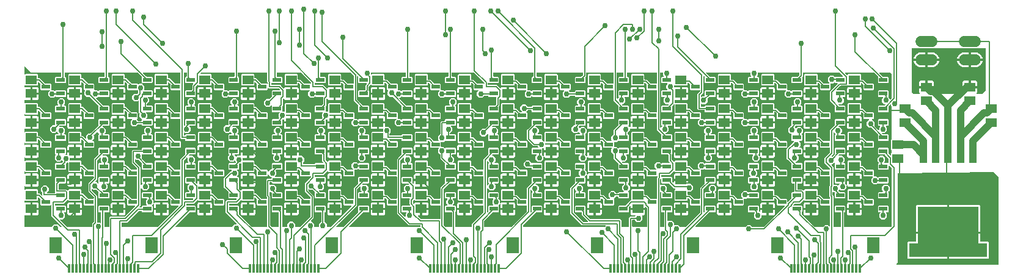
<source format=gbr>
G04 EAGLE Gerber RS-274X export*
G75*
%MOMM*%
%FSLAX34Y34*%
%LPD*%
%INTop Copper*%
%IPPOS*%
%AMOC8*
5,1,8,0,0,1.08239X$1,22.5*%
G01*
%ADD10R,0.300000X1.300000*%
%ADD11R,1.800000X2.200000*%
%ADD12C,1.524000*%
%ADD13R,1.070000X2.160000*%
%ADD14R,1.000000X1.000000*%
%ADD15R,1.500000X1.300000*%
%ADD16R,1.180100X0.609200*%
%ADD17C,1.016000*%
%ADD18C,0.152400*%
%ADD19C,0.756400*%

G36*
X106972Y75242D02*
X106972Y75242D01*
X106991Y75240D01*
X107093Y75262D01*
X107195Y75279D01*
X107212Y75288D01*
X107232Y75292D01*
X107321Y75345D01*
X107412Y75394D01*
X107426Y75408D01*
X107443Y75418D01*
X107510Y75497D01*
X107582Y75572D01*
X107590Y75590D01*
X107603Y75605D01*
X107642Y75701D01*
X107685Y75795D01*
X107687Y75815D01*
X107695Y75833D01*
X107713Y76000D01*
X107713Y88447D01*
X109053Y89787D01*
X128737Y89787D01*
X128828Y89801D01*
X128918Y89809D01*
X128948Y89821D01*
X128980Y89826D01*
X129061Y89869D01*
X129145Y89905D01*
X129177Y89931D01*
X129198Y89942D01*
X129220Y89965D01*
X129276Y90010D01*
X143396Y104130D01*
X143438Y104188D01*
X143487Y104240D01*
X143509Y104287D01*
X143539Y104329D01*
X143560Y104398D01*
X143591Y104463D01*
X143596Y104515D01*
X143612Y104565D01*
X143610Y104636D01*
X143618Y104707D01*
X143607Y104758D01*
X143605Y104810D01*
X143581Y104878D01*
X143566Y104948D01*
X143539Y104993D01*
X143521Y105041D01*
X143476Y105097D01*
X143439Y105159D01*
X143400Y105193D01*
X143367Y105233D01*
X143307Y105272D01*
X143252Y105319D01*
X143204Y105338D01*
X143160Y105366D01*
X143091Y105384D01*
X143024Y105411D01*
X142953Y105419D01*
X142922Y105427D01*
X142898Y105425D01*
X142858Y105429D01*
X133223Y105429D01*
X132330Y106322D01*
X132330Y113876D01*
X132315Y113966D01*
X132308Y114057D01*
X132295Y114087D01*
X132290Y114119D01*
X132247Y114199D01*
X132212Y114283D01*
X132186Y114315D01*
X132175Y114336D01*
X132152Y114358D01*
X132107Y114414D01*
X130324Y116197D01*
X130266Y116239D01*
X130214Y116288D01*
X130167Y116310D01*
X130125Y116340D01*
X130056Y116361D01*
X129991Y116392D01*
X129939Y116397D01*
X129889Y116413D01*
X129818Y116411D01*
X129747Y116419D01*
X129696Y116408D01*
X129644Y116406D01*
X129576Y116382D01*
X129506Y116367D01*
X129462Y116340D01*
X129413Y116322D01*
X129357Y116277D01*
X129295Y116240D01*
X129261Y116201D01*
X129221Y116168D01*
X129182Y116108D01*
X129135Y116053D01*
X129116Y116005D01*
X129088Y115961D01*
X129070Y115892D01*
X129043Y115825D01*
X129035Y115754D01*
X129027Y115723D01*
X129029Y115699D01*
X129025Y115659D01*
X129025Y112368D01*
X128132Y111475D01*
X111868Y111475D01*
X110975Y112368D01*
X110975Y126632D01*
X111868Y127525D01*
X128132Y127525D01*
X129025Y126632D01*
X129025Y122548D01*
X129028Y122528D01*
X129026Y122509D01*
X129048Y122407D01*
X129064Y122305D01*
X129074Y122288D01*
X129078Y122268D01*
X129131Y122179D01*
X129180Y122088D01*
X129194Y122074D01*
X129204Y122057D01*
X129283Y121990D01*
X129358Y121918D01*
X129376Y121910D01*
X129391Y121897D01*
X129487Y121858D01*
X129581Y121815D01*
X129601Y121813D01*
X129619Y121805D01*
X129786Y121787D01*
X131202Y121787D01*
X132765Y120224D01*
X138195Y114794D01*
X138269Y114741D01*
X138339Y114681D01*
X138369Y114669D01*
X138395Y114650D01*
X138482Y114623D01*
X138567Y114589D01*
X138608Y114585D01*
X138630Y114578D01*
X138662Y114579D01*
X138733Y114571D01*
X145702Y114571D01*
X145722Y114574D01*
X145741Y114572D01*
X145843Y114594D01*
X145945Y114610D01*
X145962Y114620D01*
X145982Y114624D01*
X146071Y114677D01*
X146162Y114726D01*
X146176Y114740D01*
X146193Y114750D01*
X146260Y114829D01*
X146332Y114904D01*
X146340Y114922D01*
X146353Y114937D01*
X146392Y115033D01*
X146435Y115127D01*
X146437Y115147D01*
X146445Y115165D01*
X146463Y115332D01*
X146463Y144668D01*
X146460Y144688D01*
X146462Y144707D01*
X146440Y144809D01*
X146424Y144911D01*
X146414Y144928D01*
X146410Y144948D01*
X146357Y145037D01*
X146308Y145128D01*
X146294Y145142D01*
X146284Y145159D01*
X146205Y145226D01*
X146130Y145298D01*
X146112Y145306D01*
X146097Y145319D01*
X146001Y145358D01*
X145907Y145401D01*
X145887Y145403D01*
X145869Y145411D01*
X145702Y145429D01*
X133223Y145429D01*
X132330Y146322D01*
X132330Y153876D01*
X132315Y153966D01*
X132308Y154057D01*
X132295Y154087D01*
X132290Y154119D01*
X132247Y154199D01*
X132212Y154283D01*
X132186Y154315D01*
X132175Y154336D01*
X132152Y154358D01*
X132107Y154414D01*
X130324Y156197D01*
X130266Y156239D01*
X130214Y156288D01*
X130167Y156310D01*
X130125Y156340D01*
X130056Y156361D01*
X129991Y156392D01*
X129939Y156397D01*
X129889Y156413D01*
X129818Y156411D01*
X129747Y156419D01*
X129696Y156408D01*
X129644Y156406D01*
X129576Y156382D01*
X129506Y156367D01*
X129462Y156340D01*
X129413Y156322D01*
X129357Y156277D01*
X129295Y156240D01*
X129261Y156201D01*
X129221Y156168D01*
X129182Y156108D01*
X129135Y156053D01*
X129116Y156005D01*
X129088Y155961D01*
X129070Y155892D01*
X129043Y155825D01*
X129035Y155754D01*
X129027Y155723D01*
X129029Y155699D01*
X129025Y155659D01*
X129025Y152368D01*
X128132Y151475D01*
X111868Y151475D01*
X110975Y152368D01*
X110975Y166632D01*
X111868Y167525D01*
X128132Y167525D01*
X129025Y166632D01*
X129025Y162548D01*
X129028Y162528D01*
X129026Y162509D01*
X129048Y162407D01*
X129064Y162305D01*
X129074Y162288D01*
X129078Y162268D01*
X129131Y162179D01*
X129180Y162088D01*
X129194Y162074D01*
X129204Y162057D01*
X129283Y161990D01*
X129358Y161918D01*
X129376Y161910D01*
X129391Y161897D01*
X129487Y161858D01*
X129581Y161815D01*
X129601Y161813D01*
X129619Y161805D01*
X129786Y161787D01*
X131202Y161787D01*
X132765Y160224D01*
X138195Y154794D01*
X138269Y154741D01*
X138339Y154681D01*
X138369Y154669D01*
X138395Y154650D01*
X138482Y154623D01*
X138567Y154589D01*
X138608Y154585D01*
X138630Y154578D01*
X138662Y154579D01*
X138733Y154571D01*
X145702Y154571D01*
X145722Y154574D01*
X145741Y154572D01*
X145843Y154594D01*
X145945Y154610D01*
X145962Y154620D01*
X145982Y154624D01*
X146071Y154677D01*
X146162Y154726D01*
X146176Y154740D01*
X146193Y154750D01*
X146260Y154829D01*
X146332Y154904D01*
X146340Y154922D01*
X146353Y154937D01*
X146392Y155033D01*
X146435Y155127D01*
X146437Y155147D01*
X146445Y155165D01*
X146463Y155332D01*
X146463Y156237D01*
X146449Y156328D01*
X146441Y156418D01*
X146429Y156448D01*
X146424Y156480D01*
X146381Y156561D01*
X146345Y156645D01*
X146319Y156677D01*
X146308Y156698D01*
X146285Y156720D01*
X146240Y156776D01*
X138963Y164053D01*
X138963Y180947D01*
X140303Y182287D01*
X152059Y182287D01*
X152078Y182290D01*
X152098Y182288D01*
X152199Y182310D01*
X152301Y182326D01*
X152319Y182336D01*
X152338Y182340D01*
X152427Y182393D01*
X152519Y182442D01*
X152532Y182456D01*
X152549Y182466D01*
X152617Y182545D01*
X152688Y182620D01*
X152696Y182638D01*
X152709Y182653D01*
X152748Y182749D01*
X152792Y182843D01*
X152794Y182863D01*
X152801Y182881D01*
X152820Y183048D01*
X152820Y184178D01*
X153713Y185071D01*
X166777Y185071D01*
X167670Y184178D01*
X167670Y176822D01*
X166777Y175929D01*
X153568Y175929D01*
X153548Y175926D01*
X153529Y175928D01*
X153427Y175906D01*
X153325Y175890D01*
X153308Y175880D01*
X153288Y175876D01*
X153199Y175823D01*
X153108Y175774D01*
X153094Y175760D01*
X153077Y175750D01*
X153010Y175671D01*
X152938Y175596D01*
X152930Y175578D01*
X152917Y175563D01*
X152878Y175467D01*
X152835Y175373D01*
X152833Y175353D01*
X152825Y175335D01*
X152807Y175168D01*
X152807Y171552D01*
X152783Y171528D01*
X152771Y171512D01*
X152755Y171499D01*
X152699Y171412D01*
X152639Y171328D01*
X152633Y171309D01*
X152622Y171292D01*
X152597Y171192D01*
X152567Y171093D01*
X152567Y171073D01*
X152562Y171054D01*
X152570Y170951D01*
X152573Y170847D01*
X152580Y170828D01*
X152582Y170809D01*
X152622Y170714D01*
X152658Y170616D01*
X152670Y170600D01*
X152678Y170582D01*
X152783Y170451D01*
X158940Y164294D01*
X159014Y164240D01*
X159084Y164181D01*
X159114Y164169D01*
X159140Y164150D01*
X159227Y164123D01*
X159312Y164089D01*
X159353Y164085D01*
X159375Y164078D01*
X159407Y164079D01*
X159478Y164071D01*
X166777Y164071D01*
X167670Y163178D01*
X167670Y155822D01*
X166777Y154929D01*
X153713Y154929D01*
X152820Y155822D01*
X152820Y163249D01*
X152826Y163259D01*
X152851Y163360D01*
X152882Y163458D01*
X152881Y163478D01*
X152886Y163498D01*
X152878Y163601D01*
X152875Y163704D01*
X152869Y163723D01*
X152867Y163743D01*
X152827Y163838D01*
X152791Y163935D01*
X152778Y163951D01*
X152771Y163969D01*
X152666Y164100D01*
X148546Y168220D01*
X148472Y168273D01*
X148402Y168333D01*
X148372Y168345D01*
X148346Y168364D01*
X148259Y168391D01*
X148174Y168425D01*
X148133Y168429D01*
X148111Y168436D01*
X148079Y168435D01*
X148008Y168443D01*
X145302Y168443D01*
X144836Y168909D01*
X144778Y168951D01*
X144726Y169000D01*
X144679Y169022D01*
X144637Y169052D01*
X144568Y169074D01*
X144503Y169104D01*
X144451Y169109D01*
X144401Y169125D01*
X144330Y169123D01*
X144259Y169131D01*
X144208Y169120D01*
X144156Y169118D01*
X144088Y169094D01*
X144018Y169079D01*
X143973Y169052D01*
X143925Y169034D01*
X143869Y168989D01*
X143807Y168952D01*
X143773Y168913D01*
X143733Y168880D01*
X143694Y168820D01*
X143647Y168765D01*
X143628Y168717D01*
X143600Y168673D01*
X143582Y168604D01*
X143555Y168537D01*
X143547Y168466D01*
X143539Y168435D01*
X143541Y168412D01*
X143537Y168371D01*
X143537Y166263D01*
X143551Y166172D01*
X143559Y166082D01*
X143571Y166052D01*
X143576Y166020D01*
X143619Y165939D01*
X143655Y165855D01*
X143681Y165823D01*
X143692Y165802D01*
X143715Y165780D01*
X143760Y165724D01*
X151037Y158447D01*
X151037Y134129D01*
X151048Y134059D01*
X151050Y133987D01*
X151068Y133938D01*
X151076Y133887D01*
X151110Y133823D01*
X151135Y133756D01*
X151167Y133715D01*
X151192Y133669D01*
X151243Y133620D01*
X151288Y133564D01*
X151332Y133536D01*
X151370Y133500D01*
X151435Y133470D01*
X151495Y133431D01*
X151546Y133418D01*
X151593Y133396D01*
X151664Y133388D01*
X151734Y133371D01*
X151786Y133375D01*
X151837Y133369D01*
X151908Y133384D01*
X151979Y133390D01*
X152027Y133410D01*
X152078Y133421D01*
X152139Y133458D01*
X152205Y133486D01*
X152261Y133531D01*
X152289Y133548D01*
X152304Y133565D01*
X152336Y133591D01*
X153655Y134910D01*
X153667Y134926D01*
X153683Y134939D01*
X153739Y135026D01*
X153799Y135110D01*
X153805Y135129D01*
X153816Y135146D01*
X153841Y135246D01*
X153871Y135345D01*
X153871Y135365D01*
X153876Y135384D01*
X153868Y135487D01*
X153865Y135591D01*
X153858Y135610D01*
X153857Y135630D01*
X153816Y135724D01*
X153780Y135822D01*
X153768Y135838D01*
X153760Y135856D01*
X153655Y135987D01*
X152820Y136822D01*
X152820Y144178D01*
X153713Y145071D01*
X166777Y145071D01*
X167670Y144178D01*
X167670Y136822D01*
X166777Y135929D01*
X162163Y135929D01*
X162093Y135918D01*
X162021Y135916D01*
X161972Y135898D01*
X161921Y135890D01*
X161857Y135856D01*
X161790Y135831D01*
X161749Y135799D01*
X161703Y135774D01*
X161654Y135722D01*
X161598Y135678D01*
X161570Y135634D01*
X161534Y135596D01*
X161504Y135531D01*
X161465Y135471D01*
X161452Y135420D01*
X161430Y135373D01*
X161422Y135302D01*
X161405Y135232D01*
X161409Y135180D01*
X161403Y135129D01*
X161418Y135058D01*
X161424Y134987D01*
X161444Y134939D01*
X161455Y134888D01*
X161492Y134827D01*
X161520Y134761D01*
X161565Y134705D01*
X161582Y134677D01*
X161599Y134662D01*
X161625Y134630D01*
X162807Y133448D01*
X162807Y129052D01*
X159698Y125943D01*
X155302Y125943D01*
X152336Y128909D01*
X152278Y128951D01*
X152226Y129000D01*
X152179Y129022D01*
X152137Y129052D01*
X152068Y129074D01*
X152003Y129104D01*
X151951Y129109D01*
X151901Y129125D01*
X151830Y129123D01*
X151759Y129131D01*
X151708Y129120D01*
X151656Y129118D01*
X151588Y129094D01*
X151518Y129079D01*
X151473Y129052D01*
X151425Y129034D01*
X151369Y128989D01*
X151307Y128952D01*
X151273Y128913D01*
X151233Y128880D01*
X151194Y128820D01*
X151147Y128765D01*
X151128Y128717D01*
X151100Y128673D01*
X151082Y128604D01*
X151055Y128537D01*
X151047Y128466D01*
X151039Y128435D01*
X151041Y128412D01*
X151037Y128371D01*
X151037Y105303D01*
X149320Y103586D01*
X149278Y103528D01*
X149229Y103476D01*
X149207Y103429D01*
X149177Y103387D01*
X149156Y103318D01*
X149125Y103253D01*
X149120Y103201D01*
X149104Y103151D01*
X149106Y103080D01*
X149098Y103009D01*
X149109Y102958D01*
X149111Y102906D01*
X149135Y102838D01*
X149150Y102768D01*
X149177Y102723D01*
X149195Y102675D01*
X149240Y102619D01*
X149277Y102557D01*
X149316Y102523D01*
X149349Y102483D01*
X149409Y102444D01*
X149464Y102397D01*
X149512Y102378D01*
X149556Y102350D01*
X149625Y102332D01*
X149692Y102305D01*
X149763Y102297D01*
X149794Y102289D01*
X149818Y102291D01*
X149858Y102287D01*
X152059Y102287D01*
X152078Y102290D01*
X152098Y102288D01*
X152199Y102310D01*
X152301Y102326D01*
X152319Y102336D01*
X152338Y102340D01*
X152427Y102393D01*
X152519Y102442D01*
X152532Y102456D01*
X152549Y102466D01*
X152617Y102545D01*
X152688Y102620D01*
X152696Y102638D01*
X152709Y102653D01*
X152748Y102749D01*
X152792Y102843D01*
X152794Y102863D01*
X152801Y102881D01*
X152820Y103048D01*
X152820Y104178D01*
X153713Y105071D01*
X159337Y105071D01*
X159407Y105082D01*
X159479Y105084D01*
X159528Y105102D01*
X159579Y105110D01*
X159643Y105144D01*
X159710Y105169D01*
X159751Y105201D01*
X159797Y105226D01*
X159846Y105278D01*
X159902Y105322D01*
X159930Y105366D01*
X159966Y105404D01*
X159996Y105469D01*
X160035Y105529D01*
X160048Y105580D01*
X160070Y105627D01*
X160078Y105698D01*
X160095Y105768D01*
X160091Y105820D01*
X160097Y105871D01*
X160082Y105942D01*
X160076Y106013D01*
X160056Y106061D01*
X160045Y106112D01*
X160008Y106173D01*
X159980Y106239D01*
X159935Y106295D01*
X159918Y106323D01*
X159901Y106338D01*
X159875Y106370D01*
X158443Y107802D01*
X158443Y112198D01*
X159875Y113630D01*
X159917Y113688D01*
X159966Y113740D01*
X159988Y113787D01*
X160018Y113829D01*
X160040Y113898D01*
X160070Y113963D01*
X160075Y114015D01*
X160091Y114065D01*
X160089Y114136D01*
X160097Y114207D01*
X160086Y114258D01*
X160084Y114310D01*
X160060Y114378D01*
X160045Y114448D01*
X160018Y114493D01*
X160000Y114541D01*
X159955Y114597D01*
X159918Y114659D01*
X159879Y114693D01*
X159846Y114733D01*
X159786Y114772D01*
X159731Y114819D01*
X159683Y114838D01*
X159639Y114866D01*
X159570Y114884D01*
X159503Y114911D01*
X159432Y114919D01*
X159401Y114927D01*
X159378Y114925D01*
X159337Y114929D01*
X153713Y114929D01*
X152820Y115822D01*
X152820Y123178D01*
X153713Y124071D01*
X166777Y124071D01*
X167670Y123178D01*
X167670Y115822D01*
X167090Y115242D01*
X167078Y115226D01*
X167062Y115213D01*
X167006Y115126D01*
X166946Y115042D01*
X166940Y115023D01*
X166929Y115006D01*
X166904Y114906D01*
X166874Y114807D01*
X166874Y114787D01*
X166869Y114768D01*
X166877Y114665D01*
X166880Y114561D01*
X166887Y114542D01*
X166888Y114523D01*
X166929Y114428D01*
X166965Y114330D01*
X166977Y114314D01*
X166985Y114296D01*
X167090Y114165D01*
X169057Y112198D01*
X169057Y108959D01*
X169065Y108911D01*
X169063Y108863D01*
X169084Y108790D01*
X169096Y108716D01*
X169119Y108673D01*
X169133Y108627D01*
X169176Y108565D01*
X169212Y108498D01*
X169246Y108465D01*
X169274Y108426D01*
X169335Y108381D01*
X169390Y108329D01*
X169434Y108309D01*
X169472Y108280D01*
X169544Y108257D01*
X169613Y108225D01*
X169661Y108220D01*
X169707Y108205D01*
X169782Y108207D01*
X169857Y108198D01*
X169904Y108209D01*
X169953Y108209D01*
X170024Y108234D01*
X170098Y108251D01*
X170139Y108275D01*
X170184Y108291D01*
X170244Y108338D01*
X170309Y108377D01*
X170340Y108413D01*
X170378Y108443D01*
X170454Y108546D01*
X170459Y108552D01*
X170940Y109033D01*
X171519Y109368D01*
X172166Y109541D01*
X178477Y109541D01*
X178477Y102023D01*
X169959Y102023D01*
X169959Y106867D01*
X169948Y106937D01*
X169946Y107009D01*
X169928Y107058D01*
X169920Y107109D01*
X169886Y107173D01*
X169861Y107240D01*
X169829Y107281D01*
X169804Y107327D01*
X169753Y107376D01*
X169708Y107432D01*
X169664Y107460D01*
X169626Y107496D01*
X169561Y107526D01*
X169501Y107565D01*
X169450Y107578D01*
X169403Y107600D01*
X169332Y107608D01*
X169262Y107625D01*
X169210Y107621D01*
X169159Y107627D01*
X169088Y107612D01*
X169017Y107606D01*
X168969Y107586D01*
X168918Y107575D01*
X168857Y107538D01*
X168791Y107510D01*
X168735Y107465D01*
X168707Y107448D01*
X168692Y107431D01*
X168660Y107405D01*
X167090Y105835D01*
X167078Y105819D01*
X167062Y105806D01*
X167006Y105719D01*
X166946Y105635D01*
X166940Y105616D01*
X166929Y105599D01*
X166904Y105499D01*
X166874Y105400D01*
X166874Y105380D01*
X166869Y105361D01*
X166877Y105258D01*
X166880Y105154D01*
X166887Y105135D01*
X166888Y105115D01*
X166929Y105021D01*
X166965Y104923D01*
X166977Y104907D01*
X166985Y104889D01*
X167090Y104758D01*
X167670Y104178D01*
X167670Y96822D01*
X166777Y95929D01*
X153713Y95929D01*
X152820Y96822D01*
X152820Y96952D01*
X152817Y96972D01*
X152819Y96991D01*
X152797Y97093D01*
X152780Y97195D01*
X152771Y97212D01*
X152766Y97232D01*
X152713Y97321D01*
X152665Y97412D01*
X152651Y97426D01*
X152640Y97443D01*
X152562Y97510D01*
X152487Y97582D01*
X152469Y97590D01*
X152453Y97603D01*
X152357Y97642D01*
X152264Y97685D01*
X152244Y97687D01*
X152225Y97695D01*
X152059Y97713D01*
X148763Y97713D01*
X148672Y97699D01*
X148582Y97691D01*
X148552Y97679D01*
X148520Y97674D01*
X148439Y97631D01*
X148355Y97595D01*
X148323Y97569D01*
X148302Y97558D01*
X148280Y97535D01*
X148224Y97490D01*
X132197Y81463D01*
X125548Y81463D01*
X125528Y81460D01*
X125509Y81462D01*
X125407Y81440D01*
X125305Y81424D01*
X125288Y81414D01*
X125268Y81410D01*
X125179Y81357D01*
X125088Y81308D01*
X125074Y81294D01*
X125057Y81284D01*
X124990Y81205D01*
X124918Y81130D01*
X124910Y81112D01*
X124897Y81097D01*
X124858Y81001D01*
X124815Y80907D01*
X124813Y80887D01*
X124805Y80869D01*
X124787Y80702D01*
X124787Y76000D01*
X124790Y75980D01*
X124788Y75961D01*
X124810Y75859D01*
X124826Y75757D01*
X124836Y75740D01*
X124840Y75720D01*
X124893Y75631D01*
X124942Y75540D01*
X124956Y75526D01*
X124966Y75509D01*
X125045Y75442D01*
X125120Y75371D01*
X125138Y75362D01*
X125153Y75349D01*
X125249Y75310D01*
X125343Y75267D01*
X125363Y75265D01*
X125381Y75257D01*
X125548Y75239D01*
X174190Y75239D01*
X174280Y75254D01*
X174371Y75261D01*
X174400Y75273D01*
X174432Y75279D01*
X174513Y75321D01*
X174597Y75357D01*
X174629Y75383D01*
X174650Y75394D01*
X174672Y75417D01*
X174728Y75462D01*
X203396Y104130D01*
X203438Y104188D01*
X203487Y104240D01*
X203509Y104287D01*
X203539Y104329D01*
X203560Y104398D01*
X203591Y104463D01*
X203596Y104515D01*
X203612Y104565D01*
X203610Y104636D01*
X203618Y104707D01*
X203607Y104758D01*
X203605Y104810D01*
X203581Y104878D01*
X203566Y104948D01*
X203539Y104993D01*
X203521Y105041D01*
X203476Y105097D01*
X203439Y105159D01*
X203400Y105193D01*
X203367Y105233D01*
X203307Y105272D01*
X203252Y105319D01*
X203204Y105338D01*
X203160Y105366D01*
X203091Y105384D01*
X203024Y105411D01*
X202953Y105419D01*
X202922Y105427D01*
X202898Y105425D01*
X202858Y105429D01*
X193223Y105429D01*
X192330Y106322D01*
X192330Y113876D01*
X192315Y113966D01*
X192308Y114057D01*
X192295Y114087D01*
X192290Y114119D01*
X192247Y114199D01*
X192212Y114283D01*
X192186Y114315D01*
X192175Y114336D01*
X192152Y114358D01*
X192107Y114414D01*
X190324Y116197D01*
X190266Y116239D01*
X190214Y116288D01*
X190167Y116310D01*
X190125Y116340D01*
X190056Y116361D01*
X189991Y116392D01*
X189939Y116397D01*
X189889Y116413D01*
X189818Y116411D01*
X189747Y116419D01*
X189696Y116408D01*
X189644Y116406D01*
X189576Y116382D01*
X189506Y116367D01*
X189461Y116340D01*
X189413Y116322D01*
X189357Y116277D01*
X189295Y116240D01*
X189261Y116201D01*
X189221Y116168D01*
X189182Y116108D01*
X189135Y116053D01*
X189116Y116005D01*
X189088Y115961D01*
X189070Y115892D01*
X189043Y115825D01*
X189035Y115754D01*
X189027Y115723D01*
X189029Y115699D01*
X189025Y115659D01*
X189025Y112368D01*
X188132Y111475D01*
X171868Y111475D01*
X170975Y112368D01*
X170975Y126632D01*
X171868Y127525D01*
X188132Y127525D01*
X189025Y126632D01*
X189025Y122548D01*
X189028Y122528D01*
X189026Y122509D01*
X189048Y122407D01*
X189064Y122305D01*
X189074Y122288D01*
X189078Y122268D01*
X189131Y122179D01*
X189180Y122088D01*
X189194Y122074D01*
X189204Y122057D01*
X189283Y121990D01*
X189358Y121918D01*
X189376Y121910D01*
X189391Y121897D01*
X189487Y121858D01*
X189581Y121815D01*
X189601Y121813D01*
X189619Y121805D01*
X189786Y121787D01*
X191202Y121787D01*
X198195Y114794D01*
X198269Y114741D01*
X198339Y114681D01*
X198369Y114669D01*
X198395Y114650D01*
X198482Y114623D01*
X198567Y114589D01*
X198608Y114585D01*
X198630Y114578D01*
X198662Y114579D01*
X198734Y114571D01*
X205702Y114571D01*
X205722Y114574D01*
X205741Y114572D01*
X205843Y114594D01*
X205945Y114610D01*
X205962Y114620D01*
X205982Y114624D01*
X206071Y114677D01*
X206162Y114726D01*
X206176Y114740D01*
X206193Y114750D01*
X206260Y114829D01*
X206332Y114904D01*
X206340Y114922D01*
X206353Y114937D01*
X206392Y115033D01*
X206435Y115127D01*
X206437Y115147D01*
X206445Y115165D01*
X206463Y115332D01*
X206463Y144668D01*
X206460Y144688D01*
X206462Y144707D01*
X206440Y144809D01*
X206424Y144911D01*
X206414Y144928D01*
X206410Y144948D01*
X206357Y145037D01*
X206308Y145128D01*
X206294Y145142D01*
X206284Y145159D01*
X206205Y145226D01*
X206130Y145298D01*
X206112Y145306D01*
X206097Y145319D01*
X206001Y145358D01*
X205907Y145401D01*
X205887Y145403D01*
X205869Y145411D01*
X205702Y145429D01*
X193223Y145429D01*
X192330Y146322D01*
X192330Y153876D01*
X192315Y153966D01*
X192308Y154057D01*
X192295Y154087D01*
X192290Y154119D01*
X192247Y154199D01*
X192212Y154283D01*
X192186Y154315D01*
X192175Y154336D01*
X192152Y154358D01*
X192107Y154414D01*
X190324Y156197D01*
X190266Y156239D01*
X190214Y156288D01*
X190167Y156310D01*
X190125Y156340D01*
X190056Y156361D01*
X189991Y156392D01*
X189939Y156397D01*
X189889Y156413D01*
X189818Y156411D01*
X189747Y156419D01*
X189696Y156408D01*
X189644Y156406D01*
X189576Y156382D01*
X189506Y156367D01*
X189461Y156340D01*
X189413Y156322D01*
X189357Y156277D01*
X189295Y156240D01*
X189261Y156201D01*
X189221Y156168D01*
X189182Y156108D01*
X189135Y156053D01*
X189116Y156005D01*
X189088Y155961D01*
X189070Y155892D01*
X189043Y155825D01*
X189035Y155754D01*
X189027Y155723D01*
X189029Y155699D01*
X189025Y155659D01*
X189025Y152368D01*
X188132Y151475D01*
X171868Y151475D01*
X170975Y152368D01*
X170975Y166632D01*
X171868Y167525D01*
X188132Y167525D01*
X189025Y166632D01*
X189025Y162548D01*
X189028Y162528D01*
X189026Y162509D01*
X189048Y162407D01*
X189064Y162305D01*
X189074Y162288D01*
X189078Y162268D01*
X189131Y162179D01*
X189180Y162088D01*
X189194Y162074D01*
X189204Y162057D01*
X189283Y161990D01*
X189358Y161918D01*
X189376Y161910D01*
X189391Y161897D01*
X189487Y161858D01*
X189581Y161815D01*
X189601Y161813D01*
X189619Y161805D01*
X189786Y161787D01*
X191202Y161787D01*
X198195Y154794D01*
X198269Y154741D01*
X198339Y154681D01*
X198369Y154669D01*
X198395Y154650D01*
X198482Y154623D01*
X198567Y154589D01*
X198608Y154585D01*
X198630Y154578D01*
X198662Y154579D01*
X198734Y154571D01*
X205702Y154571D01*
X205722Y154574D01*
X205741Y154572D01*
X205843Y154594D01*
X205945Y154610D01*
X205962Y154620D01*
X205982Y154624D01*
X206071Y154677D01*
X206162Y154726D01*
X206176Y154740D01*
X206193Y154750D01*
X206260Y154829D01*
X206332Y154904D01*
X206340Y154922D01*
X206353Y154937D01*
X206392Y155033D01*
X206435Y155127D01*
X206437Y155147D01*
X206445Y155165D01*
X206463Y155332D01*
X206463Y169697D01*
X212666Y175900D01*
X212678Y175916D01*
X212693Y175929D01*
X212749Y176016D01*
X212809Y176100D01*
X212815Y176119D01*
X212826Y176135D01*
X212851Y176236D01*
X212882Y176335D01*
X212881Y176355D01*
X212886Y176374D01*
X212878Y176477D01*
X212875Y176581D01*
X212869Y176599D01*
X212867Y176619D01*
X212827Y176714D01*
X212820Y176733D01*
X212820Y184178D01*
X213713Y185071D01*
X226777Y185071D01*
X227670Y184178D01*
X227670Y176822D01*
X226777Y175929D01*
X219479Y175929D01*
X219389Y175915D01*
X219298Y175907D01*
X219268Y175895D01*
X219236Y175890D01*
X219155Y175847D01*
X219071Y175811D01*
X219039Y175785D01*
X219018Y175774D01*
X218996Y175751D01*
X218940Y175706D01*
X218590Y175356D01*
X218548Y175298D01*
X218499Y175246D01*
X218477Y175199D01*
X218447Y175157D01*
X218426Y175088D01*
X218395Y175023D01*
X218390Y174971D01*
X218374Y174921D01*
X218376Y174850D01*
X218368Y174779D01*
X218379Y174728D01*
X218381Y174676D01*
X218405Y174608D01*
X218420Y174538D01*
X218447Y174493D01*
X218465Y174445D01*
X218510Y174389D01*
X218547Y174327D01*
X218586Y174293D01*
X218619Y174253D01*
X218679Y174214D01*
X218734Y174167D01*
X218782Y174148D01*
X218826Y174120D01*
X218895Y174102D01*
X218962Y174075D01*
X219033Y174067D01*
X219064Y174059D01*
X219088Y174061D01*
X219128Y174057D01*
X223448Y174057D01*
X226557Y170948D01*
X226557Y166552D01*
X225375Y165370D01*
X225333Y165312D01*
X225284Y165260D01*
X225262Y165213D01*
X225232Y165171D01*
X225210Y165102D01*
X225180Y165037D01*
X225175Y164985D01*
X225159Y164935D01*
X225161Y164864D01*
X225153Y164793D01*
X225164Y164742D01*
X225166Y164690D01*
X225190Y164622D01*
X225205Y164552D01*
X225232Y164507D01*
X225250Y164459D01*
X225295Y164403D01*
X225332Y164341D01*
X225371Y164307D01*
X225404Y164267D01*
X225464Y164228D01*
X225519Y164181D01*
X225567Y164162D01*
X225611Y164134D01*
X225680Y164116D01*
X225747Y164089D01*
X225818Y164081D01*
X225849Y164073D01*
X225872Y164075D01*
X225913Y164071D01*
X226777Y164071D01*
X227670Y163178D01*
X227670Y155822D01*
X226777Y154929D01*
X213713Y154929D01*
X212820Y155822D01*
X212820Y163178D01*
X213713Y164071D01*
X216587Y164071D01*
X216657Y164082D01*
X216729Y164084D01*
X216778Y164102D01*
X216829Y164110D01*
X216893Y164144D01*
X216960Y164169D01*
X217001Y164201D01*
X217047Y164226D01*
X217096Y164278D01*
X217152Y164322D01*
X217180Y164366D01*
X217216Y164404D01*
X217246Y164469D01*
X217285Y164529D01*
X217298Y164580D01*
X217320Y164627D01*
X217328Y164698D01*
X217345Y164768D01*
X217341Y164820D01*
X217347Y164871D01*
X217332Y164942D01*
X217326Y165013D01*
X217306Y165061D01*
X217295Y165112D01*
X217258Y165173D01*
X217230Y165239D01*
X217185Y165295D01*
X217168Y165323D01*
X217151Y165338D01*
X217125Y165370D01*
X215943Y166552D01*
X215943Y170872D01*
X215932Y170942D01*
X215930Y171014D01*
X215912Y171063D01*
X215904Y171114D01*
X215870Y171178D01*
X215845Y171245D01*
X215813Y171286D01*
X215788Y171332D01*
X215736Y171381D01*
X215692Y171437D01*
X215648Y171465D01*
X215610Y171501D01*
X215545Y171531D01*
X215485Y171570D01*
X215434Y171583D01*
X215387Y171605D01*
X215316Y171613D01*
X215246Y171630D01*
X215194Y171626D01*
X215143Y171632D01*
X215072Y171617D01*
X215001Y171611D01*
X214953Y171591D01*
X214902Y171580D01*
X214841Y171543D01*
X214775Y171515D01*
X214719Y171470D01*
X214691Y171453D01*
X214676Y171436D01*
X214644Y171410D01*
X211260Y168026D01*
X211207Y167952D01*
X211147Y167882D01*
X211135Y167852D01*
X211116Y167826D01*
X211089Y167739D01*
X211055Y167654D01*
X211051Y167613D01*
X211044Y167591D01*
X211045Y167559D01*
X211037Y167487D01*
X211037Y113048D01*
X211040Y113028D01*
X211038Y113009D01*
X211060Y112907D01*
X211076Y112805D01*
X211086Y112788D01*
X211090Y112768D01*
X211143Y112679D01*
X211192Y112588D01*
X211206Y112574D01*
X211216Y112557D01*
X211295Y112490D01*
X211370Y112418D01*
X211388Y112410D01*
X211403Y112397D01*
X211499Y112358D01*
X211593Y112315D01*
X211613Y112313D01*
X211631Y112305D01*
X211798Y112287D01*
X222487Y112287D01*
X222577Y112301D01*
X222668Y112309D01*
X222698Y112321D01*
X222730Y112326D01*
X222811Y112369D01*
X222895Y112405D01*
X222927Y112431D01*
X222948Y112442D01*
X222970Y112465D01*
X223026Y112510D01*
X224146Y113630D01*
X224188Y113688D01*
X224237Y113740D01*
X224259Y113787D01*
X224289Y113829D01*
X224310Y113898D01*
X224341Y113963D01*
X224346Y114015D01*
X224362Y114065D01*
X224360Y114136D01*
X224368Y114207D01*
X224357Y114258D01*
X224355Y114310D01*
X224331Y114378D01*
X224316Y114448D01*
X224289Y114493D01*
X224271Y114541D01*
X224226Y114597D01*
X224189Y114659D01*
X224150Y114693D01*
X224117Y114733D01*
X224057Y114772D01*
X224002Y114819D01*
X223954Y114838D01*
X223910Y114866D01*
X223841Y114884D01*
X223774Y114911D01*
X223703Y114919D01*
X223672Y114927D01*
X223648Y114925D01*
X223608Y114929D01*
X213713Y114929D01*
X212820Y115822D01*
X212820Y123178D01*
X213713Y124071D01*
X217837Y124071D01*
X217907Y124082D01*
X217979Y124084D01*
X218028Y124102D01*
X218079Y124110D01*
X218143Y124144D01*
X218210Y124169D01*
X218251Y124201D01*
X218297Y124226D01*
X218346Y124278D01*
X218402Y124322D01*
X218430Y124366D01*
X218466Y124404D01*
X218496Y124469D01*
X218535Y124529D01*
X218548Y124580D01*
X218570Y124627D01*
X218578Y124698D01*
X218595Y124768D01*
X218591Y124820D01*
X218597Y124871D01*
X218582Y124942D01*
X218576Y125013D01*
X218556Y125061D01*
X218545Y125112D01*
X218508Y125173D01*
X218480Y125239D01*
X218435Y125295D01*
X218418Y125323D01*
X218401Y125338D01*
X218375Y125370D01*
X215943Y127802D01*
X215943Y132198D01*
X218375Y134630D01*
X218417Y134688D01*
X218466Y134740D01*
X218488Y134787D01*
X218518Y134829D01*
X218540Y134898D01*
X218570Y134963D01*
X218575Y135015D01*
X218591Y135065D01*
X218589Y135136D01*
X218597Y135207D01*
X218586Y135258D01*
X218584Y135310D01*
X218560Y135378D01*
X218545Y135448D01*
X218518Y135493D01*
X218500Y135541D01*
X218455Y135597D01*
X218418Y135659D01*
X218379Y135693D01*
X218346Y135733D01*
X218286Y135772D01*
X218231Y135819D01*
X218183Y135838D01*
X218139Y135866D01*
X218070Y135884D01*
X218003Y135911D01*
X217932Y135919D01*
X217901Y135927D01*
X217878Y135925D01*
X217837Y135929D01*
X213713Y135929D01*
X212820Y136822D01*
X212820Y144178D01*
X213713Y145071D01*
X226777Y145071D01*
X227670Y144178D01*
X227670Y137129D01*
X227685Y137039D01*
X227692Y136948D01*
X227705Y136918D01*
X227710Y136886D01*
X227753Y136806D01*
X227788Y136722D01*
X227814Y136690D01*
X227825Y136669D01*
X227848Y136647D01*
X227893Y136591D01*
X228660Y135824D01*
X228718Y135782D01*
X228770Y135733D01*
X228817Y135711D01*
X228859Y135681D01*
X228928Y135660D01*
X228993Y135629D01*
X229045Y135624D01*
X229095Y135608D01*
X229166Y135610D01*
X229237Y135602D01*
X229288Y135613D01*
X229340Y135615D01*
X229408Y135639D01*
X229478Y135654D01*
X229523Y135681D01*
X229571Y135699D01*
X229627Y135744D01*
X229689Y135781D01*
X229723Y135820D01*
X229763Y135853D01*
X229802Y135913D01*
X229849Y135968D01*
X229868Y136016D01*
X229896Y136060D01*
X229914Y136129D01*
X229941Y136196D01*
X229949Y136267D01*
X229957Y136298D01*
X229955Y136322D01*
X229959Y136362D01*
X229959Y138977D01*
X238477Y138977D01*
X238477Y131459D01*
X232166Y131459D01*
X231995Y131505D01*
X231876Y131517D01*
X231759Y131530D01*
X231754Y131529D01*
X231750Y131529D01*
X231635Y131503D01*
X231518Y131478D01*
X231515Y131475D01*
X231511Y131475D01*
X231409Y131413D01*
X231307Y131351D01*
X231304Y131348D01*
X231301Y131346D01*
X231225Y131255D01*
X231147Y131165D01*
X231146Y131161D01*
X231143Y131157D01*
X231100Y131048D01*
X231055Y130936D01*
X231055Y130931D01*
X231053Y130928D01*
X231053Y130915D01*
X231037Y130770D01*
X231037Y128286D01*
X231040Y128266D01*
X231038Y128247D01*
X231060Y128145D01*
X231076Y128043D01*
X231086Y128026D01*
X231090Y128006D01*
X231143Y127917D01*
X231192Y127826D01*
X231206Y127812D01*
X231216Y127795D01*
X231295Y127728D01*
X231370Y127656D01*
X231388Y127648D01*
X231403Y127635D01*
X231499Y127596D01*
X231593Y127553D01*
X231613Y127551D01*
X231631Y127543D01*
X231798Y127525D01*
X248132Y127525D01*
X249025Y126632D01*
X249025Y122548D01*
X249028Y122528D01*
X249026Y122509D01*
X249048Y122407D01*
X249064Y122305D01*
X249074Y122288D01*
X249078Y122268D01*
X249131Y122179D01*
X249180Y122088D01*
X249194Y122074D01*
X249204Y122057D01*
X249283Y121990D01*
X249358Y121918D01*
X249376Y121910D01*
X249391Y121897D01*
X249487Y121858D01*
X249581Y121815D01*
X249601Y121813D01*
X249619Y121805D01*
X249786Y121787D01*
X251202Y121787D01*
X258195Y114794D01*
X258269Y114741D01*
X258339Y114681D01*
X258369Y114669D01*
X258395Y114650D01*
X258482Y114623D01*
X258567Y114589D01*
X258608Y114585D01*
X258630Y114578D01*
X258662Y114579D01*
X258734Y114571D01*
X266287Y114571D01*
X267180Y113678D01*
X267180Y106322D01*
X266287Y105429D01*
X253223Y105429D01*
X252330Y106322D01*
X252330Y113876D01*
X252315Y113966D01*
X252308Y114057D01*
X252295Y114087D01*
X252290Y114119D01*
X252247Y114199D01*
X252212Y114283D01*
X252186Y114315D01*
X252175Y114336D01*
X252152Y114358D01*
X252107Y114414D01*
X250324Y116197D01*
X250266Y116239D01*
X250214Y116288D01*
X250167Y116310D01*
X250125Y116340D01*
X250056Y116361D01*
X249991Y116392D01*
X249939Y116397D01*
X249889Y116413D01*
X249818Y116411D01*
X249747Y116419D01*
X249696Y116408D01*
X249644Y116406D01*
X249576Y116382D01*
X249506Y116367D01*
X249461Y116340D01*
X249413Y116322D01*
X249357Y116277D01*
X249295Y116240D01*
X249261Y116201D01*
X249221Y116168D01*
X249182Y116108D01*
X249135Y116053D01*
X249116Y116005D01*
X249088Y115961D01*
X249070Y115892D01*
X249043Y115825D01*
X249035Y115754D01*
X249027Y115723D01*
X249029Y115699D01*
X249025Y115659D01*
X249025Y112368D01*
X248132Y111475D01*
X231868Y111475D01*
X230922Y112422D01*
X230902Y112460D01*
X230877Y112527D01*
X230845Y112568D01*
X230820Y112614D01*
X230768Y112663D01*
X230724Y112719D01*
X230680Y112747D01*
X230642Y112783D01*
X230577Y112813D01*
X230517Y112852D01*
X230466Y112865D01*
X230419Y112887D01*
X230348Y112895D01*
X230278Y112912D01*
X230226Y112908D01*
X230175Y112914D01*
X230104Y112899D01*
X230033Y112893D01*
X229985Y112873D01*
X229934Y112862D01*
X229873Y112825D01*
X229807Y112797D01*
X229751Y112752D01*
X229723Y112735D01*
X229708Y112718D01*
X229676Y112692D01*
X226260Y109276D01*
X224697Y107713D01*
X215548Y107713D01*
X215528Y107710D01*
X215509Y107712D01*
X215407Y107690D01*
X215305Y107674D01*
X215288Y107664D01*
X215268Y107660D01*
X215179Y107607D01*
X215088Y107558D01*
X215074Y107544D01*
X215057Y107534D01*
X214990Y107455D01*
X214918Y107380D01*
X214910Y107362D01*
X214897Y107347D01*
X214858Y107251D01*
X214815Y107157D01*
X214813Y107137D01*
X214805Y107119D01*
X214787Y106952D01*
X214787Y105832D01*
X214790Y105812D01*
X214788Y105793D01*
X214810Y105691D01*
X214826Y105589D01*
X214836Y105572D01*
X214840Y105552D01*
X214893Y105463D01*
X214942Y105372D01*
X214956Y105358D01*
X214966Y105341D01*
X215045Y105274D01*
X215120Y105202D01*
X215138Y105194D01*
X215153Y105181D01*
X215249Y105142D01*
X215343Y105099D01*
X215363Y105097D01*
X215381Y105089D01*
X215548Y105071D01*
X226777Y105071D01*
X227670Y104178D01*
X227670Y96822D01*
X226777Y95929D01*
X219478Y95929D01*
X219388Y95915D01*
X219297Y95907D01*
X219268Y95895D01*
X219236Y95890D01*
X219155Y95847D01*
X219071Y95811D01*
X219039Y95785D01*
X219018Y95774D01*
X218996Y95751D01*
X218940Y95706D01*
X199772Y76538D01*
X199730Y76480D01*
X199681Y76428D01*
X199659Y76381D01*
X199629Y76339D01*
X199608Y76270D01*
X199577Y76205D01*
X199572Y76153D01*
X199556Y76103D01*
X199558Y76032D01*
X199550Y75961D01*
X199561Y75910D01*
X199563Y75858D01*
X199587Y75790D01*
X199603Y75720D01*
X199629Y75676D01*
X199647Y75627D01*
X199692Y75571D01*
X199729Y75509D01*
X199768Y75475D01*
X199801Y75435D01*
X199861Y75396D01*
X199916Y75349D01*
X199964Y75330D01*
X200008Y75302D01*
X200077Y75284D01*
X200144Y75257D01*
X200215Y75249D01*
X200246Y75241D01*
X200270Y75243D01*
X200310Y75239D01*
X277682Y75239D01*
X277702Y75242D01*
X277721Y75240D01*
X277823Y75262D01*
X277925Y75279D01*
X277942Y75288D01*
X277962Y75292D01*
X278051Y75345D01*
X278142Y75394D01*
X278156Y75408D01*
X278173Y75418D01*
X278240Y75497D01*
X278312Y75572D01*
X278320Y75590D01*
X278333Y75605D01*
X278372Y75701D01*
X278415Y75795D01*
X278417Y75815D01*
X278425Y75833D01*
X278437Y75942D01*
X281552Y79057D01*
X283372Y79057D01*
X283442Y79068D01*
X283514Y79070D01*
X283563Y79088D01*
X283614Y79096D01*
X283678Y79130D01*
X283745Y79155D01*
X283786Y79187D01*
X283832Y79212D01*
X283881Y79264D01*
X283937Y79308D01*
X283965Y79352D01*
X284001Y79390D01*
X284031Y79455D01*
X284070Y79515D01*
X284083Y79566D01*
X284105Y79613D01*
X284113Y79684D01*
X284130Y79754D01*
X284126Y79806D01*
X284132Y79857D01*
X284117Y79928D01*
X284111Y79999D01*
X284091Y80047D01*
X284080Y80098D01*
X284043Y80159D01*
X284015Y80225D01*
X283970Y80281D01*
X283953Y80309D01*
X283936Y80324D01*
X283910Y80356D01*
X268963Y95303D01*
X268963Y110947D01*
X270303Y112287D01*
X282487Y112287D01*
X282577Y112301D01*
X282668Y112309D01*
X282698Y112321D01*
X282730Y112326D01*
X282811Y112369D01*
X282895Y112405D01*
X282927Y112431D01*
X282948Y112442D01*
X282970Y112465D01*
X283026Y112510D01*
X284146Y113630D01*
X284188Y113688D01*
X284237Y113740D01*
X284259Y113787D01*
X284289Y113829D01*
X284310Y113898D01*
X284341Y113963D01*
X284346Y114015D01*
X284362Y114065D01*
X284360Y114136D01*
X284368Y114207D01*
X284357Y114258D01*
X284355Y114310D01*
X284331Y114378D01*
X284316Y114448D01*
X284289Y114493D01*
X284271Y114541D01*
X284226Y114597D01*
X284189Y114659D01*
X284150Y114693D01*
X284117Y114733D01*
X284057Y114772D01*
X284002Y114819D01*
X283954Y114838D01*
X283910Y114866D01*
X283841Y114884D01*
X283774Y114911D01*
X283703Y114919D01*
X283672Y114927D01*
X283648Y114925D01*
X283608Y114929D01*
X273713Y114929D01*
X272820Y115822D01*
X272820Y123249D01*
X272826Y123259D01*
X272851Y123360D01*
X272882Y123458D01*
X272881Y123478D01*
X272886Y123498D01*
X272878Y123601D01*
X272875Y123704D01*
X272869Y123723D01*
X272867Y123743D01*
X272827Y123838D01*
X272791Y123935D01*
X272778Y123951D01*
X272771Y123969D01*
X272666Y124100D01*
X268026Y128740D01*
X266463Y130303D01*
X266463Y143447D01*
X275303Y152287D01*
X275717Y152287D01*
X275806Y152301D01*
X275898Y152309D01*
X275927Y152321D01*
X275959Y152326D01*
X276040Y152369D01*
X276124Y152405D01*
X276156Y152431D01*
X276177Y152442D01*
X276199Y152465D01*
X276255Y152510D01*
X277375Y153630D01*
X277417Y153688D01*
X277466Y153740D01*
X277488Y153787D01*
X277518Y153829D01*
X277540Y153898D01*
X277570Y153963D01*
X277575Y154015D01*
X277591Y154065D01*
X277589Y154136D01*
X277597Y154207D01*
X277586Y154258D01*
X277584Y154310D01*
X277560Y154378D01*
X277545Y154448D01*
X277518Y154493D01*
X277500Y154541D01*
X277455Y154597D01*
X277418Y154659D01*
X277379Y154693D01*
X277346Y154733D01*
X277286Y154772D01*
X277231Y154819D01*
X277183Y154838D01*
X277139Y154866D01*
X277070Y154884D01*
X277003Y154911D01*
X276932Y154919D01*
X276901Y154927D01*
X276878Y154925D01*
X276837Y154929D01*
X273713Y154929D01*
X272820Y155822D01*
X272820Y163178D01*
X273713Y164071D01*
X281772Y164071D01*
X281862Y164085D01*
X281953Y164093D01*
X281982Y164105D01*
X282014Y164110D01*
X282095Y164153D01*
X282179Y164189D01*
X282211Y164215D01*
X282232Y164226D01*
X282254Y164249D01*
X282310Y164294D01*
X282842Y164826D01*
X282854Y164842D01*
X282870Y164855D01*
X282926Y164942D01*
X282986Y165026D01*
X282992Y165045D01*
X283003Y165062D01*
X283028Y165162D01*
X283058Y165261D01*
X283058Y165281D01*
X283063Y165300D01*
X283055Y165403D01*
X283052Y165507D01*
X283045Y165526D01*
X283043Y165546D01*
X283003Y165640D01*
X282967Y165738D01*
X282955Y165754D01*
X282947Y165772D01*
X282842Y165903D01*
X282193Y166552D01*
X282193Y166601D01*
X282191Y166616D01*
X282192Y166628D01*
X282182Y166677D01*
X282180Y166743D01*
X282162Y166792D01*
X282154Y166843D01*
X282120Y166907D01*
X282095Y166974D01*
X282063Y167015D01*
X282038Y167061D01*
X281986Y167110D01*
X281942Y167166D01*
X281898Y167194D01*
X281860Y167230D01*
X281795Y167260D01*
X281735Y167299D01*
X281684Y167312D01*
X281637Y167334D01*
X281566Y167342D01*
X281496Y167359D01*
X281444Y167355D01*
X281393Y167361D01*
X281322Y167346D01*
X281251Y167340D01*
X281203Y167320D01*
X281152Y167309D01*
X281091Y167272D01*
X281025Y167244D01*
X280972Y167202D01*
X280960Y167195D01*
X280957Y167192D01*
X280941Y167182D01*
X280926Y167165D01*
X280894Y167139D01*
X279698Y165943D01*
X275302Y165943D01*
X272193Y169052D01*
X272193Y173448D01*
X273655Y174910D01*
X273667Y174926D01*
X273683Y174939D01*
X273739Y175026D01*
X273799Y175110D01*
X273805Y175129D01*
X273816Y175146D01*
X273841Y175246D01*
X273871Y175345D01*
X273871Y175365D01*
X273876Y175384D01*
X273868Y175487D01*
X273865Y175591D01*
X273858Y175610D01*
X273857Y175630D01*
X273816Y175724D01*
X273780Y175822D01*
X273768Y175838D01*
X273760Y175856D01*
X273655Y175987D01*
X272820Y176822D01*
X272820Y184178D01*
X273713Y185071D01*
X286777Y185071D01*
X287670Y184178D01*
X287670Y176822D01*
X286777Y175929D01*
X282163Y175929D01*
X282093Y175918D01*
X282021Y175916D01*
X281972Y175898D01*
X281921Y175890D01*
X281857Y175856D01*
X281790Y175831D01*
X281749Y175799D01*
X281703Y175774D01*
X281654Y175722D01*
X281598Y175678D01*
X281570Y175634D01*
X281534Y175596D01*
X281504Y175531D01*
X281465Y175471D01*
X281452Y175420D01*
X281430Y175373D01*
X281422Y175302D01*
X281405Y175232D01*
X281409Y175180D01*
X281403Y175129D01*
X281418Y175058D01*
X281424Y174987D01*
X281444Y174939D01*
X281455Y174888D01*
X281492Y174827D01*
X281520Y174761D01*
X281565Y174705D01*
X281582Y174677D01*
X281599Y174662D01*
X281625Y174630D01*
X282807Y173448D01*
X282807Y173399D01*
X282818Y173329D01*
X282820Y173257D01*
X282838Y173208D01*
X282846Y173157D01*
X282880Y173093D01*
X282905Y173026D01*
X282937Y172985D01*
X282962Y172939D01*
X283014Y172890D01*
X283058Y172834D01*
X283102Y172806D01*
X283140Y172770D01*
X283205Y172740D01*
X283265Y172701D01*
X283316Y172688D01*
X283363Y172666D01*
X283434Y172658D01*
X283504Y172641D01*
X283556Y172645D01*
X283607Y172639D01*
X283678Y172654D01*
X283749Y172660D01*
X283797Y172680D01*
X283848Y172691D01*
X283909Y172728D01*
X283975Y172756D01*
X284031Y172801D01*
X284059Y172818D01*
X284074Y172835D01*
X284106Y172861D01*
X285302Y174057D01*
X289198Y174057D01*
X289218Y174060D01*
X289237Y174058D01*
X289339Y174080D01*
X289441Y174096D01*
X289458Y174106D01*
X289478Y174110D01*
X289567Y174163D01*
X289658Y174212D01*
X289672Y174226D01*
X289689Y174236D01*
X289756Y174315D01*
X289828Y174390D01*
X289836Y174408D01*
X289849Y174423D01*
X289888Y174519D01*
X289931Y174613D01*
X289933Y174633D01*
X289941Y174651D01*
X289959Y174818D01*
X289959Y178977D01*
X298477Y178977D01*
X298477Y171459D01*
X293568Y171459D01*
X293548Y171456D01*
X293529Y171458D01*
X293427Y171436D01*
X293325Y171420D01*
X293308Y171410D01*
X293288Y171406D01*
X293199Y171353D01*
X293108Y171304D01*
X293094Y171290D01*
X293077Y171280D01*
X293010Y171201D01*
X292938Y171126D01*
X292930Y171108D01*
X292917Y171093D01*
X292878Y170997D01*
X292835Y170903D01*
X292833Y170883D01*
X292825Y170865D01*
X292807Y170698D01*
X292807Y168286D01*
X292810Y168266D01*
X292808Y168247D01*
X292830Y168145D01*
X292846Y168043D01*
X292856Y168026D01*
X292860Y168006D01*
X292913Y167917D01*
X292962Y167826D01*
X292976Y167812D01*
X292986Y167795D01*
X293065Y167728D01*
X293140Y167656D01*
X293158Y167648D01*
X293173Y167635D01*
X293269Y167596D01*
X293363Y167553D01*
X293383Y167551D01*
X293401Y167543D01*
X293568Y167525D01*
X308132Y167525D01*
X309025Y166632D01*
X309025Y162548D01*
X309028Y162528D01*
X309026Y162509D01*
X309048Y162407D01*
X309064Y162305D01*
X309074Y162288D01*
X309078Y162268D01*
X309131Y162179D01*
X309180Y162088D01*
X309194Y162074D01*
X309204Y162057D01*
X309283Y161990D01*
X309358Y161918D01*
X309376Y161910D01*
X309391Y161897D01*
X309487Y161858D01*
X309581Y161815D01*
X309601Y161813D01*
X309619Y161805D01*
X309786Y161787D01*
X311202Y161787D01*
X318195Y154794D01*
X318269Y154741D01*
X318339Y154681D01*
X318369Y154669D01*
X318395Y154650D01*
X318482Y154623D01*
X318567Y154589D01*
X318608Y154585D01*
X318630Y154578D01*
X318662Y154579D01*
X318734Y154571D01*
X326287Y154571D01*
X327180Y153678D01*
X327180Y152773D01*
X327192Y152702D01*
X327194Y152630D01*
X327212Y152581D01*
X327220Y152530D01*
X327254Y152467D01*
X327278Y152399D01*
X327311Y152359D01*
X327335Y152313D01*
X327387Y152263D01*
X327432Y152207D01*
X327476Y152179D01*
X327513Y152143D01*
X327578Y152113D01*
X327639Y152074D01*
X327689Y152062D01*
X327736Y152040D01*
X327808Y152032D01*
X327877Y152014D01*
X327929Y152018D01*
X327981Y152013D01*
X328051Y152028D01*
X328122Y152033D01*
X328170Y152054D01*
X328221Y152065D01*
X328283Y152102D01*
X328349Y152130D01*
X328405Y152175D01*
X328432Y152191D01*
X328448Y152209D01*
X328480Y152235D01*
X331552Y155307D01*
X332059Y155307D01*
X332078Y155310D01*
X332098Y155308D01*
X332199Y155330D01*
X332301Y155346D01*
X332319Y155356D01*
X332338Y155360D01*
X332427Y155413D01*
X332519Y155462D01*
X332532Y155476D01*
X332549Y155486D01*
X332617Y155565D01*
X332688Y155640D01*
X332696Y155658D01*
X332709Y155673D01*
X332748Y155769D01*
X332792Y155863D01*
X332794Y155883D01*
X332801Y155901D01*
X332820Y156068D01*
X332820Y163178D01*
X333713Y164071D01*
X346777Y164071D01*
X347670Y163178D01*
X347670Y155822D01*
X346777Y154929D01*
X339729Y154929D01*
X339639Y154915D01*
X339548Y154907D01*
X339518Y154895D01*
X339486Y154890D01*
X339405Y154847D01*
X339321Y154811D01*
X339289Y154785D01*
X339268Y154774D01*
X339246Y154751D01*
X339190Y154706D01*
X338408Y153924D01*
X338396Y153908D01*
X338380Y153895D01*
X338324Y153808D01*
X338264Y153724D01*
X338258Y153705D01*
X338247Y153688D01*
X338222Y153588D01*
X338192Y153489D01*
X338192Y153469D01*
X338187Y153450D01*
X338195Y153347D01*
X338198Y153243D01*
X338205Y153224D01*
X338207Y153204D01*
X338247Y153110D01*
X338283Y153012D01*
X338295Y152996D01*
X338303Y152978D01*
X338408Y152847D01*
X339057Y152198D01*
X339057Y147802D01*
X337625Y146370D01*
X337583Y146312D01*
X337534Y146260D01*
X337512Y146213D01*
X337482Y146171D01*
X337460Y146102D01*
X337430Y146037D01*
X337425Y145985D01*
X337409Y145935D01*
X337411Y145864D01*
X337403Y145793D01*
X337414Y145742D01*
X337416Y145690D01*
X337440Y145622D01*
X337455Y145552D01*
X337482Y145507D01*
X337500Y145459D01*
X337545Y145403D01*
X337582Y145341D01*
X337621Y145307D01*
X337654Y145267D01*
X337714Y145228D01*
X337769Y145181D01*
X337817Y145162D01*
X337861Y145134D01*
X337930Y145116D01*
X337997Y145089D01*
X338068Y145081D01*
X338099Y145073D01*
X338122Y145075D01*
X338163Y145071D01*
X346777Y145071D01*
X347670Y144178D01*
X347670Y136822D01*
X346777Y135929D01*
X333713Y135929D01*
X332820Y136822D01*
X332820Y136952D01*
X332817Y136972D01*
X332819Y136991D01*
X332797Y137093D01*
X332780Y137195D01*
X332771Y137212D01*
X332766Y137232D01*
X332713Y137321D01*
X332665Y137412D01*
X332651Y137426D01*
X332640Y137443D01*
X332562Y137510D01*
X332487Y137582D01*
X332469Y137590D01*
X332453Y137603D01*
X332357Y137642D01*
X332264Y137685D01*
X332244Y137687D01*
X332225Y137695D01*
X332059Y137713D01*
X330548Y137713D01*
X330528Y137710D01*
X330509Y137712D01*
X330407Y137690D01*
X330305Y137674D01*
X330288Y137664D01*
X330268Y137660D01*
X330179Y137607D01*
X330088Y137558D01*
X330074Y137544D01*
X330057Y137534D01*
X329990Y137455D01*
X329918Y137380D01*
X329910Y137362D01*
X329897Y137347D01*
X329858Y137251D01*
X329815Y137157D01*
X329813Y137137D01*
X329805Y137119D01*
X329787Y136952D01*
X329787Y134129D01*
X329798Y134059D01*
X329800Y133987D01*
X329818Y133938D01*
X329826Y133887D01*
X329860Y133823D01*
X329885Y133756D01*
X329917Y133715D01*
X329942Y133669D01*
X329994Y133620D01*
X330038Y133564D01*
X330082Y133536D01*
X330120Y133500D01*
X330185Y133470D01*
X330245Y133431D01*
X330296Y133418D01*
X330343Y133396D01*
X330414Y133388D01*
X330484Y133371D01*
X330536Y133375D01*
X330587Y133369D01*
X330658Y133384D01*
X330729Y133390D01*
X330777Y133410D01*
X330828Y133421D01*
X330889Y133458D01*
X330955Y133486D01*
X331011Y133531D01*
X331039Y133548D01*
X331054Y133565D01*
X331086Y133591D01*
X331552Y134057D01*
X335948Y134057D01*
X339057Y130948D01*
X339057Y126552D01*
X338408Y125903D01*
X338396Y125887D01*
X338380Y125874D01*
X338325Y125787D01*
X338264Y125703D01*
X338258Y125684D01*
X338247Y125667D01*
X338222Y125567D01*
X338192Y125468D01*
X338192Y125448D01*
X338187Y125429D01*
X338195Y125326D01*
X338198Y125222D01*
X338205Y125203D01*
X338207Y125183D01*
X338247Y125089D01*
X338283Y124991D01*
X338295Y124975D01*
X338303Y124957D01*
X338408Y124826D01*
X338940Y124294D01*
X339014Y124240D01*
X339084Y124181D01*
X339114Y124169D01*
X339140Y124150D01*
X339227Y124123D01*
X339312Y124089D01*
X339353Y124085D01*
X339375Y124078D01*
X339407Y124079D01*
X339479Y124071D01*
X346777Y124071D01*
X347670Y123178D01*
X347670Y115822D01*
X346777Y114929D01*
X333713Y114929D01*
X332820Y115822D01*
X332820Y122682D01*
X332817Y122702D01*
X332819Y122721D01*
X332797Y122823D01*
X332780Y122925D01*
X332771Y122942D01*
X332766Y122962D01*
X332713Y123051D01*
X332665Y123142D01*
X332651Y123156D01*
X332640Y123173D01*
X332562Y123240D01*
X332487Y123312D01*
X332469Y123320D01*
X332453Y123333D01*
X332357Y123372D01*
X332264Y123415D01*
X332244Y123417D01*
X332225Y123425D01*
X332059Y123443D01*
X331552Y123443D01*
X331086Y123909D01*
X331028Y123951D01*
X330976Y124000D01*
X330929Y124022D01*
X330887Y124052D01*
X330818Y124074D01*
X330753Y124104D01*
X330701Y124109D01*
X330651Y124125D01*
X330580Y124123D01*
X330509Y124131D01*
X330458Y124120D01*
X330406Y124118D01*
X330338Y124094D01*
X330268Y124079D01*
X330223Y124052D01*
X330175Y124034D01*
X330119Y123989D01*
X330057Y123952D01*
X330023Y123913D01*
X329983Y123880D01*
X329944Y123820D01*
X329897Y123765D01*
X329878Y123717D01*
X329850Y123673D01*
X329832Y123604D01*
X329805Y123537D01*
X329797Y123466D01*
X329789Y123435D01*
X329791Y123412D01*
X329787Y123371D01*
X329787Y120013D01*
X329801Y119922D01*
X329809Y119832D01*
X329821Y119802D01*
X329826Y119770D01*
X329869Y119689D01*
X329905Y119605D01*
X329931Y119573D01*
X329942Y119552D01*
X329965Y119530D01*
X330010Y119474D01*
X331037Y118447D01*
X331037Y77513D01*
X331039Y77497D01*
X331038Y77483D01*
X331052Y77419D01*
X331059Y77332D01*
X331071Y77302D01*
X331076Y77270D01*
X331089Y77245D01*
X331090Y77243D01*
X331097Y77231D01*
X331119Y77189D01*
X331155Y77105D01*
X331181Y77073D01*
X331192Y77052D01*
X331215Y77030D01*
X331260Y76974D01*
X332772Y75462D01*
X332846Y75409D01*
X332916Y75349D01*
X332946Y75337D01*
X332972Y75318D01*
X333059Y75291D01*
X333144Y75257D01*
X333185Y75253D01*
X333207Y75246D01*
X333239Y75247D01*
X333310Y75239D01*
X341952Y75239D01*
X341972Y75242D01*
X341991Y75240D01*
X342093Y75262D01*
X342195Y75279D01*
X342212Y75288D01*
X342232Y75292D01*
X342321Y75345D01*
X342412Y75394D01*
X342426Y75408D01*
X342443Y75418D01*
X342510Y75497D01*
X342582Y75572D01*
X342590Y75590D01*
X342603Y75605D01*
X342642Y75701D01*
X342685Y75795D01*
X342687Y75815D01*
X342695Y75833D01*
X342713Y76000D01*
X342713Y94987D01*
X342699Y95078D01*
X342691Y95168D01*
X342679Y95198D01*
X342674Y95230D01*
X342631Y95311D01*
X342595Y95395D01*
X342569Y95427D01*
X342558Y95448D01*
X342535Y95470D01*
X342490Y95526D01*
X342310Y95706D01*
X342236Y95759D01*
X342166Y95819D01*
X342136Y95831D01*
X342110Y95850D01*
X342023Y95877D01*
X341938Y95911D01*
X341897Y95915D01*
X341875Y95922D01*
X341843Y95921D01*
X341771Y95929D01*
X333713Y95929D01*
X332820Y96822D01*
X332820Y104178D01*
X333713Y105071D01*
X346777Y105071D01*
X347670Y104178D01*
X347670Y96822D01*
X347510Y96662D01*
X347457Y96588D01*
X347397Y96519D01*
X347385Y96488D01*
X347366Y96462D01*
X347339Y96375D01*
X347305Y96290D01*
X347301Y96249D01*
X347294Y96227D01*
X347295Y96195D01*
X347287Y96124D01*
X347287Y76000D01*
X347290Y75980D01*
X347288Y75961D01*
X347310Y75859D01*
X347326Y75757D01*
X347336Y75740D01*
X347340Y75720D01*
X347393Y75631D01*
X347442Y75540D01*
X347456Y75526D01*
X347466Y75509D01*
X347545Y75442D01*
X347620Y75371D01*
X347638Y75362D01*
X347653Y75349D01*
X347749Y75310D01*
X347843Y75267D01*
X347863Y75265D01*
X347881Y75257D01*
X348048Y75239D01*
X351169Y75239D01*
X351259Y75254D01*
X351350Y75261D01*
X351379Y75273D01*
X351411Y75279D01*
X351465Y75307D01*
X353932Y75307D01*
X353952Y75310D01*
X353971Y75308D01*
X354073Y75330D01*
X354175Y75346D01*
X354192Y75356D01*
X354212Y75360D01*
X354301Y75413D01*
X354392Y75462D01*
X354406Y75476D01*
X354423Y75486D01*
X354490Y75565D01*
X354562Y75640D01*
X354570Y75658D01*
X354583Y75673D01*
X354622Y75769D01*
X354665Y75863D01*
X354667Y75883D01*
X354675Y75901D01*
X354693Y76068D01*
X354693Y79698D01*
X357802Y82807D01*
X362198Y82807D01*
X365307Y79698D01*
X365307Y76000D01*
X365310Y75980D01*
X365308Y75961D01*
X365330Y75859D01*
X365346Y75757D01*
X365356Y75740D01*
X365360Y75720D01*
X365413Y75631D01*
X365462Y75540D01*
X365476Y75526D01*
X365486Y75509D01*
X365565Y75442D01*
X365640Y75371D01*
X365658Y75362D01*
X365673Y75349D01*
X365769Y75310D01*
X365863Y75267D01*
X365883Y75265D01*
X365901Y75257D01*
X366068Y75239D01*
X371690Y75239D01*
X371780Y75254D01*
X371871Y75261D01*
X371900Y75273D01*
X371932Y75279D01*
X372013Y75321D01*
X372097Y75357D01*
X372129Y75383D01*
X372150Y75394D01*
X372172Y75417D01*
X372228Y75462D01*
X386240Y89474D01*
X386293Y89548D01*
X386353Y89618D01*
X386365Y89648D01*
X386384Y89674D01*
X386411Y89761D01*
X386445Y89846D01*
X386449Y89887D01*
X386456Y89909D01*
X386455Y89941D01*
X386463Y90013D01*
X386463Y104668D01*
X386460Y104688D01*
X386462Y104707D01*
X386440Y104809D01*
X386424Y104911D01*
X386414Y104928D01*
X386410Y104948D01*
X386357Y105037D01*
X386308Y105128D01*
X386294Y105142D01*
X386284Y105159D01*
X386205Y105226D01*
X386130Y105298D01*
X386112Y105306D01*
X386097Y105319D01*
X386001Y105358D01*
X385907Y105401D01*
X385887Y105403D01*
X385869Y105411D01*
X385702Y105429D01*
X373223Y105429D01*
X372330Y106322D01*
X372330Y112871D01*
X372315Y112961D01*
X372308Y113052D01*
X372295Y113082D01*
X372290Y113114D01*
X372247Y113194D01*
X372212Y113278D01*
X372186Y113310D01*
X372175Y113331D01*
X372152Y113353D01*
X372107Y113409D01*
X370526Y114990D01*
X370452Y115043D01*
X370382Y115103D01*
X370352Y115115D01*
X370326Y115134D01*
X370239Y115161D01*
X370154Y115195D01*
X370113Y115199D01*
X370091Y115206D01*
X370059Y115205D01*
X369987Y115213D01*
X369786Y115213D01*
X369766Y115210D01*
X369747Y115212D01*
X369645Y115190D01*
X369543Y115174D01*
X369526Y115164D01*
X369506Y115160D01*
X369417Y115107D01*
X369326Y115058D01*
X369312Y115044D01*
X369295Y115034D01*
X369228Y114955D01*
X369156Y114880D01*
X369148Y114862D01*
X369135Y114847D01*
X369096Y114751D01*
X369053Y114657D01*
X369051Y114637D01*
X369043Y114619D01*
X369025Y114452D01*
X369025Y112368D01*
X368132Y111475D01*
X351868Y111475D01*
X350975Y112368D01*
X350975Y126632D01*
X351868Y127525D01*
X368132Y127525D01*
X369025Y126632D01*
X369025Y120548D01*
X369028Y120528D01*
X369026Y120509D01*
X369048Y120407D01*
X369064Y120305D01*
X369074Y120288D01*
X369078Y120268D01*
X369131Y120179D01*
X369180Y120088D01*
X369194Y120074D01*
X369204Y120057D01*
X369283Y119990D01*
X369358Y119918D01*
X369376Y119910D01*
X369391Y119897D01*
X369487Y119858D01*
X369581Y119815D01*
X369601Y119813D01*
X369619Y119805D01*
X369786Y119787D01*
X372197Y119787D01*
X377190Y114794D01*
X377264Y114741D01*
X377334Y114681D01*
X377364Y114669D01*
X377390Y114650D01*
X377477Y114623D01*
X377562Y114589D01*
X377603Y114585D01*
X377625Y114578D01*
X377657Y114579D01*
X377729Y114571D01*
X385702Y114571D01*
X385722Y114574D01*
X385741Y114572D01*
X385843Y114594D01*
X385945Y114610D01*
X385962Y114620D01*
X385982Y114624D01*
X386071Y114677D01*
X386162Y114726D01*
X386176Y114740D01*
X386193Y114750D01*
X386260Y114829D01*
X386332Y114904D01*
X386340Y114922D01*
X386353Y114937D01*
X386392Y115033D01*
X386435Y115127D01*
X386437Y115147D01*
X386445Y115165D01*
X386463Y115332D01*
X386463Y116237D01*
X386449Y116328D01*
X386441Y116418D01*
X386429Y116448D01*
X386424Y116480D01*
X386381Y116561D01*
X386345Y116645D01*
X386319Y116677D01*
X386308Y116698D01*
X386285Y116720D01*
X386240Y116776D01*
X378963Y124053D01*
X378963Y135947D01*
X387490Y144474D01*
X387543Y144548D01*
X387603Y144618D01*
X387615Y144648D01*
X387634Y144674D01*
X387661Y144761D01*
X387695Y144846D01*
X387699Y144887D01*
X387706Y144909D01*
X387706Y144914D01*
X387705Y144942D01*
X387713Y145013D01*
X387713Y145018D01*
X387702Y145088D01*
X387700Y145160D01*
X387682Y145209D01*
X387674Y145260D01*
X387640Y145324D01*
X387615Y145391D01*
X387583Y145432D01*
X387558Y145478D01*
X387507Y145527D01*
X387462Y145583D01*
X387418Y145611D01*
X387380Y145647D01*
X387315Y145677D01*
X387255Y145716D01*
X387204Y145729D01*
X387157Y145751D01*
X387086Y145759D01*
X387016Y145776D01*
X386964Y145772D01*
X386913Y145778D01*
X386842Y145763D01*
X386771Y145757D01*
X386723Y145737D01*
X386672Y145726D01*
X386611Y145689D01*
X386545Y145661D01*
X386489Y145616D01*
X386461Y145599D01*
X386446Y145582D01*
X386414Y145556D01*
X386287Y145429D01*
X373223Y145429D01*
X372330Y146322D01*
X372330Y152871D01*
X372315Y152961D01*
X372308Y153052D01*
X372295Y153082D01*
X372290Y153114D01*
X372247Y153194D01*
X372212Y153278D01*
X372186Y153310D01*
X372175Y153331D01*
X372152Y153353D01*
X372143Y153365D01*
X372135Y153377D01*
X372127Y153384D01*
X372107Y153409D01*
X370526Y154990D01*
X370452Y155043D01*
X370382Y155103D01*
X370352Y155115D01*
X370326Y155134D01*
X370239Y155161D01*
X370154Y155195D01*
X370113Y155199D01*
X370091Y155206D01*
X370059Y155205D01*
X369987Y155213D01*
X369786Y155213D01*
X369766Y155210D01*
X369747Y155212D01*
X369645Y155190D01*
X369543Y155174D01*
X369526Y155164D01*
X369506Y155160D01*
X369417Y155107D01*
X369326Y155058D01*
X369312Y155044D01*
X369295Y155034D01*
X369228Y154955D01*
X369156Y154880D01*
X369148Y154862D01*
X369135Y154847D01*
X369096Y154751D01*
X369053Y154657D01*
X369051Y154637D01*
X369043Y154619D01*
X369025Y154452D01*
X369025Y152368D01*
X368132Y151475D01*
X351868Y151475D01*
X350975Y152368D01*
X350975Y166632D01*
X351868Y167525D01*
X366432Y167525D01*
X366452Y167528D01*
X366471Y167526D01*
X366573Y167548D01*
X366675Y167564D01*
X366692Y167574D01*
X366712Y167578D01*
X366801Y167631D01*
X366892Y167680D01*
X366906Y167694D01*
X366923Y167704D01*
X366990Y167783D01*
X367062Y167858D01*
X367070Y167876D01*
X367083Y167891D01*
X367122Y167987D01*
X367165Y168081D01*
X367167Y168101D01*
X367175Y168119D01*
X367193Y168286D01*
X367193Y170698D01*
X367190Y170718D01*
X367192Y170737D01*
X367170Y170839D01*
X367154Y170941D01*
X367144Y170958D01*
X367140Y170978D01*
X367087Y171067D01*
X367038Y171158D01*
X367024Y171172D01*
X367014Y171189D01*
X366935Y171256D01*
X366860Y171328D01*
X366842Y171336D01*
X366827Y171349D01*
X366731Y171388D01*
X366637Y171431D01*
X366617Y171433D01*
X366599Y171441D01*
X366432Y171459D01*
X361523Y171459D01*
X361523Y178977D01*
X370041Y178977D01*
X370041Y174818D01*
X370044Y174798D01*
X370042Y174779D01*
X370064Y174677D01*
X370080Y174575D01*
X370090Y174558D01*
X370094Y174538D01*
X370147Y174449D01*
X370196Y174358D01*
X370210Y174344D01*
X370220Y174327D01*
X370299Y174260D01*
X370374Y174188D01*
X370392Y174180D01*
X370407Y174167D01*
X370503Y174128D01*
X370597Y174085D01*
X370617Y174083D01*
X370635Y174075D01*
X370802Y174057D01*
X374698Y174057D01*
X377807Y170948D01*
X377807Y166552D01*
X376260Y165005D01*
X376207Y164931D01*
X376147Y164861D01*
X376135Y164831D01*
X376116Y164805D01*
X376089Y164718D01*
X376055Y164633D01*
X376051Y164592D01*
X376044Y164570D01*
X376045Y164538D01*
X376037Y164467D01*
X376037Y163048D01*
X376040Y163028D01*
X376038Y163009D01*
X376060Y162907D01*
X376076Y162805D01*
X376086Y162788D01*
X376090Y162768D01*
X376143Y162679D01*
X376192Y162588D01*
X376206Y162574D01*
X376216Y162557D01*
X376295Y162490D01*
X376370Y162418D01*
X376388Y162410D01*
X376403Y162397D01*
X376499Y162358D01*
X376593Y162315D01*
X376613Y162313D01*
X376631Y162305D01*
X376798Y162287D01*
X392059Y162287D01*
X392078Y162290D01*
X392098Y162288D01*
X392199Y162310D01*
X392301Y162326D01*
X392319Y162336D01*
X392338Y162340D01*
X392427Y162393D01*
X392519Y162442D01*
X392532Y162456D01*
X392549Y162466D01*
X392617Y162545D01*
X392688Y162620D01*
X392696Y162638D01*
X392709Y162653D01*
X392748Y162749D01*
X392792Y162843D01*
X392794Y162863D01*
X392801Y162881D01*
X392820Y163048D01*
X392820Y163178D01*
X393713Y164071D01*
X403358Y164071D01*
X403428Y164082D01*
X403500Y164084D01*
X403549Y164102D01*
X403600Y164110D01*
X403664Y164144D01*
X403731Y164169D01*
X403772Y164201D01*
X403818Y164226D01*
X403867Y164278D01*
X403923Y164322D01*
X403951Y164366D01*
X403987Y164404D01*
X404017Y164469D01*
X404056Y164529D01*
X404069Y164580D01*
X404091Y164627D01*
X404099Y164698D01*
X404116Y164768D01*
X404112Y164820D01*
X404118Y164871D01*
X404103Y164942D01*
X404097Y165013D01*
X404077Y165061D01*
X404066Y165112D01*
X404029Y165173D01*
X404001Y165239D01*
X403956Y165295D01*
X403939Y165323D01*
X403922Y165338D01*
X403896Y165370D01*
X402713Y166553D01*
X402713Y174987D01*
X402712Y174997D01*
X402712Y175002D01*
X402707Y175027D01*
X402699Y175078D01*
X402691Y175168D01*
X402679Y175198D01*
X402674Y175230D01*
X402631Y175311D01*
X402595Y175395D01*
X402569Y175427D01*
X402558Y175448D01*
X402535Y175470D01*
X402490Y175526D01*
X402310Y175706D01*
X402236Y175759D01*
X402166Y175819D01*
X402136Y175831D01*
X402110Y175850D01*
X402023Y175877D01*
X401938Y175911D01*
X401897Y175915D01*
X401875Y175922D01*
X401843Y175921D01*
X401771Y175929D01*
X393713Y175929D01*
X392820Y176822D01*
X392820Y184178D01*
X393713Y185071D01*
X406777Y185071D01*
X407670Y184178D01*
X407670Y176822D01*
X407510Y176662D01*
X407457Y176588D01*
X407397Y176519D01*
X407385Y176488D01*
X407366Y176462D01*
X407339Y176375D01*
X407305Y176290D01*
X407301Y176249D01*
X407294Y176227D01*
X407295Y176195D01*
X407287Y176124D01*
X407287Y168763D01*
X407301Y168672D01*
X407309Y168582D01*
X407321Y168552D01*
X407326Y168520D01*
X407369Y168439D01*
X407405Y168355D01*
X407431Y168323D01*
X407442Y168302D01*
X407465Y168280D01*
X407510Y168224D01*
X409474Y166260D01*
X409676Y166058D01*
X409734Y166016D01*
X409786Y165967D01*
X409833Y165945D01*
X409875Y165915D01*
X409944Y165894D01*
X410009Y165863D01*
X410061Y165858D01*
X410110Y165842D01*
X410182Y165844D01*
X410253Y165836D01*
X410304Y165847D01*
X410356Y165849D01*
X410424Y165873D01*
X410494Y165888D01*
X410539Y165915D01*
X410587Y165933D01*
X410643Y165978D01*
X410705Y166015D01*
X410739Y166054D01*
X410779Y166087D01*
X410818Y166147D01*
X410865Y166202D01*
X410884Y166250D01*
X410912Y166294D01*
X410930Y166363D01*
X410957Y166430D01*
X410965Y166501D01*
X410973Y166532D01*
X410971Y166556D01*
X410975Y166596D01*
X410975Y166632D01*
X411868Y167525D01*
X428132Y167525D01*
X429025Y166632D01*
X429025Y160548D01*
X429028Y160528D01*
X429026Y160509D01*
X429048Y160407D01*
X429064Y160305D01*
X429074Y160288D01*
X429078Y160268D01*
X429131Y160179D01*
X429180Y160088D01*
X429194Y160074D01*
X429204Y160057D01*
X429283Y159990D01*
X429358Y159918D01*
X429376Y159910D01*
X429391Y159897D01*
X429487Y159858D01*
X429581Y159815D01*
X429601Y159813D01*
X429619Y159805D01*
X429786Y159787D01*
X432197Y159787D01*
X433760Y158224D01*
X437190Y154794D01*
X437264Y154741D01*
X437334Y154681D01*
X437364Y154669D01*
X437390Y154650D01*
X437477Y154623D01*
X437562Y154589D01*
X437603Y154585D01*
X437625Y154578D01*
X437657Y154579D01*
X437728Y154571D01*
X444837Y154571D01*
X444907Y154582D01*
X444979Y154584D01*
X445028Y154602D01*
X445079Y154610D01*
X445143Y154644D01*
X445210Y154669D01*
X445251Y154701D01*
X445297Y154726D01*
X445346Y154778D01*
X445402Y154822D01*
X445430Y154866D01*
X445466Y154904D01*
X445496Y154969D01*
X445535Y155029D01*
X445548Y155080D01*
X445570Y155127D01*
X445578Y155198D01*
X445595Y155268D01*
X445591Y155320D01*
X445597Y155371D01*
X445582Y155442D01*
X445576Y155513D01*
X445556Y155561D01*
X445545Y155612D01*
X445508Y155673D01*
X445480Y155739D01*
X445435Y155795D01*
X445418Y155823D01*
X445401Y155838D01*
X445375Y155870D01*
X443443Y157802D01*
X443443Y162198D01*
X446552Y165307D01*
X450948Y165307D01*
X452410Y163845D01*
X452426Y163833D01*
X452439Y163817D01*
X452526Y163761D01*
X452610Y163701D01*
X452629Y163695D01*
X452646Y163684D01*
X452746Y163659D01*
X452845Y163629D01*
X452865Y163629D01*
X452884Y163624D01*
X452987Y163632D01*
X453091Y163635D01*
X453110Y163642D01*
X453130Y163643D01*
X453224Y163684D01*
X453322Y163720D01*
X453338Y163732D01*
X453356Y163740D01*
X453487Y163845D01*
X453713Y164071D01*
X466777Y164071D01*
X467670Y163178D01*
X467670Y155822D01*
X466777Y154929D01*
X453713Y154929D01*
X452987Y155655D01*
X452971Y155667D01*
X452958Y155683D01*
X452871Y155739D01*
X452787Y155799D01*
X452768Y155805D01*
X452751Y155816D01*
X452651Y155841D01*
X452552Y155871D01*
X452532Y155871D01*
X452513Y155876D01*
X452410Y155868D01*
X452306Y155865D01*
X452287Y155858D01*
X452268Y155857D01*
X452173Y155816D01*
X452075Y155780D01*
X452059Y155768D01*
X452041Y155760D01*
X451910Y155655D01*
X450948Y154693D01*
X447941Y154693D01*
X447922Y154690D01*
X447902Y154692D01*
X447801Y154670D01*
X447699Y154654D01*
X447681Y154644D01*
X447662Y154640D01*
X447573Y154587D01*
X447481Y154538D01*
X447468Y154524D01*
X447451Y154514D01*
X447383Y154435D01*
X447312Y154360D01*
X447304Y154342D01*
X447291Y154327D01*
X447252Y154231D01*
X447208Y154137D01*
X447206Y154117D01*
X447199Y154099D01*
X447180Y153932D01*
X447180Y146322D01*
X446287Y145429D01*
X433223Y145429D01*
X432330Y146322D01*
X432330Y152871D01*
X432315Y152961D01*
X432308Y153052D01*
X432295Y153082D01*
X432290Y153114D01*
X432247Y153194D01*
X432212Y153278D01*
X432186Y153311D01*
X432175Y153331D01*
X432152Y153353D01*
X432142Y153365D01*
X432135Y153377D01*
X432127Y153384D01*
X432107Y153409D01*
X430526Y154990D01*
X430452Y155043D01*
X430382Y155103D01*
X430352Y155115D01*
X430326Y155134D01*
X430239Y155161D01*
X430154Y155195D01*
X430113Y155199D01*
X430091Y155206D01*
X430059Y155205D01*
X429987Y155213D01*
X429786Y155213D01*
X429766Y155210D01*
X429747Y155212D01*
X429645Y155190D01*
X429543Y155174D01*
X429526Y155164D01*
X429506Y155160D01*
X429417Y155107D01*
X429326Y155058D01*
X429312Y155044D01*
X429295Y155034D01*
X429228Y154955D01*
X429156Y154880D01*
X429148Y154862D01*
X429135Y154847D01*
X429096Y154751D01*
X429053Y154657D01*
X429051Y154637D01*
X429043Y154619D01*
X429025Y154452D01*
X429025Y152368D01*
X428132Y151475D01*
X411868Y151475D01*
X410922Y152422D01*
X410902Y152460D01*
X410877Y152527D01*
X410845Y152568D01*
X410820Y152614D01*
X410768Y152663D01*
X410724Y152719D01*
X410680Y152747D01*
X410642Y152783D01*
X410577Y152813D01*
X410517Y152852D01*
X410466Y152865D01*
X410419Y152887D01*
X410348Y152895D01*
X410278Y152912D01*
X410226Y152908D01*
X410175Y152914D01*
X410104Y152899D01*
X410033Y152893D01*
X409985Y152873D01*
X409934Y152862D01*
X409873Y152825D01*
X409807Y152797D01*
X409751Y152752D01*
X409723Y152735D01*
X409708Y152718D01*
X409676Y152692D01*
X406260Y149276D01*
X404697Y147713D01*
X393048Y147713D01*
X393028Y147710D01*
X393009Y147712D01*
X392907Y147690D01*
X392805Y147674D01*
X392788Y147664D01*
X392768Y147660D01*
X392679Y147607D01*
X392588Y147558D01*
X392574Y147544D01*
X392557Y147534D01*
X392490Y147455D01*
X392418Y147380D01*
X392410Y147362D01*
X392397Y147347D01*
X392358Y147251D01*
X392315Y147157D01*
X392313Y147137D01*
X392305Y147119D01*
X392287Y146952D01*
X392287Y145482D01*
X392298Y145412D01*
X392300Y145340D01*
X392318Y145291D01*
X392326Y145240D01*
X392360Y145176D01*
X392385Y145109D01*
X392417Y145068D01*
X392442Y145022D01*
X392493Y144973D01*
X392538Y144917D01*
X392582Y144889D01*
X392620Y144853D01*
X392685Y144823D01*
X392745Y144784D01*
X392796Y144771D01*
X392843Y144749D01*
X392914Y144741D01*
X392984Y144724D01*
X393036Y144728D01*
X393087Y144722D01*
X393158Y144737D01*
X393229Y144743D01*
X393277Y144763D01*
X393328Y144774D01*
X393389Y144811D01*
X393455Y144839D01*
X393511Y144884D01*
X393539Y144901D01*
X393554Y144918D01*
X393586Y144944D01*
X393713Y145071D01*
X406777Y145071D01*
X407670Y144178D01*
X407670Y136822D01*
X406777Y135929D01*
X404663Y135929D01*
X404593Y135918D01*
X404521Y135916D01*
X404472Y135898D01*
X404421Y135890D01*
X404357Y135856D01*
X404290Y135831D01*
X404249Y135799D01*
X404203Y135774D01*
X404154Y135722D01*
X404098Y135678D01*
X404070Y135634D01*
X404034Y135596D01*
X404004Y135531D01*
X403965Y135471D01*
X403952Y135420D01*
X403930Y135373D01*
X403922Y135302D01*
X403905Y135232D01*
X403909Y135180D01*
X403903Y135129D01*
X403918Y135058D01*
X403924Y134987D01*
X403944Y134939D01*
X403955Y134888D01*
X403992Y134827D01*
X404020Y134761D01*
X404065Y134705D01*
X404082Y134677D01*
X404099Y134662D01*
X404125Y134630D01*
X405307Y133448D01*
X405307Y129052D01*
X402198Y125943D01*
X399128Y125943D01*
X399058Y125932D01*
X398986Y125930D01*
X398937Y125912D01*
X398886Y125904D01*
X398822Y125870D01*
X398755Y125845D01*
X398714Y125813D01*
X398668Y125788D01*
X398619Y125737D01*
X398563Y125692D01*
X398535Y125648D01*
X398499Y125610D01*
X398469Y125545D01*
X398430Y125485D01*
X398417Y125434D01*
X398395Y125387D01*
X398387Y125316D01*
X398370Y125246D01*
X398374Y125194D01*
X398368Y125143D01*
X398383Y125072D01*
X398389Y125001D01*
X398409Y124953D01*
X398420Y124902D01*
X398457Y124841D01*
X398485Y124775D01*
X398530Y124719D01*
X398547Y124691D01*
X398564Y124676D01*
X398590Y124644D01*
X398940Y124294D01*
X399014Y124240D01*
X399084Y124181D01*
X399114Y124169D01*
X399140Y124150D01*
X399227Y124123D01*
X399312Y124089D01*
X399353Y124085D01*
X399375Y124078D01*
X399407Y124079D01*
X399478Y124071D01*
X406777Y124071D01*
X407670Y123178D01*
X407670Y115822D01*
X406777Y114929D01*
X393713Y114929D01*
X392820Y115822D01*
X392820Y123249D01*
X392826Y123259D01*
X392851Y123360D01*
X392882Y123458D01*
X392881Y123478D01*
X392886Y123498D01*
X392878Y123601D01*
X392875Y123704D01*
X392869Y123723D01*
X392867Y123743D01*
X392827Y123838D01*
X392791Y123935D01*
X392778Y123951D01*
X392771Y123969D01*
X392666Y124100D01*
X389796Y126970D01*
X389722Y127023D01*
X389652Y127083D01*
X389622Y127095D01*
X389596Y127114D01*
X389509Y127141D01*
X389424Y127175D01*
X389383Y127179D01*
X389361Y127186D01*
X389329Y127185D01*
X389257Y127193D01*
X385302Y127193D01*
X384836Y127659D01*
X384778Y127701D01*
X384726Y127750D01*
X384679Y127772D01*
X384637Y127802D01*
X384568Y127824D01*
X384503Y127854D01*
X384451Y127859D01*
X384401Y127875D01*
X384330Y127873D01*
X384259Y127881D01*
X384208Y127870D01*
X384156Y127868D01*
X384088Y127844D01*
X384018Y127829D01*
X383973Y127802D01*
X383925Y127784D01*
X383869Y127739D01*
X383807Y127702D01*
X383773Y127663D01*
X383733Y127630D01*
X383694Y127570D01*
X383647Y127515D01*
X383628Y127467D01*
X383600Y127423D01*
X383582Y127354D01*
X383555Y127287D01*
X383547Y127216D01*
X383539Y127185D01*
X383541Y127162D01*
X383537Y127121D01*
X383537Y126263D01*
X383551Y126172D01*
X383559Y126082D01*
X383571Y126052D01*
X383576Y126020D01*
X383619Y125939D01*
X383655Y125855D01*
X383681Y125823D01*
X383692Y125802D01*
X383715Y125780D01*
X383731Y125760D01*
X383736Y125752D01*
X383741Y125747D01*
X383760Y125724D01*
X391037Y118447D01*
X391037Y87803D01*
X387340Y84106D01*
X387298Y84048D01*
X387249Y83996D01*
X387227Y83949D01*
X387197Y83907D01*
X387176Y83838D01*
X387145Y83773D01*
X387140Y83721D01*
X387124Y83671D01*
X387126Y83600D01*
X387118Y83529D01*
X387129Y83478D01*
X387131Y83426D01*
X387155Y83358D01*
X387170Y83288D01*
X387197Y83243D01*
X387215Y83195D01*
X387260Y83139D01*
X387297Y83077D01*
X387336Y83043D01*
X387369Y83003D01*
X387429Y82964D01*
X387484Y82917D01*
X387532Y82898D01*
X387576Y82870D01*
X387645Y82852D01*
X387712Y82825D01*
X387783Y82817D01*
X387814Y82809D01*
X387838Y82811D01*
X387878Y82807D01*
X388448Y82807D01*
X391557Y79698D01*
X391557Y76000D01*
X391560Y75980D01*
X391558Y75961D01*
X391580Y75859D01*
X391596Y75757D01*
X391606Y75740D01*
X391610Y75720D01*
X391663Y75631D01*
X391712Y75540D01*
X391726Y75526D01*
X391736Y75509D01*
X391815Y75442D01*
X391890Y75371D01*
X391908Y75362D01*
X391923Y75349D01*
X392019Y75310D01*
X392113Y75267D01*
X392133Y75265D01*
X392151Y75257D01*
X392318Y75239D01*
X397682Y75239D01*
X397702Y75242D01*
X397721Y75240D01*
X397823Y75262D01*
X397925Y75279D01*
X397942Y75288D01*
X397962Y75292D01*
X398051Y75345D01*
X398142Y75394D01*
X398156Y75408D01*
X398173Y75418D01*
X398240Y75497D01*
X398312Y75572D01*
X398320Y75590D01*
X398333Y75605D01*
X398372Y75701D01*
X398415Y75795D01*
X398417Y75815D01*
X398425Y75833D01*
X398443Y76000D01*
X398443Y79698D01*
X401240Y82495D01*
X401293Y82569D01*
X401353Y82639D01*
X401365Y82669D01*
X401384Y82695D01*
X401411Y82782D01*
X401445Y82867D01*
X401449Y82908D01*
X401456Y82930D01*
X401455Y82962D01*
X401463Y83033D01*
X401463Y95168D01*
X401460Y95188D01*
X401462Y95207D01*
X401440Y95309D01*
X401424Y95411D01*
X401414Y95428D01*
X401410Y95448D01*
X401357Y95537D01*
X401308Y95628D01*
X401294Y95642D01*
X401284Y95659D01*
X401205Y95726D01*
X401130Y95798D01*
X401112Y95806D01*
X401097Y95819D01*
X401001Y95858D01*
X400907Y95901D01*
X400887Y95903D01*
X400869Y95911D01*
X400702Y95929D01*
X393713Y95929D01*
X392820Y96822D01*
X392820Y104178D01*
X393713Y105071D01*
X406777Y105071D01*
X407670Y104178D01*
X407670Y96822D01*
X406774Y95926D01*
X406759Y95928D01*
X406657Y95906D01*
X406555Y95890D01*
X406538Y95880D01*
X406518Y95876D01*
X406429Y95823D01*
X406338Y95774D01*
X406324Y95760D01*
X406307Y95750D01*
X406240Y95671D01*
X406168Y95596D01*
X406160Y95578D01*
X406147Y95563D01*
X406108Y95467D01*
X406065Y95373D01*
X406063Y95353D01*
X406055Y95335D01*
X406037Y95168D01*
X406037Y83033D01*
X406051Y82943D01*
X406059Y82852D01*
X406071Y82823D01*
X406076Y82791D01*
X406119Y82710D01*
X406155Y82626D01*
X406181Y82594D01*
X406192Y82573D01*
X406215Y82551D01*
X406260Y82495D01*
X409057Y79698D01*
X409057Y76000D01*
X409060Y75980D01*
X409058Y75961D01*
X409080Y75859D01*
X409096Y75757D01*
X409106Y75740D01*
X409110Y75720D01*
X409163Y75631D01*
X409212Y75540D01*
X409226Y75526D01*
X409236Y75509D01*
X409315Y75442D01*
X409390Y75371D01*
X409408Y75362D01*
X409423Y75349D01*
X409519Y75310D01*
X409613Y75267D01*
X409633Y75265D01*
X409651Y75257D01*
X409818Y75239D01*
X414190Y75239D01*
X414280Y75254D01*
X414371Y75261D01*
X414400Y75273D01*
X414432Y75279D01*
X414513Y75321D01*
X414597Y75357D01*
X414629Y75383D01*
X414650Y75394D01*
X414672Y75417D01*
X414728Y75462D01*
X443396Y104130D01*
X443438Y104188D01*
X443487Y104240D01*
X443509Y104287D01*
X443539Y104329D01*
X443560Y104398D01*
X443591Y104463D01*
X443596Y104515D01*
X443612Y104565D01*
X443610Y104636D01*
X443618Y104707D01*
X443607Y104758D01*
X443605Y104810D01*
X443581Y104878D01*
X443566Y104948D01*
X443539Y104993D01*
X443521Y105041D01*
X443476Y105097D01*
X443439Y105159D01*
X443400Y105193D01*
X443367Y105233D01*
X443307Y105272D01*
X443252Y105319D01*
X443204Y105338D01*
X443160Y105366D01*
X443091Y105384D01*
X443024Y105411D01*
X442953Y105419D01*
X442922Y105427D01*
X442898Y105425D01*
X442858Y105429D01*
X433223Y105429D01*
X432330Y106322D01*
X432330Y112871D01*
X432315Y112961D01*
X432308Y113052D01*
X432295Y113082D01*
X432290Y113114D01*
X432247Y113194D01*
X432212Y113278D01*
X432186Y113311D01*
X432175Y113331D01*
X432152Y113353D01*
X432107Y113409D01*
X430526Y114990D01*
X430452Y115043D01*
X430382Y115103D01*
X430352Y115115D01*
X430326Y115134D01*
X430239Y115161D01*
X430154Y115195D01*
X430113Y115199D01*
X430091Y115206D01*
X430059Y115205D01*
X429987Y115213D01*
X429786Y115213D01*
X429766Y115210D01*
X429747Y115212D01*
X429645Y115190D01*
X429543Y115174D01*
X429526Y115164D01*
X429506Y115160D01*
X429417Y115107D01*
X429326Y115058D01*
X429312Y115044D01*
X429295Y115034D01*
X429228Y114955D01*
X429156Y114880D01*
X429148Y114862D01*
X429135Y114847D01*
X429096Y114751D01*
X429053Y114657D01*
X429051Y114637D01*
X429043Y114619D01*
X429025Y114452D01*
X429025Y112368D01*
X428132Y111475D01*
X411868Y111475D01*
X410975Y112368D01*
X410975Y126632D01*
X411868Y127525D01*
X428132Y127525D01*
X429025Y126632D01*
X429025Y120548D01*
X429028Y120528D01*
X429026Y120509D01*
X429048Y120407D01*
X429064Y120305D01*
X429074Y120288D01*
X429078Y120268D01*
X429131Y120179D01*
X429180Y120088D01*
X429194Y120074D01*
X429204Y120057D01*
X429283Y119990D01*
X429358Y119918D01*
X429376Y119910D01*
X429391Y119897D01*
X429487Y119858D01*
X429581Y119815D01*
X429601Y119813D01*
X429619Y119805D01*
X429786Y119787D01*
X432197Y119787D01*
X433760Y118224D01*
X437190Y114794D01*
X437264Y114741D01*
X437334Y114681D01*
X437364Y114669D01*
X437390Y114650D01*
X437477Y114623D01*
X437562Y114589D01*
X437603Y114585D01*
X437625Y114578D01*
X437657Y114579D01*
X437728Y114571D01*
X445702Y114571D01*
X445722Y114574D01*
X445741Y114572D01*
X445843Y114594D01*
X445945Y114610D01*
X445962Y114620D01*
X445982Y114624D01*
X446071Y114677D01*
X446162Y114726D01*
X446176Y114740D01*
X446193Y114750D01*
X446260Y114829D01*
X446332Y114904D01*
X446340Y114922D01*
X446353Y114937D01*
X446392Y115033D01*
X446435Y115127D01*
X446437Y115147D01*
X446445Y115165D01*
X446463Y115332D01*
X446463Y129697D01*
X452666Y135900D01*
X452678Y135916D01*
X452693Y135929D01*
X452749Y136016D01*
X452809Y136100D01*
X452815Y136119D01*
X452826Y136135D01*
X452851Y136236D01*
X452882Y136335D01*
X452881Y136355D01*
X452886Y136374D01*
X452878Y136477D01*
X452875Y136581D01*
X452869Y136599D01*
X452867Y136619D01*
X452827Y136714D01*
X452820Y136733D01*
X452820Y144178D01*
X453713Y145071D01*
X466777Y145071D01*
X467670Y144178D01*
X467670Y136822D01*
X466777Y135929D01*
X459479Y135929D01*
X459389Y135915D01*
X459298Y135907D01*
X459268Y135895D01*
X459236Y135890D01*
X459155Y135847D01*
X459071Y135811D01*
X459039Y135785D01*
X459018Y135774D01*
X458996Y135751D01*
X458940Y135706D01*
X458590Y135356D01*
X458548Y135298D01*
X458499Y135246D01*
X458477Y135199D01*
X458447Y135157D01*
X458426Y135088D01*
X458395Y135023D01*
X458390Y134971D01*
X458374Y134921D01*
X458376Y134850D01*
X458368Y134779D01*
X458379Y134728D01*
X458381Y134676D01*
X458405Y134608D01*
X458420Y134538D01*
X458447Y134493D01*
X458465Y134445D01*
X458510Y134389D01*
X458547Y134327D01*
X458586Y134293D01*
X458619Y134253D01*
X458679Y134214D01*
X458734Y134167D01*
X458782Y134148D01*
X458826Y134120D01*
X458895Y134102D01*
X458962Y134075D01*
X459033Y134067D01*
X459064Y134059D01*
X459088Y134061D01*
X459128Y134057D01*
X463448Y134057D01*
X466557Y130948D01*
X466557Y126552D01*
X465375Y125370D01*
X465333Y125312D01*
X465284Y125260D01*
X465262Y125213D01*
X465232Y125171D01*
X465210Y125102D01*
X465180Y125037D01*
X465175Y124985D01*
X465159Y124935D01*
X465161Y124864D01*
X465153Y124793D01*
X465164Y124742D01*
X465166Y124690D01*
X465190Y124622D01*
X465205Y124552D01*
X465232Y124507D01*
X465250Y124459D01*
X465295Y124403D01*
X465332Y124341D01*
X465371Y124307D01*
X465404Y124267D01*
X465464Y124228D01*
X465519Y124181D01*
X465567Y124162D01*
X465611Y124134D01*
X465680Y124116D01*
X465747Y124089D01*
X465818Y124081D01*
X465849Y124073D01*
X465872Y124075D01*
X465913Y124071D01*
X466777Y124071D01*
X467670Y123178D01*
X467670Y115822D01*
X466777Y114929D01*
X453713Y114929D01*
X452820Y115822D01*
X452820Y123178D01*
X453713Y124071D01*
X456587Y124071D01*
X456657Y124082D01*
X456729Y124084D01*
X456778Y124102D01*
X456829Y124110D01*
X456893Y124144D01*
X456960Y124169D01*
X457001Y124201D01*
X457047Y124226D01*
X457096Y124278D01*
X457152Y124322D01*
X457180Y124366D01*
X457216Y124404D01*
X457246Y124469D01*
X457285Y124529D01*
X457298Y124580D01*
X457320Y124627D01*
X457328Y124698D01*
X457345Y124768D01*
X457341Y124820D01*
X457347Y124871D01*
X457332Y124942D01*
X457326Y125013D01*
X457306Y125061D01*
X457295Y125112D01*
X457258Y125173D01*
X457230Y125239D01*
X457185Y125295D01*
X457168Y125323D01*
X457151Y125338D01*
X457125Y125370D01*
X455943Y126552D01*
X455943Y130872D01*
X455932Y130942D01*
X455930Y131014D01*
X455912Y131063D01*
X455904Y131114D01*
X455870Y131178D01*
X455845Y131245D01*
X455813Y131286D01*
X455788Y131332D01*
X455736Y131381D01*
X455692Y131437D01*
X455648Y131465D01*
X455610Y131501D01*
X455545Y131531D01*
X455485Y131570D01*
X455434Y131583D01*
X455387Y131605D01*
X455316Y131613D01*
X455246Y131630D01*
X455194Y131626D01*
X455143Y131632D01*
X455072Y131617D01*
X455001Y131611D01*
X454953Y131591D01*
X454902Y131580D01*
X454841Y131543D01*
X454775Y131515D01*
X454719Y131470D01*
X454691Y131453D01*
X454676Y131436D01*
X454644Y131410D01*
X451260Y128026D01*
X451207Y127952D01*
X451147Y127882D01*
X451135Y127852D01*
X451116Y127826D01*
X451089Y127739D01*
X451055Y127654D01*
X451051Y127613D01*
X451044Y127591D01*
X451045Y127559D01*
X451037Y127487D01*
X451037Y105303D01*
X422272Y76538D01*
X422230Y76480D01*
X422181Y76428D01*
X422159Y76381D01*
X422129Y76339D01*
X422108Y76270D01*
X422077Y76205D01*
X422072Y76153D01*
X422056Y76103D01*
X422058Y76032D01*
X422050Y75961D01*
X422061Y75910D01*
X422063Y75858D01*
X422087Y75790D01*
X422103Y75720D01*
X422129Y75676D01*
X422147Y75627D01*
X422192Y75571D01*
X422229Y75509D01*
X422268Y75475D01*
X422301Y75435D01*
X422361Y75396D01*
X422416Y75349D01*
X422464Y75330D01*
X422508Y75302D01*
X422577Y75284D01*
X422644Y75257D01*
X422715Y75249D01*
X422746Y75241D01*
X422770Y75243D01*
X422810Y75239D01*
X431690Y75239D01*
X431780Y75254D01*
X431871Y75261D01*
X431900Y75273D01*
X431932Y75279D01*
X432013Y75321D01*
X432097Y75357D01*
X432129Y75383D01*
X432150Y75394D01*
X432172Y75417D01*
X432228Y75462D01*
X452666Y95900D01*
X452678Y95916D01*
X452693Y95929D01*
X452749Y96016D01*
X452809Y96100D01*
X452815Y96119D01*
X452826Y96135D01*
X452851Y96236D01*
X452882Y96335D01*
X452881Y96355D01*
X452886Y96374D01*
X452878Y96477D01*
X452875Y96581D01*
X452869Y96599D01*
X452867Y96619D01*
X452827Y96714D01*
X452820Y96733D01*
X452820Y104178D01*
X453713Y105071D01*
X466777Y105071D01*
X467670Y104178D01*
X467670Y96822D01*
X466777Y95929D01*
X459479Y95929D01*
X459388Y95915D01*
X459298Y95907D01*
X459268Y95895D01*
X459236Y95890D01*
X459155Y95847D01*
X459071Y95811D01*
X459039Y95785D01*
X459018Y95774D01*
X458996Y95751D01*
X458940Y95706D01*
X439772Y76538D01*
X439730Y76480D01*
X439681Y76428D01*
X439659Y76381D01*
X439629Y76339D01*
X439608Y76270D01*
X439577Y76205D01*
X439572Y76153D01*
X439556Y76103D01*
X439558Y76032D01*
X439550Y75961D01*
X439561Y75910D01*
X439563Y75858D01*
X439587Y75790D01*
X439603Y75720D01*
X439629Y75676D01*
X439647Y75627D01*
X439692Y75571D01*
X439729Y75509D01*
X439768Y75475D01*
X439801Y75435D01*
X439861Y75396D01*
X439916Y75349D01*
X439964Y75330D01*
X440008Y75302D01*
X440077Y75284D01*
X440144Y75257D01*
X440215Y75249D01*
X440246Y75241D01*
X440270Y75243D01*
X440310Y75239D01*
X534919Y75239D01*
X535009Y75254D01*
X535100Y75261D01*
X535129Y75273D01*
X535161Y75279D01*
X535215Y75307D01*
X538202Y75307D01*
X538222Y75310D01*
X538241Y75308D01*
X538343Y75330D01*
X538445Y75346D01*
X538462Y75356D01*
X538482Y75360D01*
X538571Y75413D01*
X538662Y75462D01*
X538676Y75476D01*
X538693Y75486D01*
X538760Y75565D01*
X538832Y75640D01*
X538840Y75658D01*
X538853Y75673D01*
X538892Y75769D01*
X538935Y75863D01*
X538937Y75883D01*
X538945Y75901D01*
X538963Y76068D01*
X538963Y76952D01*
X538960Y76972D01*
X538962Y76991D01*
X538940Y77093D01*
X538924Y77195D01*
X538914Y77212D01*
X538910Y77232D01*
X538857Y77321D01*
X538808Y77412D01*
X538794Y77426D01*
X538784Y77443D01*
X538705Y77510D01*
X538630Y77582D01*
X538612Y77590D01*
X538597Y77603D01*
X538501Y77642D01*
X538407Y77685D01*
X538387Y77687D01*
X538369Y77695D01*
X538202Y77713D01*
X522803Y77713D01*
X506463Y94053D01*
X506463Y104668D01*
X506460Y104688D01*
X506462Y104707D01*
X506440Y104809D01*
X506424Y104911D01*
X506414Y104928D01*
X506410Y104948D01*
X506357Y105037D01*
X506308Y105128D01*
X506294Y105142D01*
X506284Y105159D01*
X506205Y105226D01*
X506130Y105298D01*
X506112Y105306D01*
X506097Y105319D01*
X506001Y105358D01*
X505907Y105401D01*
X505887Y105403D01*
X505869Y105411D01*
X505702Y105429D01*
X493223Y105429D01*
X492330Y106322D01*
X492330Y112871D01*
X492315Y112961D01*
X492308Y113052D01*
X492295Y113082D01*
X492290Y113114D01*
X492247Y113194D01*
X492212Y113278D01*
X492186Y113310D01*
X492175Y113331D01*
X492152Y113353D01*
X492107Y113409D01*
X490526Y114990D01*
X490452Y115043D01*
X490382Y115103D01*
X490352Y115115D01*
X490326Y115134D01*
X490239Y115161D01*
X490154Y115195D01*
X490113Y115199D01*
X490091Y115206D01*
X490059Y115205D01*
X489987Y115213D01*
X489786Y115213D01*
X489766Y115210D01*
X489747Y115212D01*
X489645Y115190D01*
X489543Y115174D01*
X489526Y115164D01*
X489506Y115160D01*
X489417Y115107D01*
X489326Y115058D01*
X489312Y115044D01*
X489295Y115034D01*
X489228Y114955D01*
X489156Y114880D01*
X489148Y114862D01*
X489135Y114847D01*
X489096Y114751D01*
X489053Y114657D01*
X489051Y114637D01*
X489043Y114619D01*
X489025Y114452D01*
X489025Y112368D01*
X488132Y111475D01*
X471868Y111475D01*
X470975Y112368D01*
X470975Y126632D01*
X471868Y127525D01*
X488132Y127525D01*
X489025Y126632D01*
X489025Y120548D01*
X489028Y120528D01*
X489026Y120509D01*
X489048Y120407D01*
X489064Y120305D01*
X489074Y120288D01*
X489078Y120268D01*
X489131Y120179D01*
X489180Y120088D01*
X489194Y120074D01*
X489204Y120057D01*
X489283Y119990D01*
X489358Y119918D01*
X489376Y119910D01*
X489391Y119897D01*
X489487Y119858D01*
X489581Y119815D01*
X489601Y119813D01*
X489619Y119805D01*
X489786Y119787D01*
X492197Y119787D01*
X497190Y114794D01*
X497264Y114741D01*
X497334Y114681D01*
X497364Y114669D01*
X497390Y114650D01*
X497477Y114623D01*
X497562Y114589D01*
X497603Y114585D01*
X497625Y114578D01*
X497657Y114579D01*
X497729Y114571D01*
X505702Y114571D01*
X505722Y114574D01*
X505741Y114572D01*
X505843Y114594D01*
X505945Y114610D01*
X505962Y114620D01*
X505982Y114624D01*
X506071Y114677D01*
X506162Y114726D01*
X506176Y114740D01*
X506193Y114750D01*
X506260Y114829D01*
X506332Y114904D01*
X506340Y114922D01*
X506353Y114937D01*
X506392Y115033D01*
X506435Y115127D01*
X506437Y115147D01*
X506445Y115165D01*
X506463Y115332D01*
X506463Y144668D01*
X506460Y144688D01*
X506462Y144707D01*
X506440Y144809D01*
X506424Y144911D01*
X506414Y144928D01*
X506410Y144948D01*
X506357Y145037D01*
X506308Y145128D01*
X506294Y145142D01*
X506284Y145159D01*
X506205Y145226D01*
X506130Y145298D01*
X506112Y145306D01*
X506097Y145319D01*
X506001Y145358D01*
X505907Y145401D01*
X505887Y145403D01*
X505869Y145411D01*
X505702Y145429D01*
X493223Y145429D01*
X492330Y146322D01*
X492330Y152871D01*
X492315Y152961D01*
X492308Y153052D01*
X492295Y153082D01*
X492290Y153114D01*
X492247Y153194D01*
X492212Y153278D01*
X492186Y153310D01*
X492175Y153331D01*
X492152Y153353D01*
X492143Y153365D01*
X492135Y153377D01*
X492127Y153384D01*
X492107Y153409D01*
X490526Y154990D01*
X490452Y155043D01*
X490382Y155103D01*
X490352Y155115D01*
X490326Y155134D01*
X490239Y155161D01*
X490154Y155195D01*
X490113Y155199D01*
X490091Y155206D01*
X490059Y155205D01*
X489987Y155213D01*
X489786Y155213D01*
X489766Y155210D01*
X489747Y155212D01*
X489645Y155190D01*
X489543Y155174D01*
X489526Y155164D01*
X489506Y155160D01*
X489417Y155107D01*
X489326Y155058D01*
X489312Y155044D01*
X489295Y155034D01*
X489228Y154955D01*
X489156Y154880D01*
X489148Y154862D01*
X489135Y154847D01*
X489096Y154751D01*
X489053Y154657D01*
X489051Y154637D01*
X489043Y154619D01*
X489025Y154452D01*
X489025Y152368D01*
X488132Y151475D01*
X471868Y151475D01*
X470975Y152368D01*
X470975Y166632D01*
X471868Y167525D01*
X488132Y167525D01*
X489025Y166632D01*
X489025Y160548D01*
X489028Y160528D01*
X489026Y160509D01*
X489048Y160407D01*
X489064Y160305D01*
X489074Y160288D01*
X489078Y160268D01*
X489131Y160179D01*
X489180Y160088D01*
X489194Y160074D01*
X489204Y160057D01*
X489283Y159990D01*
X489358Y159918D01*
X489376Y159910D01*
X489391Y159897D01*
X489487Y159858D01*
X489581Y159815D01*
X489601Y159813D01*
X489619Y159805D01*
X489786Y159787D01*
X492197Y159787D01*
X497190Y154794D01*
X497264Y154741D01*
X497334Y154681D01*
X497364Y154669D01*
X497390Y154650D01*
X497477Y154623D01*
X497562Y154589D01*
X497603Y154585D01*
X497625Y154578D01*
X497657Y154579D01*
X497729Y154571D01*
X505702Y154571D01*
X505722Y154574D01*
X505741Y154572D01*
X505843Y154594D01*
X505945Y154610D01*
X505962Y154620D01*
X505982Y154624D01*
X506071Y154677D01*
X506162Y154726D01*
X506176Y154740D01*
X506193Y154750D01*
X506260Y154829D01*
X506332Y154904D01*
X506340Y154922D01*
X506353Y154937D01*
X506392Y155033D01*
X506435Y155127D01*
X506437Y155147D01*
X506445Y155165D01*
X506463Y155332D01*
X506463Y169697D01*
X508026Y171260D01*
X512666Y175900D01*
X512677Y175916D01*
X512693Y175928D01*
X512749Y176016D01*
X512809Y176099D01*
X512815Y176118D01*
X512826Y176135D01*
X512851Y176236D01*
X512882Y176335D01*
X512881Y176355D01*
X512886Y176374D01*
X512878Y176477D01*
X512875Y176580D01*
X512869Y176599D01*
X512867Y176619D01*
X512827Y176714D01*
X512820Y176733D01*
X512820Y184178D01*
X513713Y185071D01*
X526777Y185071D01*
X527670Y184178D01*
X527670Y176822D01*
X526777Y175929D01*
X519478Y175929D01*
X519388Y175915D01*
X519297Y175907D01*
X519268Y175895D01*
X519236Y175890D01*
X519155Y175847D01*
X519071Y175811D01*
X519039Y175785D01*
X519018Y175774D01*
X518996Y175751D01*
X518940Y175706D01*
X518590Y175356D01*
X518548Y175298D01*
X518499Y175246D01*
X518477Y175199D01*
X518447Y175157D01*
X518426Y175088D01*
X518395Y175023D01*
X518390Y174971D01*
X518374Y174921D01*
X518376Y174850D01*
X518368Y174779D01*
X518379Y174728D01*
X518381Y174676D01*
X518405Y174608D01*
X518420Y174538D01*
X518447Y174494D01*
X518465Y174445D01*
X518510Y174389D01*
X518547Y174327D01*
X518586Y174293D01*
X518619Y174253D01*
X518679Y174214D01*
X518734Y174167D01*
X518782Y174148D01*
X518826Y174120D01*
X518895Y174102D01*
X518962Y174075D01*
X519033Y174067D01*
X519064Y174059D01*
X519088Y174061D01*
X519128Y174057D01*
X523448Y174057D01*
X526557Y170948D01*
X526557Y166552D01*
X525375Y165370D01*
X525333Y165312D01*
X525284Y165260D01*
X525262Y165213D01*
X525232Y165171D01*
X525210Y165102D01*
X525180Y165037D01*
X525175Y164985D01*
X525159Y164935D01*
X525161Y164864D01*
X525153Y164793D01*
X525164Y164742D01*
X525166Y164690D01*
X525190Y164622D01*
X525205Y164552D01*
X525232Y164507D01*
X525250Y164459D01*
X525295Y164403D01*
X525332Y164341D01*
X525371Y164307D01*
X525404Y164267D01*
X525464Y164228D01*
X525519Y164181D01*
X525567Y164162D01*
X525611Y164134D01*
X525680Y164116D01*
X525747Y164089D01*
X525818Y164081D01*
X525849Y164073D01*
X525872Y164075D01*
X525913Y164071D01*
X526777Y164071D01*
X527670Y163178D01*
X527670Y155822D01*
X526777Y154929D01*
X513713Y154929D01*
X512820Y155822D01*
X512820Y163178D01*
X513713Y164071D01*
X516587Y164071D01*
X516657Y164082D01*
X516729Y164084D01*
X516778Y164102D01*
X516829Y164110D01*
X516893Y164144D01*
X516960Y164169D01*
X517001Y164201D01*
X517047Y164226D01*
X517096Y164278D01*
X517152Y164322D01*
X517180Y164366D01*
X517216Y164404D01*
X517246Y164469D01*
X517285Y164529D01*
X517298Y164580D01*
X517320Y164627D01*
X517328Y164698D01*
X517345Y164768D01*
X517341Y164820D01*
X517347Y164871D01*
X517332Y164942D01*
X517326Y165013D01*
X517306Y165061D01*
X517295Y165112D01*
X517258Y165173D01*
X517230Y165239D01*
X517185Y165295D01*
X517168Y165323D01*
X517151Y165338D01*
X517125Y165370D01*
X515943Y166552D01*
X515943Y170872D01*
X515932Y170942D01*
X515930Y171014D01*
X515912Y171063D01*
X515904Y171114D01*
X515870Y171178D01*
X515845Y171245D01*
X515813Y171286D01*
X515788Y171332D01*
X515736Y171381D01*
X515692Y171437D01*
X515648Y171465D01*
X515610Y171501D01*
X515545Y171531D01*
X515485Y171570D01*
X515434Y171583D01*
X515387Y171605D01*
X515316Y171613D01*
X515246Y171630D01*
X515194Y171626D01*
X515143Y171632D01*
X515072Y171617D01*
X515001Y171611D01*
X514953Y171591D01*
X514902Y171580D01*
X514841Y171543D01*
X514775Y171515D01*
X514719Y171470D01*
X514691Y171453D01*
X514676Y171436D01*
X514644Y171410D01*
X511260Y168026D01*
X511207Y167952D01*
X511147Y167882D01*
X511135Y167852D01*
X511116Y167826D01*
X511089Y167739D01*
X511055Y167654D01*
X511051Y167613D01*
X511044Y167591D01*
X511045Y167559D01*
X511037Y167487D01*
X511037Y96263D01*
X511051Y96172D01*
X511059Y96082D01*
X511071Y96052D01*
X511076Y96020D01*
X511119Y95939D01*
X511155Y95855D01*
X511181Y95823D01*
X511192Y95802D01*
X511215Y95780D01*
X511260Y95724D01*
X517144Y89840D01*
X517202Y89798D01*
X517254Y89749D01*
X517301Y89727D01*
X517343Y89697D01*
X517412Y89676D01*
X517477Y89645D01*
X517529Y89640D01*
X517579Y89624D01*
X517650Y89626D01*
X517721Y89618D01*
X517772Y89629D01*
X517824Y89631D01*
X517892Y89655D01*
X517962Y89670D01*
X518007Y89697D01*
X518055Y89715D01*
X518111Y89760D01*
X518173Y89797D01*
X518207Y89836D01*
X518247Y89869D01*
X518286Y89929D01*
X518333Y89984D01*
X518352Y90032D01*
X518380Y90076D01*
X518398Y90145D01*
X518425Y90212D01*
X518433Y90283D01*
X518441Y90314D01*
X518439Y90338D01*
X518443Y90378D01*
X518443Y93448D01*
X519625Y94630D01*
X519667Y94688D01*
X519716Y94740D01*
X519738Y94787D01*
X519768Y94829D01*
X519790Y94898D01*
X519820Y94963D01*
X519825Y95015D01*
X519841Y95065D01*
X519839Y95136D01*
X519847Y95207D01*
X519836Y95258D01*
X519834Y95310D01*
X519810Y95378D01*
X519795Y95448D01*
X519768Y95493D01*
X519750Y95541D01*
X519705Y95597D01*
X519668Y95659D01*
X519629Y95693D01*
X519596Y95733D01*
X519536Y95772D01*
X519481Y95819D01*
X519433Y95838D01*
X519389Y95866D01*
X519320Y95884D01*
X519253Y95911D01*
X519182Y95919D01*
X519151Y95927D01*
X519128Y95925D01*
X519087Y95929D01*
X513713Y95929D01*
X512820Y96822D01*
X512820Y104178D01*
X513713Y105071D01*
X523608Y105071D01*
X523678Y105082D01*
X523750Y105084D01*
X523799Y105102D01*
X523850Y105110D01*
X523914Y105144D01*
X523981Y105169D01*
X524022Y105201D01*
X524068Y105226D01*
X524117Y105277D01*
X524173Y105322D01*
X524201Y105366D01*
X524237Y105404D01*
X524267Y105469D01*
X524306Y105529D01*
X524319Y105580D01*
X524341Y105627D01*
X524349Y105698D01*
X524366Y105768D01*
X524362Y105820D01*
X524368Y105871D01*
X524353Y105942D01*
X524347Y106013D01*
X524327Y106061D01*
X524316Y106112D01*
X524279Y106173D01*
X524251Y106239D01*
X524206Y106295D01*
X524189Y106323D01*
X524172Y106338D01*
X524146Y106370D01*
X523963Y106553D01*
X523963Y113447D01*
X524146Y113630D01*
X524188Y113688D01*
X524237Y113740D01*
X524259Y113787D01*
X524289Y113829D01*
X524310Y113898D01*
X524341Y113963D01*
X524346Y114015D01*
X524362Y114065D01*
X524360Y114136D01*
X524368Y114207D01*
X524357Y114258D01*
X524355Y114310D01*
X524331Y114378D01*
X524316Y114448D01*
X524289Y114493D01*
X524271Y114541D01*
X524226Y114597D01*
X524189Y114659D01*
X524150Y114693D01*
X524117Y114733D01*
X524057Y114772D01*
X524002Y114819D01*
X523954Y114838D01*
X523910Y114866D01*
X523841Y114884D01*
X523774Y114911D01*
X523703Y114919D01*
X523672Y114927D01*
X523648Y114925D01*
X523608Y114929D01*
X513713Y114929D01*
X512820Y115822D01*
X512820Y123178D01*
X513713Y124071D01*
X516587Y124071D01*
X516657Y124082D01*
X516729Y124084D01*
X516778Y124102D01*
X516829Y124110D01*
X516893Y124144D01*
X516960Y124169D01*
X517001Y124201D01*
X517047Y124226D01*
X517096Y124278D01*
X517152Y124322D01*
X517180Y124366D01*
X517216Y124404D01*
X517246Y124469D01*
X517285Y124529D01*
X517298Y124580D01*
X517320Y124627D01*
X517328Y124698D01*
X517345Y124768D01*
X517341Y124820D01*
X517347Y124871D01*
X517332Y124942D01*
X517326Y125013D01*
X517306Y125061D01*
X517295Y125112D01*
X517258Y125173D01*
X517230Y125239D01*
X517185Y125295D01*
X517168Y125323D01*
X517151Y125338D01*
X517125Y125370D01*
X515943Y126552D01*
X515943Y130948D01*
X519052Y134057D01*
X522122Y134057D01*
X522192Y134068D01*
X522264Y134070D01*
X522313Y134088D01*
X522364Y134096D01*
X522428Y134130D01*
X522495Y134155D01*
X522536Y134187D01*
X522582Y134212D01*
X522631Y134263D01*
X522687Y134308D01*
X522715Y134352D01*
X522751Y134390D01*
X522781Y134455D01*
X522820Y134515D01*
X522833Y134566D01*
X522855Y134613D01*
X522863Y134684D01*
X522880Y134754D01*
X522876Y134806D01*
X522882Y134857D01*
X522867Y134928D01*
X522861Y134999D01*
X522841Y135047D01*
X522830Y135098D01*
X522793Y135159D01*
X522765Y135225D01*
X522720Y135281D01*
X522703Y135309D01*
X522686Y135324D01*
X522660Y135356D01*
X522310Y135706D01*
X522236Y135759D01*
X522166Y135819D01*
X522136Y135831D01*
X522110Y135850D01*
X522023Y135877D01*
X521938Y135911D01*
X521897Y135915D01*
X521875Y135922D01*
X521843Y135921D01*
X521771Y135929D01*
X513713Y135929D01*
X512820Y136822D01*
X512820Y144178D01*
X513713Y145071D01*
X526777Y145071D01*
X527670Y144178D01*
X527670Y137129D01*
X527685Y137039D01*
X527692Y136948D01*
X527705Y136918D01*
X527710Y136886D01*
X527753Y136806D01*
X527788Y136722D01*
X527814Y136690D01*
X527825Y136669D01*
X527848Y136647D01*
X527893Y136591D01*
X528660Y135824D01*
X528718Y135782D01*
X528770Y135733D01*
X528817Y135711D01*
X528859Y135681D01*
X528928Y135660D01*
X528993Y135629D01*
X529045Y135624D01*
X529095Y135608D01*
X529166Y135610D01*
X529237Y135602D01*
X529288Y135613D01*
X529340Y135615D01*
X529408Y135639D01*
X529478Y135654D01*
X529523Y135681D01*
X529571Y135699D01*
X529627Y135744D01*
X529689Y135781D01*
X529723Y135820D01*
X529763Y135853D01*
X529802Y135913D01*
X529849Y135968D01*
X529868Y136016D01*
X529896Y136060D01*
X529914Y136129D01*
X529941Y136196D01*
X529949Y136267D01*
X529957Y136298D01*
X529955Y136322D01*
X529959Y136362D01*
X529959Y138977D01*
X538477Y138977D01*
X538477Y131459D01*
X532166Y131459D01*
X531995Y131505D01*
X531876Y131517D01*
X531759Y131530D01*
X531754Y131529D01*
X531750Y131529D01*
X531635Y131503D01*
X531518Y131478D01*
X531515Y131475D01*
X531511Y131475D01*
X531409Y131413D01*
X531307Y131351D01*
X531304Y131348D01*
X531301Y131346D01*
X531225Y131255D01*
X531147Y131165D01*
X531146Y131161D01*
X531143Y131157D01*
X531100Y131048D01*
X531055Y130936D01*
X531055Y130931D01*
X531053Y130928D01*
X531053Y130915D01*
X531037Y130770D01*
X531037Y128286D01*
X531040Y128266D01*
X531038Y128247D01*
X531060Y128145D01*
X531076Y128043D01*
X531086Y128026D01*
X531090Y128006D01*
X531143Y127917D01*
X531192Y127826D01*
X531206Y127812D01*
X531216Y127795D01*
X531295Y127728D01*
X531370Y127656D01*
X531388Y127648D01*
X531403Y127635D01*
X531499Y127596D01*
X531593Y127553D01*
X531613Y127551D01*
X531631Y127543D01*
X531798Y127525D01*
X548132Y127525D01*
X549025Y126632D01*
X549025Y120548D01*
X549028Y120528D01*
X549026Y120509D01*
X549048Y120407D01*
X549064Y120305D01*
X549074Y120288D01*
X549078Y120268D01*
X549131Y120179D01*
X549180Y120088D01*
X549194Y120074D01*
X549204Y120057D01*
X549283Y119990D01*
X549358Y119918D01*
X549376Y119910D01*
X549391Y119897D01*
X549487Y119858D01*
X549581Y119815D01*
X549601Y119813D01*
X549619Y119805D01*
X549786Y119787D01*
X552197Y119787D01*
X553760Y118224D01*
X557190Y114794D01*
X557264Y114741D01*
X557334Y114681D01*
X557364Y114669D01*
X557390Y114650D01*
X557477Y114623D01*
X557562Y114589D01*
X557603Y114585D01*
X557625Y114578D01*
X557657Y114579D01*
X557728Y114571D01*
X565702Y114571D01*
X565722Y114574D01*
X565741Y114572D01*
X565843Y114594D01*
X565945Y114610D01*
X565962Y114620D01*
X565982Y114624D01*
X566071Y114677D01*
X566162Y114726D01*
X566176Y114740D01*
X566193Y114750D01*
X566260Y114829D01*
X566332Y114904D01*
X566340Y114922D01*
X566353Y114937D01*
X566392Y115033D01*
X566435Y115127D01*
X566437Y115147D01*
X566445Y115165D01*
X566463Y115332D01*
X566463Y129697D01*
X568026Y131260D01*
X572666Y135900D01*
X572677Y135916D01*
X572693Y135928D01*
X572749Y136016D01*
X572809Y136100D01*
X572815Y136118D01*
X572826Y136135D01*
X572851Y136236D01*
X572882Y136335D01*
X572881Y136355D01*
X572886Y136374D01*
X572878Y136477D01*
X572875Y136580D01*
X572869Y136599D01*
X572867Y136619D01*
X572827Y136714D01*
X572820Y136733D01*
X572820Y144178D01*
X573713Y145071D01*
X586777Y145071D01*
X587670Y144178D01*
X587670Y136822D01*
X586777Y135929D01*
X579478Y135929D01*
X579388Y135915D01*
X579297Y135907D01*
X579268Y135895D01*
X579236Y135890D01*
X579155Y135847D01*
X579071Y135811D01*
X579039Y135785D01*
X579018Y135774D01*
X578996Y135751D01*
X578940Y135706D01*
X571260Y128026D01*
X571207Y127952D01*
X571147Y127882D01*
X571135Y127852D01*
X571116Y127826D01*
X571089Y127739D01*
X571055Y127654D01*
X571051Y127613D01*
X571044Y127591D01*
X571045Y127559D01*
X571037Y127488D01*
X571037Y78763D01*
X571051Y78672D01*
X571059Y78582D01*
X571071Y78552D01*
X571076Y78520D01*
X571119Y78439D01*
X571155Y78355D01*
X571181Y78323D01*
X571192Y78302D01*
X571215Y78280D01*
X571260Y78224D01*
X574022Y75462D01*
X574096Y75409D01*
X574166Y75349D01*
X574196Y75337D01*
X574222Y75318D01*
X574309Y75291D01*
X574394Y75257D01*
X574435Y75253D01*
X574457Y75246D01*
X574489Y75247D01*
X574560Y75239D01*
X581952Y75239D01*
X581972Y75242D01*
X581991Y75240D01*
X582093Y75262D01*
X582195Y75279D01*
X582212Y75288D01*
X582232Y75292D01*
X582321Y75345D01*
X582412Y75394D01*
X582426Y75408D01*
X582443Y75418D01*
X582510Y75497D01*
X582582Y75572D01*
X582590Y75590D01*
X582603Y75605D01*
X582642Y75701D01*
X582685Y75795D01*
X582687Y75815D01*
X582695Y75833D01*
X582713Y76000D01*
X582713Y94987D01*
X582699Y95078D01*
X582691Y95168D01*
X582679Y95198D01*
X582674Y95230D01*
X582631Y95311D01*
X582595Y95395D01*
X582569Y95427D01*
X582558Y95448D01*
X582535Y95470D01*
X582490Y95526D01*
X582310Y95706D01*
X582236Y95759D01*
X582166Y95819D01*
X582136Y95831D01*
X582110Y95850D01*
X582023Y95877D01*
X581938Y95911D01*
X581897Y95915D01*
X581875Y95922D01*
X581843Y95921D01*
X581771Y95929D01*
X573713Y95929D01*
X572820Y96822D01*
X572820Y104178D01*
X573713Y105071D01*
X575587Y105071D01*
X575657Y105082D01*
X575729Y105084D01*
X575778Y105102D01*
X575829Y105110D01*
X575893Y105144D01*
X575960Y105169D01*
X576001Y105201D01*
X576047Y105226D01*
X576096Y105278D01*
X576152Y105322D01*
X576180Y105366D01*
X576216Y105404D01*
X576246Y105469D01*
X576285Y105529D01*
X576298Y105580D01*
X576320Y105627D01*
X576328Y105698D01*
X576345Y105768D01*
X576341Y105820D01*
X576347Y105871D01*
X576332Y105942D01*
X576326Y106013D01*
X576306Y106061D01*
X576295Y106112D01*
X576258Y106173D01*
X576230Y106239D01*
X576185Y106295D01*
X576168Y106323D01*
X576151Y106338D01*
X576125Y106370D01*
X574693Y107802D01*
X574693Y112198D01*
X576125Y113630D01*
X576167Y113688D01*
X576216Y113740D01*
X576238Y113787D01*
X576268Y113829D01*
X576290Y113898D01*
X576320Y113963D01*
X576325Y114015D01*
X576341Y114065D01*
X576339Y114136D01*
X576347Y114207D01*
X576336Y114258D01*
X576334Y114310D01*
X576310Y114378D01*
X576295Y114448D01*
X576268Y114493D01*
X576250Y114541D01*
X576205Y114597D01*
X576168Y114659D01*
X576129Y114693D01*
X576096Y114733D01*
X576036Y114772D01*
X575981Y114819D01*
X575933Y114838D01*
X575889Y114866D01*
X575820Y114884D01*
X575753Y114911D01*
X575682Y114919D01*
X575651Y114927D01*
X575628Y114925D01*
X575587Y114929D01*
X573713Y114929D01*
X572820Y115822D01*
X572820Y123178D01*
X573713Y124071D01*
X586777Y124071D01*
X587670Y123178D01*
X587670Y115822D01*
X586777Y114929D01*
X584413Y114929D01*
X584343Y114918D01*
X584271Y114916D01*
X584222Y114898D01*
X584171Y114890D01*
X584107Y114856D01*
X584040Y114831D01*
X583999Y114799D01*
X583953Y114774D01*
X583904Y114722D01*
X583848Y114678D01*
X583820Y114634D01*
X583784Y114596D01*
X583754Y114531D01*
X583715Y114471D01*
X583702Y114420D01*
X583680Y114373D01*
X583672Y114302D01*
X583655Y114232D01*
X583659Y114180D01*
X583653Y114129D01*
X583668Y114058D01*
X583674Y113987D01*
X583694Y113939D01*
X583705Y113888D01*
X583742Y113827D01*
X583770Y113761D01*
X583815Y113705D01*
X583832Y113677D01*
X583849Y113662D01*
X583875Y113630D01*
X585307Y112198D01*
X585307Y107802D01*
X583875Y106370D01*
X583833Y106312D01*
X583784Y106260D01*
X583762Y106213D01*
X583732Y106171D01*
X583710Y106102D01*
X583680Y106037D01*
X583675Y105985D01*
X583659Y105935D01*
X583661Y105864D01*
X583653Y105793D01*
X583664Y105742D01*
X583666Y105690D01*
X583690Y105622D01*
X583705Y105552D01*
X583732Y105507D01*
X583750Y105459D01*
X583795Y105403D01*
X583832Y105341D01*
X583871Y105307D01*
X583904Y105267D01*
X583964Y105228D01*
X584019Y105181D01*
X584067Y105162D01*
X584111Y105134D01*
X584180Y105116D01*
X584247Y105089D01*
X584318Y105081D01*
X584349Y105073D01*
X584372Y105075D01*
X584413Y105071D01*
X586777Y105071D01*
X587670Y104178D01*
X587670Y96822D01*
X587510Y96662D01*
X587457Y96588D01*
X587397Y96519D01*
X587385Y96488D01*
X587366Y96462D01*
X587339Y96375D01*
X587305Y96290D01*
X587301Y96249D01*
X587294Y96227D01*
X587295Y96195D01*
X587287Y96124D01*
X587287Y76000D01*
X587290Y75980D01*
X587288Y75961D01*
X587310Y75859D01*
X587326Y75757D01*
X587336Y75740D01*
X587340Y75720D01*
X587393Y75631D01*
X587442Y75540D01*
X587456Y75526D01*
X587466Y75509D01*
X587545Y75442D01*
X587620Y75371D01*
X587638Y75362D01*
X587653Y75349D01*
X587749Y75310D01*
X587843Y75267D01*
X587863Y75265D01*
X587881Y75257D01*
X588048Y75239D01*
X609452Y75239D01*
X609472Y75242D01*
X609491Y75240D01*
X609593Y75262D01*
X609695Y75279D01*
X609712Y75288D01*
X609732Y75292D01*
X609821Y75345D01*
X609912Y75394D01*
X609926Y75408D01*
X609943Y75418D01*
X610010Y75497D01*
X610082Y75572D01*
X610090Y75590D01*
X610103Y75605D01*
X610142Y75701D01*
X610185Y75795D01*
X610187Y75815D01*
X610195Y75833D01*
X610213Y76000D01*
X610213Y79697D01*
X626240Y95724D01*
X626293Y95798D01*
X626353Y95868D01*
X626365Y95898D01*
X626384Y95924D01*
X626411Y96011D01*
X626445Y96096D01*
X626449Y96137D01*
X626456Y96159D01*
X626455Y96191D01*
X626463Y96263D01*
X626463Y104668D01*
X626460Y104688D01*
X626462Y104707D01*
X626440Y104809D01*
X626424Y104911D01*
X626414Y104928D01*
X626410Y104948D01*
X626357Y105037D01*
X626308Y105128D01*
X626294Y105142D01*
X626284Y105159D01*
X626205Y105226D01*
X626130Y105298D01*
X626112Y105306D01*
X626097Y105319D01*
X626001Y105358D01*
X625907Y105401D01*
X625887Y105403D01*
X625869Y105411D01*
X625702Y105429D01*
X613223Y105429D01*
X612330Y106322D01*
X612330Y112871D01*
X612315Y112961D01*
X612308Y113052D01*
X612295Y113082D01*
X612290Y113114D01*
X612247Y113194D01*
X612212Y113278D01*
X612186Y113311D01*
X612175Y113331D01*
X612152Y113353D01*
X612107Y113409D01*
X610526Y114990D01*
X610452Y115043D01*
X610382Y115103D01*
X610352Y115115D01*
X610326Y115134D01*
X610239Y115161D01*
X610154Y115195D01*
X610113Y115199D01*
X610091Y115206D01*
X610059Y115205D01*
X609987Y115213D01*
X609786Y115213D01*
X609766Y115210D01*
X609747Y115212D01*
X609645Y115190D01*
X609543Y115174D01*
X609526Y115164D01*
X609506Y115160D01*
X609417Y115107D01*
X609326Y115058D01*
X609312Y115044D01*
X609295Y115034D01*
X609228Y114955D01*
X609156Y114880D01*
X609148Y114862D01*
X609135Y114847D01*
X609096Y114751D01*
X609053Y114657D01*
X609051Y114637D01*
X609043Y114619D01*
X609025Y114452D01*
X609025Y112368D01*
X608132Y111475D01*
X591868Y111475D01*
X590975Y112368D01*
X590975Y126632D01*
X591868Y127525D01*
X608132Y127525D01*
X609025Y126632D01*
X609025Y120548D01*
X609028Y120528D01*
X609026Y120509D01*
X609048Y120407D01*
X609064Y120305D01*
X609074Y120288D01*
X609078Y120268D01*
X609131Y120179D01*
X609180Y120088D01*
X609194Y120074D01*
X609204Y120057D01*
X609283Y119990D01*
X609358Y119918D01*
X609376Y119910D01*
X609391Y119897D01*
X609487Y119858D01*
X609581Y119815D01*
X609601Y119813D01*
X609619Y119805D01*
X609786Y119787D01*
X612197Y119787D01*
X613760Y118224D01*
X617190Y114794D01*
X617264Y114741D01*
X617334Y114681D01*
X617364Y114669D01*
X617390Y114650D01*
X617477Y114623D01*
X617562Y114589D01*
X617603Y114585D01*
X617625Y114578D01*
X617657Y114579D01*
X617728Y114571D01*
X625702Y114571D01*
X625722Y114574D01*
X625741Y114572D01*
X625843Y114594D01*
X625945Y114610D01*
X625962Y114620D01*
X625982Y114624D01*
X626071Y114677D01*
X626162Y114726D01*
X626176Y114740D01*
X626193Y114750D01*
X626260Y114829D01*
X626332Y114904D01*
X626340Y114922D01*
X626353Y114937D01*
X626392Y115033D01*
X626435Y115127D01*
X626437Y115147D01*
X626445Y115165D01*
X626463Y115332D01*
X626463Y144668D01*
X626460Y144688D01*
X626462Y144707D01*
X626440Y144809D01*
X626424Y144911D01*
X626414Y144928D01*
X626410Y144948D01*
X626357Y145037D01*
X626308Y145128D01*
X626294Y145142D01*
X626284Y145159D01*
X626205Y145226D01*
X626130Y145298D01*
X626112Y145306D01*
X626097Y145319D01*
X626001Y145358D01*
X625907Y145401D01*
X625887Y145403D01*
X625869Y145411D01*
X625702Y145429D01*
X613223Y145429D01*
X612330Y146322D01*
X612330Y152871D01*
X612315Y152961D01*
X612308Y153052D01*
X612295Y153082D01*
X612290Y153114D01*
X612247Y153194D01*
X612212Y153278D01*
X612186Y153310D01*
X612175Y153331D01*
X612152Y153353D01*
X612143Y153365D01*
X612135Y153377D01*
X612127Y153384D01*
X612107Y153409D01*
X610526Y154990D01*
X610452Y155043D01*
X610382Y155103D01*
X610352Y155115D01*
X610326Y155134D01*
X610239Y155161D01*
X610154Y155195D01*
X610113Y155199D01*
X610091Y155206D01*
X610059Y155205D01*
X609987Y155213D01*
X609786Y155213D01*
X609766Y155210D01*
X609747Y155212D01*
X609645Y155190D01*
X609543Y155174D01*
X609526Y155164D01*
X609506Y155160D01*
X609417Y155107D01*
X609326Y155058D01*
X609312Y155044D01*
X609295Y155034D01*
X609228Y154955D01*
X609156Y154880D01*
X609148Y154862D01*
X609135Y154847D01*
X609096Y154751D01*
X609053Y154657D01*
X609051Y154637D01*
X609043Y154619D01*
X609025Y154452D01*
X609025Y152368D01*
X608132Y151475D01*
X591868Y151475D01*
X590975Y152368D01*
X590975Y166632D01*
X591868Y167525D01*
X608132Y167525D01*
X609025Y166632D01*
X609025Y160548D01*
X609028Y160528D01*
X609026Y160509D01*
X609048Y160407D01*
X609064Y160305D01*
X609074Y160288D01*
X609078Y160268D01*
X609131Y160179D01*
X609180Y160088D01*
X609194Y160074D01*
X609204Y160057D01*
X609283Y159990D01*
X609358Y159918D01*
X609376Y159910D01*
X609391Y159897D01*
X609487Y159858D01*
X609581Y159815D01*
X609601Y159813D01*
X609619Y159805D01*
X609786Y159787D01*
X612197Y159787D01*
X617190Y154794D01*
X617264Y154741D01*
X617334Y154681D01*
X617364Y154669D01*
X617390Y154650D01*
X617477Y154623D01*
X617562Y154589D01*
X617603Y154585D01*
X617625Y154578D01*
X617657Y154579D01*
X617729Y154571D01*
X625702Y154571D01*
X625722Y154574D01*
X625741Y154572D01*
X625843Y154594D01*
X625945Y154610D01*
X625962Y154620D01*
X625982Y154624D01*
X626071Y154677D01*
X626162Y154726D01*
X626176Y154740D01*
X626193Y154750D01*
X626260Y154829D01*
X626332Y154904D01*
X626340Y154922D01*
X626353Y154937D01*
X626392Y155033D01*
X626435Y155127D01*
X626437Y155147D01*
X626445Y155165D01*
X626463Y155332D01*
X626463Y169697D01*
X628026Y171260D01*
X632666Y175900D01*
X632677Y175916D01*
X632693Y175928D01*
X632749Y176016D01*
X632809Y176099D01*
X632815Y176118D01*
X632826Y176135D01*
X632851Y176236D01*
X632882Y176335D01*
X632881Y176355D01*
X632886Y176374D01*
X632878Y176477D01*
X632875Y176580D01*
X632869Y176599D01*
X632867Y176619D01*
X632827Y176714D01*
X632820Y176733D01*
X632820Y184178D01*
X633713Y185071D01*
X646777Y185071D01*
X647670Y184178D01*
X647670Y176822D01*
X646777Y175929D01*
X639478Y175929D01*
X639388Y175915D01*
X639297Y175907D01*
X639268Y175895D01*
X639236Y175890D01*
X639155Y175847D01*
X639071Y175811D01*
X639039Y175785D01*
X639018Y175774D01*
X638996Y175751D01*
X638940Y175706D01*
X638590Y175356D01*
X638548Y175298D01*
X638499Y175246D01*
X638477Y175199D01*
X638447Y175157D01*
X638426Y175088D01*
X638395Y175023D01*
X638390Y174971D01*
X638374Y174921D01*
X638376Y174850D01*
X638368Y174779D01*
X638379Y174728D01*
X638381Y174676D01*
X638405Y174608D01*
X638420Y174538D01*
X638447Y174494D01*
X638465Y174445D01*
X638510Y174389D01*
X638547Y174327D01*
X638586Y174293D01*
X638619Y174253D01*
X638679Y174214D01*
X638734Y174167D01*
X638782Y174148D01*
X638826Y174120D01*
X638895Y174102D01*
X638962Y174075D01*
X639033Y174067D01*
X639064Y174059D01*
X639088Y174061D01*
X639128Y174057D01*
X639698Y174057D01*
X642807Y170948D01*
X642807Y166552D01*
X641625Y165370D01*
X641583Y165312D01*
X641534Y165260D01*
X641512Y165213D01*
X641482Y165171D01*
X641460Y165102D01*
X641430Y165037D01*
X641425Y164985D01*
X641409Y164935D01*
X641411Y164864D01*
X641403Y164793D01*
X641414Y164742D01*
X641416Y164690D01*
X641440Y164622D01*
X641455Y164552D01*
X641482Y164507D01*
X641500Y164459D01*
X641545Y164403D01*
X641582Y164341D01*
X641621Y164307D01*
X641654Y164267D01*
X641714Y164228D01*
X641769Y164181D01*
X641817Y164162D01*
X641861Y164134D01*
X641930Y164116D01*
X641997Y164089D01*
X642068Y164081D01*
X642099Y164073D01*
X642122Y164075D01*
X642163Y164071D01*
X646777Y164071D01*
X647670Y163178D01*
X647670Y155822D01*
X646777Y154929D01*
X633713Y154929D01*
X632820Y155822D01*
X632820Y163178D01*
X633655Y164013D01*
X633667Y164029D01*
X633683Y164042D01*
X633739Y164129D01*
X633799Y164213D01*
X633805Y164232D01*
X633816Y164249D01*
X633841Y164349D01*
X633871Y164448D01*
X633871Y164468D01*
X633876Y164487D01*
X633868Y164590D01*
X633865Y164694D01*
X633858Y164713D01*
X633857Y164732D01*
X633816Y164828D01*
X633780Y164925D01*
X633768Y164940D01*
X633760Y164959D01*
X633655Y165090D01*
X632336Y166409D01*
X632278Y166451D01*
X632226Y166500D01*
X632179Y166522D01*
X632137Y166552D01*
X632068Y166574D01*
X632003Y166604D01*
X631951Y166609D01*
X631901Y166625D01*
X631830Y166623D01*
X631759Y166631D01*
X631708Y166620D01*
X631656Y166618D01*
X631588Y166594D01*
X631518Y166579D01*
X631473Y166552D01*
X631425Y166534D01*
X631369Y166489D01*
X631307Y166452D01*
X631273Y166413D01*
X631233Y166380D01*
X631194Y166320D01*
X631147Y166265D01*
X631128Y166217D01*
X631100Y166173D01*
X631082Y166104D01*
X631055Y166037D01*
X631047Y165966D01*
X631039Y165935D01*
X631041Y165912D01*
X631037Y165871D01*
X631037Y134129D01*
X631048Y134059D01*
X631050Y133987D01*
X631068Y133938D01*
X631076Y133887D01*
X631110Y133823D01*
X631135Y133756D01*
X631167Y133715D01*
X631192Y133669D01*
X631243Y133620D01*
X631288Y133564D01*
X631332Y133536D01*
X631370Y133500D01*
X631435Y133470D01*
X631495Y133431D01*
X631546Y133418D01*
X631593Y133396D01*
X631664Y133388D01*
X631734Y133371D01*
X631786Y133375D01*
X631837Y133369D01*
X631908Y133384D01*
X631979Y133390D01*
X632027Y133410D01*
X632078Y133421D01*
X632139Y133458D01*
X632205Y133486D01*
X632261Y133531D01*
X632289Y133548D01*
X632304Y133565D01*
X632336Y133591D01*
X633655Y134910D01*
X633667Y134926D01*
X633683Y134939D01*
X633739Y135026D01*
X633799Y135110D01*
X633805Y135129D01*
X633816Y135146D01*
X633841Y135246D01*
X633871Y135345D01*
X633871Y135365D01*
X633876Y135384D01*
X633868Y135487D01*
X633865Y135591D01*
X633858Y135610D01*
X633857Y135630D01*
X633816Y135724D01*
X633780Y135822D01*
X633768Y135838D01*
X633760Y135856D01*
X633655Y135987D01*
X632820Y136822D01*
X632820Y144178D01*
X633713Y145071D01*
X646777Y145071D01*
X647670Y144178D01*
X647670Y136822D01*
X646777Y135929D01*
X642163Y135929D01*
X642093Y135918D01*
X642021Y135916D01*
X641972Y135898D01*
X641921Y135890D01*
X641857Y135856D01*
X641790Y135831D01*
X641749Y135799D01*
X641703Y135774D01*
X641654Y135722D01*
X641598Y135678D01*
X641570Y135634D01*
X641534Y135596D01*
X641504Y135531D01*
X641465Y135471D01*
X641452Y135420D01*
X641430Y135373D01*
X641422Y135302D01*
X641405Y135232D01*
X641409Y135180D01*
X641403Y135129D01*
X641418Y135058D01*
X641424Y134987D01*
X641444Y134939D01*
X641455Y134888D01*
X641492Y134827D01*
X641520Y134761D01*
X641565Y134705D01*
X641582Y134677D01*
X641599Y134662D01*
X641625Y134630D01*
X642807Y133448D01*
X642807Y129052D01*
X639698Y125943D01*
X635302Y125943D01*
X632336Y128909D01*
X632278Y128951D01*
X632226Y129000D01*
X632179Y129022D01*
X632137Y129052D01*
X632068Y129074D01*
X632003Y129104D01*
X631951Y129109D01*
X631901Y129125D01*
X631830Y129123D01*
X631759Y129131D01*
X631708Y129120D01*
X631656Y129118D01*
X631588Y129094D01*
X631518Y129079D01*
X631473Y129052D01*
X631425Y129034D01*
X631369Y128989D01*
X631307Y128952D01*
X631273Y128913D01*
X631233Y128880D01*
X631194Y128820D01*
X631147Y128765D01*
X631128Y128717D01*
X631100Y128673D01*
X631082Y128604D01*
X631055Y128537D01*
X631047Y128466D01*
X631039Y128435D01*
X631041Y128412D01*
X631037Y128371D01*
X631037Y96108D01*
X631048Y96038D01*
X631050Y95966D01*
X631068Y95917D01*
X631076Y95866D01*
X631110Y95802D01*
X631135Y95735D01*
X631167Y95694D01*
X631192Y95648D01*
X631243Y95599D01*
X631288Y95543D01*
X631332Y95515D01*
X631370Y95479D01*
X631435Y95449D01*
X631495Y95410D01*
X631546Y95397D01*
X631593Y95375D01*
X631664Y95367D01*
X631734Y95350D01*
X631786Y95354D01*
X631837Y95348D01*
X631908Y95363D01*
X631979Y95369D01*
X632027Y95389D01*
X632078Y95400D01*
X632139Y95437D01*
X632205Y95465D01*
X632261Y95510D01*
X632289Y95527D01*
X632304Y95544D01*
X632336Y95570D01*
X632666Y95900D01*
X632678Y95916D01*
X632693Y95929D01*
X632749Y96016D01*
X632809Y96100D01*
X632815Y96119D01*
X632826Y96135D01*
X632851Y96236D01*
X632882Y96335D01*
X632881Y96355D01*
X632886Y96374D01*
X632878Y96477D01*
X632875Y96581D01*
X632869Y96599D01*
X632867Y96619D01*
X632827Y96714D01*
X632820Y96733D01*
X632820Y104178D01*
X633713Y105071D01*
X639337Y105071D01*
X639407Y105082D01*
X639479Y105084D01*
X639528Y105102D01*
X639579Y105110D01*
X639643Y105144D01*
X639710Y105169D01*
X639751Y105201D01*
X639797Y105226D01*
X639846Y105278D01*
X639902Y105322D01*
X639930Y105366D01*
X639966Y105404D01*
X639996Y105469D01*
X640035Y105529D01*
X640048Y105580D01*
X640070Y105627D01*
X640078Y105698D01*
X640095Y105768D01*
X640091Y105820D01*
X640097Y105871D01*
X640082Y105942D01*
X640076Y106013D01*
X640056Y106061D01*
X640045Y106112D01*
X640008Y106173D01*
X639980Y106239D01*
X639935Y106295D01*
X639918Y106323D01*
X639901Y106338D01*
X639875Y106370D01*
X638443Y107802D01*
X638443Y112198D01*
X639875Y113630D01*
X639917Y113688D01*
X639966Y113740D01*
X639988Y113787D01*
X640018Y113829D01*
X640040Y113898D01*
X640070Y113963D01*
X640075Y114015D01*
X640091Y114065D01*
X640089Y114136D01*
X640097Y114207D01*
X640086Y114258D01*
X640084Y114310D01*
X640060Y114378D01*
X640045Y114448D01*
X640018Y114493D01*
X640000Y114541D01*
X639955Y114597D01*
X639918Y114659D01*
X639879Y114693D01*
X639846Y114733D01*
X639786Y114772D01*
X639731Y114819D01*
X639683Y114838D01*
X639639Y114866D01*
X639570Y114884D01*
X639503Y114911D01*
X639432Y114919D01*
X639401Y114927D01*
X639378Y114925D01*
X639337Y114929D01*
X633713Y114929D01*
X632820Y115822D01*
X632820Y123178D01*
X633713Y124071D01*
X646777Y124071D01*
X647670Y123178D01*
X647670Y115822D01*
X647090Y115242D01*
X647078Y115226D01*
X647062Y115213D01*
X647006Y115126D01*
X646946Y115042D01*
X646940Y115023D01*
X646929Y115006D01*
X646904Y114906D01*
X646874Y114807D01*
X646874Y114787D01*
X646869Y114768D01*
X646877Y114665D01*
X646880Y114561D01*
X646887Y114542D01*
X646888Y114523D01*
X646929Y114428D01*
X646965Y114330D01*
X646977Y114314D01*
X646985Y114296D01*
X647090Y114165D01*
X649057Y112198D01*
X649057Y108959D01*
X649064Y108911D01*
X649063Y108863D01*
X649084Y108790D01*
X649096Y108716D01*
X649119Y108673D01*
X649133Y108627D01*
X649176Y108565D01*
X649212Y108498D01*
X649246Y108465D01*
X649274Y108426D01*
X649335Y108381D01*
X649390Y108329D01*
X649433Y108309D01*
X649472Y108280D01*
X649544Y108257D01*
X649613Y108225D01*
X649661Y108220D01*
X649706Y108206D01*
X649782Y108207D01*
X649857Y108198D01*
X649904Y108209D01*
X649952Y108209D01*
X650024Y108234D01*
X650098Y108251D01*
X650139Y108275D01*
X650184Y108291D01*
X650244Y108338D01*
X650309Y108377D01*
X650340Y108413D01*
X650378Y108443D01*
X650454Y108546D01*
X650459Y108552D01*
X650940Y109033D01*
X651519Y109368D01*
X652166Y109541D01*
X658477Y109541D01*
X658477Y102023D01*
X649959Y102023D01*
X649959Y106867D01*
X649948Y106937D01*
X649946Y107009D01*
X649928Y107058D01*
X649920Y107109D01*
X649886Y107173D01*
X649861Y107240D01*
X649829Y107281D01*
X649804Y107327D01*
X649753Y107376D01*
X649708Y107432D01*
X649664Y107460D01*
X649626Y107496D01*
X649561Y107526D01*
X649501Y107565D01*
X649450Y107578D01*
X649403Y107600D01*
X649332Y107608D01*
X649262Y107625D01*
X649210Y107621D01*
X649159Y107627D01*
X649088Y107612D01*
X649017Y107606D01*
X648969Y107586D01*
X648918Y107575D01*
X648857Y107538D01*
X648791Y107510D01*
X648735Y107465D01*
X648707Y107448D01*
X648692Y107431D01*
X648660Y107405D01*
X647090Y105835D01*
X647078Y105819D01*
X647062Y105806D01*
X647006Y105719D01*
X646946Y105635D01*
X646940Y105616D01*
X646929Y105599D01*
X646904Y105499D01*
X646874Y105400D01*
X646874Y105380D01*
X646869Y105361D01*
X646877Y105258D01*
X646880Y105154D01*
X646887Y105135D01*
X646888Y105115D01*
X646929Y105021D01*
X646965Y104923D01*
X646977Y104907D01*
X646985Y104889D01*
X647090Y104758D01*
X647670Y104178D01*
X647670Y96822D01*
X646777Y95929D01*
X639479Y95929D01*
X639388Y95915D01*
X639298Y95907D01*
X639268Y95895D01*
X639236Y95890D01*
X639155Y95847D01*
X639071Y95811D01*
X639039Y95785D01*
X639018Y95774D01*
X638996Y95751D01*
X638940Y95706D01*
X627510Y84276D01*
X627457Y84202D01*
X627397Y84132D01*
X627385Y84102D01*
X627366Y84076D01*
X627339Y83989D01*
X627305Y83904D01*
X627301Y83863D01*
X627294Y83841D01*
X627295Y83809D01*
X627287Y83737D01*
X627287Y76000D01*
X627290Y75980D01*
X627288Y75961D01*
X627310Y75859D01*
X627326Y75757D01*
X627336Y75740D01*
X627340Y75720D01*
X627393Y75631D01*
X627442Y75540D01*
X627456Y75526D01*
X627466Y75509D01*
X627545Y75442D01*
X627620Y75371D01*
X627638Y75362D01*
X627653Y75349D01*
X627749Y75310D01*
X627843Y75267D01*
X627863Y75265D01*
X627881Y75257D01*
X628048Y75239D01*
X664190Y75239D01*
X664280Y75254D01*
X664371Y75261D01*
X664400Y75273D01*
X664432Y75279D01*
X664513Y75321D01*
X664597Y75357D01*
X664629Y75383D01*
X664650Y75394D01*
X664672Y75417D01*
X664728Y75462D01*
X686240Y96974D01*
X686293Y97048D01*
X686353Y97118D01*
X686365Y97148D01*
X686384Y97174D01*
X686411Y97261D01*
X686445Y97346D01*
X686449Y97387D01*
X686456Y97409D01*
X686455Y97441D01*
X686463Y97513D01*
X686463Y104668D01*
X686460Y104688D01*
X686462Y104707D01*
X686440Y104809D01*
X686424Y104911D01*
X686414Y104928D01*
X686410Y104948D01*
X686357Y105037D01*
X686308Y105128D01*
X686294Y105142D01*
X686284Y105159D01*
X686205Y105226D01*
X686130Y105298D01*
X686112Y105306D01*
X686097Y105319D01*
X686001Y105358D01*
X685907Y105401D01*
X685887Y105403D01*
X685869Y105411D01*
X685702Y105429D01*
X673223Y105429D01*
X672330Y106322D01*
X672330Y112871D01*
X672315Y112961D01*
X672308Y113052D01*
X672295Y113082D01*
X672290Y113114D01*
X672247Y113194D01*
X672212Y113278D01*
X672186Y113310D01*
X672175Y113331D01*
X672152Y113353D01*
X672107Y113409D01*
X670526Y114990D01*
X670452Y115043D01*
X670382Y115103D01*
X670352Y115115D01*
X670326Y115134D01*
X670239Y115161D01*
X670154Y115195D01*
X670113Y115199D01*
X670091Y115206D01*
X670059Y115205D01*
X669987Y115213D01*
X669786Y115213D01*
X669766Y115210D01*
X669747Y115212D01*
X669645Y115190D01*
X669543Y115174D01*
X669526Y115164D01*
X669506Y115160D01*
X669417Y115107D01*
X669326Y115058D01*
X669312Y115044D01*
X669295Y115034D01*
X669228Y114955D01*
X669156Y114880D01*
X669148Y114862D01*
X669135Y114847D01*
X669096Y114751D01*
X669053Y114657D01*
X669051Y114637D01*
X669043Y114619D01*
X669025Y114452D01*
X669025Y112368D01*
X668132Y111475D01*
X651868Y111475D01*
X650975Y112368D01*
X650975Y126632D01*
X651868Y127525D01*
X668132Y127525D01*
X669025Y126632D01*
X669025Y120548D01*
X669028Y120528D01*
X669026Y120509D01*
X669048Y120407D01*
X669064Y120305D01*
X669074Y120288D01*
X669078Y120268D01*
X669131Y120179D01*
X669180Y120088D01*
X669194Y120074D01*
X669204Y120057D01*
X669283Y119990D01*
X669358Y119918D01*
X669376Y119910D01*
X669391Y119897D01*
X669487Y119858D01*
X669581Y119815D01*
X669601Y119813D01*
X669619Y119805D01*
X669786Y119787D01*
X672197Y119787D01*
X677190Y114794D01*
X677264Y114741D01*
X677334Y114681D01*
X677364Y114669D01*
X677390Y114650D01*
X677477Y114623D01*
X677562Y114589D01*
X677603Y114585D01*
X677625Y114578D01*
X677657Y114579D01*
X677729Y114571D01*
X685702Y114571D01*
X685722Y114574D01*
X685741Y114572D01*
X685843Y114594D01*
X685945Y114610D01*
X685962Y114620D01*
X685982Y114624D01*
X686071Y114677D01*
X686162Y114726D01*
X686176Y114740D01*
X686193Y114750D01*
X686260Y114829D01*
X686332Y114904D01*
X686340Y114922D01*
X686353Y114937D01*
X686392Y115033D01*
X686435Y115127D01*
X686437Y115147D01*
X686445Y115165D01*
X686463Y115332D01*
X686463Y129697D01*
X688026Y131260D01*
X692666Y135900D01*
X692677Y135916D01*
X692693Y135928D01*
X692749Y136016D01*
X692809Y136099D01*
X692815Y136118D01*
X692826Y136135D01*
X692851Y136236D01*
X692882Y136335D01*
X692881Y136355D01*
X692886Y136374D01*
X692878Y136477D01*
X692875Y136580D01*
X692869Y136599D01*
X692867Y136619D01*
X692827Y136714D01*
X692820Y136733D01*
X692820Y144178D01*
X693713Y145071D01*
X706777Y145071D01*
X707670Y144178D01*
X707670Y136822D01*
X706777Y135929D01*
X699478Y135929D01*
X699388Y135915D01*
X699297Y135907D01*
X699268Y135895D01*
X699236Y135890D01*
X699155Y135847D01*
X699071Y135811D01*
X699039Y135785D01*
X699018Y135774D01*
X698996Y135751D01*
X698940Y135706D01*
X698590Y135356D01*
X698548Y135298D01*
X698499Y135246D01*
X698477Y135199D01*
X698447Y135157D01*
X698426Y135088D01*
X698395Y135023D01*
X698390Y134971D01*
X698374Y134921D01*
X698376Y134850D01*
X698368Y134779D01*
X698379Y134728D01*
X698381Y134676D01*
X698405Y134608D01*
X698420Y134538D01*
X698447Y134494D01*
X698465Y134445D01*
X698510Y134389D01*
X698547Y134327D01*
X698586Y134293D01*
X698619Y134253D01*
X698679Y134214D01*
X698734Y134167D01*
X698782Y134148D01*
X698826Y134120D01*
X698895Y134102D01*
X698962Y134075D01*
X699033Y134067D01*
X699064Y134059D01*
X699088Y134061D01*
X699128Y134057D01*
X699698Y134057D01*
X702807Y130948D01*
X702807Y126552D01*
X701625Y125370D01*
X701583Y125312D01*
X701534Y125260D01*
X701512Y125213D01*
X701482Y125171D01*
X701460Y125102D01*
X701430Y125037D01*
X701425Y124985D01*
X701409Y124935D01*
X701411Y124864D01*
X701403Y124793D01*
X701414Y124742D01*
X701416Y124690D01*
X701440Y124622D01*
X701455Y124552D01*
X701482Y124507D01*
X701500Y124459D01*
X701545Y124403D01*
X701582Y124341D01*
X701621Y124307D01*
X701654Y124267D01*
X701714Y124228D01*
X701769Y124181D01*
X701817Y124162D01*
X701861Y124134D01*
X701930Y124116D01*
X701997Y124089D01*
X702068Y124081D01*
X702099Y124073D01*
X702122Y124075D01*
X702163Y124071D01*
X706777Y124071D01*
X707670Y123178D01*
X707670Y115822D01*
X706777Y114929D01*
X693713Y114929D01*
X692820Y115822D01*
X692820Y123178D01*
X693655Y124013D01*
X693667Y124029D01*
X693683Y124042D01*
X693739Y124129D01*
X693799Y124213D01*
X693805Y124232D01*
X693816Y124249D01*
X693841Y124349D01*
X693871Y124448D01*
X693871Y124468D01*
X693876Y124487D01*
X693868Y124590D01*
X693865Y124694D01*
X693858Y124713D01*
X693857Y124732D01*
X693816Y124828D01*
X693780Y124925D01*
X693768Y124940D01*
X693760Y124959D01*
X693655Y125090D01*
X692336Y126409D01*
X692278Y126451D01*
X692226Y126500D01*
X692179Y126522D01*
X692137Y126552D01*
X692068Y126574D01*
X692003Y126604D01*
X691951Y126609D01*
X691901Y126625D01*
X691830Y126623D01*
X691759Y126631D01*
X691708Y126620D01*
X691656Y126618D01*
X691588Y126594D01*
X691518Y126579D01*
X691473Y126552D01*
X691425Y126534D01*
X691369Y126489D01*
X691307Y126452D01*
X691273Y126413D01*
X691233Y126380D01*
X691194Y126320D01*
X691147Y126265D01*
X691128Y126217D01*
X691100Y126173D01*
X691082Y126104D01*
X691055Y126037D01*
X691047Y125966D01*
X691039Y125935D01*
X691041Y125912D01*
X691037Y125871D01*
X691037Y96108D01*
X691048Y96038D01*
X691050Y95966D01*
X691068Y95917D01*
X691076Y95866D01*
X691110Y95802D01*
X691135Y95735D01*
X691167Y95694D01*
X691192Y95648D01*
X691243Y95599D01*
X691288Y95543D01*
X691332Y95515D01*
X691370Y95479D01*
X691435Y95449D01*
X691495Y95410D01*
X691546Y95397D01*
X691593Y95375D01*
X691664Y95367D01*
X691734Y95350D01*
X691786Y95354D01*
X691837Y95348D01*
X691908Y95363D01*
X691979Y95369D01*
X692027Y95389D01*
X692078Y95400D01*
X692139Y95437D01*
X692205Y95465D01*
X692261Y95510D01*
X692289Y95527D01*
X692304Y95544D01*
X692336Y95570D01*
X692666Y95900D01*
X692677Y95916D01*
X692693Y95928D01*
X692749Y96016D01*
X692809Y96100D01*
X692815Y96118D01*
X692826Y96135D01*
X692851Y96236D01*
X692882Y96335D01*
X692881Y96355D01*
X692886Y96374D01*
X692878Y96477D01*
X692875Y96580D01*
X692869Y96599D01*
X692867Y96619D01*
X692827Y96714D01*
X692820Y96733D01*
X692820Y104178D01*
X693713Y105071D01*
X706777Y105071D01*
X707670Y104178D01*
X707670Y96822D01*
X706777Y95929D01*
X699478Y95929D01*
X699388Y95915D01*
X699297Y95907D01*
X699268Y95895D01*
X699236Y95890D01*
X699155Y95847D01*
X699071Y95811D01*
X699039Y95785D01*
X699018Y95774D01*
X698996Y95751D01*
X698940Y95706D01*
X681260Y78026D01*
X681212Y77960D01*
X681203Y77951D01*
X681201Y77945D01*
X681147Y77882D01*
X681135Y77852D01*
X681116Y77826D01*
X681089Y77739D01*
X681055Y77654D01*
X681051Y77613D01*
X681044Y77591D01*
X681045Y77559D01*
X681037Y77488D01*
X681037Y76000D01*
X681040Y75980D01*
X681038Y75961D01*
X681060Y75859D01*
X681076Y75757D01*
X681086Y75740D01*
X681090Y75720D01*
X681143Y75631D01*
X681192Y75540D01*
X681206Y75526D01*
X681216Y75509D01*
X681295Y75442D01*
X681370Y75371D01*
X681388Y75362D01*
X681403Y75349D01*
X681499Y75310D01*
X681593Y75267D01*
X681613Y75265D01*
X681631Y75257D01*
X681798Y75239D01*
X793669Y75239D01*
X793758Y75253D01*
X793850Y75261D01*
X793879Y75273D01*
X793911Y75279D01*
X793992Y75321D01*
X794076Y75357D01*
X794108Y75383D01*
X794129Y75394D01*
X794151Y75417D01*
X794207Y75462D01*
X795159Y76414D01*
X795201Y76472D01*
X795250Y76524D01*
X795272Y76571D01*
X795302Y76613D01*
X795324Y76682D01*
X795354Y76747D01*
X795359Y76799D01*
X795375Y76849D01*
X795373Y76920D01*
X795381Y76991D01*
X795370Y77042D01*
X795368Y77094D01*
X795344Y77162D01*
X795329Y77232D01*
X795302Y77277D01*
X795284Y77325D01*
X795239Y77381D01*
X795202Y77443D01*
X795163Y77477D01*
X795130Y77517D01*
X795070Y77556D01*
X795015Y77603D01*
X794967Y77622D01*
X794923Y77650D01*
X794854Y77668D01*
X794787Y77695D01*
X794716Y77703D01*
X794685Y77711D01*
X794662Y77709D01*
X794621Y77713D01*
X762803Y77713D01*
X746463Y94053D01*
X746463Y104668D01*
X746460Y104688D01*
X746462Y104707D01*
X746440Y104809D01*
X746424Y104911D01*
X746414Y104928D01*
X746410Y104948D01*
X746357Y105037D01*
X746308Y105128D01*
X746294Y105142D01*
X746284Y105159D01*
X746205Y105226D01*
X746130Y105298D01*
X746112Y105306D01*
X746097Y105319D01*
X746001Y105358D01*
X745907Y105401D01*
X745887Y105403D01*
X745869Y105411D01*
X745702Y105429D01*
X733223Y105429D01*
X732330Y106322D01*
X732330Y112871D01*
X732315Y112961D01*
X732308Y113052D01*
X732295Y113082D01*
X732290Y113114D01*
X732247Y113194D01*
X732212Y113278D01*
X732186Y113310D01*
X732175Y113331D01*
X732152Y113353D01*
X732107Y113409D01*
X730526Y114990D01*
X730452Y115043D01*
X730382Y115103D01*
X730352Y115115D01*
X730326Y115134D01*
X730239Y115161D01*
X730154Y115195D01*
X730113Y115199D01*
X730091Y115206D01*
X730059Y115205D01*
X729987Y115213D01*
X729786Y115213D01*
X729766Y115210D01*
X729747Y115212D01*
X729645Y115190D01*
X729543Y115174D01*
X729526Y115164D01*
X729506Y115160D01*
X729417Y115107D01*
X729326Y115058D01*
X729312Y115044D01*
X729295Y115034D01*
X729228Y114955D01*
X729156Y114880D01*
X729148Y114862D01*
X729135Y114847D01*
X729096Y114751D01*
X729053Y114657D01*
X729051Y114637D01*
X729043Y114619D01*
X729025Y114452D01*
X729025Y112368D01*
X728132Y111475D01*
X711868Y111475D01*
X710975Y112368D01*
X710975Y126632D01*
X711868Y127525D01*
X728132Y127525D01*
X729025Y126632D01*
X729025Y120548D01*
X729028Y120528D01*
X729026Y120509D01*
X729048Y120407D01*
X729064Y120305D01*
X729074Y120288D01*
X729078Y120268D01*
X729131Y120179D01*
X729180Y120088D01*
X729194Y120074D01*
X729204Y120057D01*
X729283Y119990D01*
X729358Y119918D01*
X729376Y119910D01*
X729391Y119897D01*
X729487Y119858D01*
X729581Y119815D01*
X729601Y119813D01*
X729619Y119805D01*
X729786Y119787D01*
X732197Y119787D01*
X737190Y114794D01*
X737264Y114741D01*
X737334Y114681D01*
X737364Y114669D01*
X737390Y114650D01*
X737477Y114623D01*
X737562Y114589D01*
X737603Y114585D01*
X737625Y114578D01*
X737657Y114579D01*
X737729Y114571D01*
X745702Y114571D01*
X745722Y114574D01*
X745741Y114572D01*
X745843Y114594D01*
X745945Y114610D01*
X745962Y114620D01*
X745982Y114624D01*
X746071Y114677D01*
X746162Y114726D01*
X746176Y114740D01*
X746193Y114750D01*
X746260Y114829D01*
X746332Y114904D01*
X746340Y114922D01*
X746353Y114937D01*
X746392Y115033D01*
X746435Y115127D01*
X746437Y115147D01*
X746445Y115165D01*
X746463Y115332D01*
X746463Y129697D01*
X752666Y135900D01*
X752678Y135916D01*
X752693Y135929D01*
X752749Y136016D01*
X752809Y136100D01*
X752815Y136119D01*
X752826Y136135D01*
X752851Y136236D01*
X752882Y136335D01*
X752881Y136355D01*
X752886Y136374D01*
X752878Y136477D01*
X752875Y136581D01*
X752869Y136599D01*
X752867Y136619D01*
X752827Y136714D01*
X752820Y136733D01*
X752820Y144178D01*
X753713Y145071D01*
X759337Y145071D01*
X759407Y145082D01*
X759479Y145084D01*
X759528Y145102D01*
X759579Y145110D01*
X759643Y145144D01*
X759710Y145169D01*
X759751Y145201D01*
X759797Y145226D01*
X759846Y145278D01*
X759902Y145322D01*
X759930Y145366D01*
X759966Y145404D01*
X759996Y145469D01*
X760035Y145529D01*
X760048Y145580D01*
X760070Y145627D01*
X760078Y145698D01*
X760095Y145768D01*
X760091Y145820D01*
X760097Y145871D01*
X760082Y145942D01*
X760076Y146013D01*
X760056Y146061D01*
X760045Y146112D01*
X760008Y146173D01*
X759980Y146239D01*
X759935Y146295D01*
X759918Y146323D01*
X759901Y146338D01*
X759875Y146370D01*
X758443Y147802D01*
X758443Y152198D01*
X759875Y153630D01*
X759917Y153688D01*
X759966Y153740D01*
X759988Y153787D01*
X760018Y153829D01*
X760040Y153898D01*
X760070Y153963D01*
X760075Y154015D01*
X760091Y154065D01*
X760089Y154136D01*
X760097Y154207D01*
X760086Y154258D01*
X760084Y154310D01*
X760060Y154378D01*
X760045Y154448D01*
X760018Y154493D01*
X760000Y154541D01*
X759955Y154597D01*
X759918Y154659D01*
X759879Y154693D01*
X759846Y154733D01*
X759786Y154772D01*
X759731Y154819D01*
X759683Y154838D01*
X759639Y154866D01*
X759570Y154884D01*
X759503Y154911D01*
X759432Y154919D01*
X759401Y154927D01*
X759378Y154925D01*
X759337Y154929D01*
X753713Y154929D01*
X752820Y155822D01*
X752820Y163178D01*
X753713Y164071D01*
X766777Y164071D01*
X767670Y163178D01*
X767670Y155822D01*
X767090Y155242D01*
X767078Y155226D01*
X767062Y155213D01*
X767006Y155126D01*
X766946Y155042D01*
X766940Y155023D01*
X766929Y155006D01*
X766904Y154906D01*
X766874Y154807D01*
X766874Y154787D01*
X766869Y154768D01*
X766877Y154665D01*
X766880Y154561D01*
X766887Y154542D01*
X766888Y154523D01*
X766929Y154428D01*
X766965Y154330D01*
X766977Y154314D01*
X766985Y154296D01*
X767090Y154165D01*
X769057Y152198D01*
X769057Y148959D01*
X769064Y148911D01*
X769063Y148863D01*
X769084Y148790D01*
X769096Y148716D01*
X769119Y148673D01*
X769133Y148627D01*
X769176Y148565D01*
X769212Y148498D01*
X769246Y148465D01*
X769274Y148426D01*
X769335Y148381D01*
X769390Y148329D01*
X769433Y148309D01*
X769472Y148280D01*
X769544Y148257D01*
X769613Y148225D01*
X769661Y148220D01*
X769706Y148206D01*
X769782Y148207D01*
X769857Y148198D01*
X769904Y148209D01*
X769952Y148209D01*
X770024Y148234D01*
X770098Y148251D01*
X770139Y148275D01*
X770184Y148291D01*
X770244Y148338D01*
X770309Y148377D01*
X770340Y148413D01*
X770378Y148443D01*
X770454Y148546D01*
X770459Y148552D01*
X770940Y149033D01*
X771519Y149368D01*
X772166Y149541D01*
X778477Y149541D01*
X778477Y142023D01*
X769959Y142023D01*
X769959Y146867D01*
X769948Y146937D01*
X769946Y147009D01*
X769928Y147058D01*
X769920Y147109D01*
X769886Y147173D01*
X769861Y147240D01*
X769829Y147281D01*
X769804Y147327D01*
X769752Y147376D01*
X769708Y147432D01*
X769664Y147460D01*
X769626Y147496D01*
X769561Y147526D01*
X769501Y147565D01*
X769450Y147578D01*
X769403Y147600D01*
X769332Y147608D01*
X769262Y147625D01*
X769210Y147621D01*
X769159Y147627D01*
X769088Y147612D01*
X769017Y147606D01*
X768969Y147586D01*
X768918Y147575D01*
X768857Y147538D01*
X768791Y147510D01*
X768735Y147465D01*
X768707Y147448D01*
X768692Y147431D01*
X768660Y147405D01*
X767090Y145835D01*
X767078Y145819D01*
X767062Y145806D01*
X767006Y145719D01*
X766946Y145635D01*
X766940Y145616D01*
X766929Y145599D01*
X766904Y145499D01*
X766874Y145400D01*
X766874Y145380D01*
X766869Y145361D01*
X766877Y145258D01*
X766880Y145154D01*
X766887Y145135D01*
X766888Y145115D01*
X766929Y145020D01*
X766965Y144923D01*
X766977Y144907D01*
X766985Y144889D01*
X767066Y144788D01*
X767069Y144783D01*
X767072Y144780D01*
X767090Y144758D01*
X767670Y144178D01*
X767670Y136822D01*
X766777Y135929D01*
X759479Y135929D01*
X759389Y135915D01*
X759298Y135907D01*
X759268Y135895D01*
X759236Y135890D01*
X759155Y135847D01*
X759071Y135811D01*
X759039Y135785D01*
X759018Y135774D01*
X758996Y135751D01*
X758940Y135706D01*
X758590Y135356D01*
X758548Y135298D01*
X758499Y135246D01*
X758477Y135199D01*
X758447Y135157D01*
X758426Y135088D01*
X758395Y135023D01*
X758390Y134971D01*
X758374Y134921D01*
X758376Y134850D01*
X758368Y134779D01*
X758379Y134728D01*
X758381Y134676D01*
X758405Y134608D01*
X758420Y134538D01*
X758447Y134493D01*
X758465Y134445D01*
X758510Y134389D01*
X758547Y134327D01*
X758586Y134293D01*
X758619Y134253D01*
X758679Y134214D01*
X758734Y134167D01*
X758782Y134148D01*
X758826Y134120D01*
X758895Y134102D01*
X758962Y134075D01*
X759033Y134067D01*
X759064Y134059D01*
X759088Y134061D01*
X759128Y134057D01*
X760948Y134057D01*
X764057Y130948D01*
X764057Y126552D01*
X762875Y125370D01*
X762833Y125312D01*
X762784Y125260D01*
X762762Y125213D01*
X762732Y125171D01*
X762710Y125102D01*
X762680Y125037D01*
X762675Y124985D01*
X762659Y124935D01*
X762661Y124864D01*
X762653Y124793D01*
X762664Y124742D01*
X762666Y124690D01*
X762690Y124622D01*
X762705Y124552D01*
X762732Y124507D01*
X762750Y124459D01*
X762795Y124403D01*
X762832Y124341D01*
X762871Y124307D01*
X762904Y124267D01*
X762964Y124228D01*
X763019Y124181D01*
X763067Y124162D01*
X763111Y124134D01*
X763180Y124116D01*
X763247Y124089D01*
X763318Y124081D01*
X763349Y124073D01*
X763372Y124075D01*
X763413Y124071D01*
X766777Y124071D01*
X767670Y123178D01*
X767670Y115822D01*
X766777Y114929D01*
X753713Y114929D01*
X752820Y115822D01*
X752820Y123178D01*
X753713Y124071D01*
X754087Y124071D01*
X754157Y124082D01*
X754229Y124084D01*
X754278Y124102D01*
X754329Y124110D01*
X754393Y124144D01*
X754460Y124169D01*
X754501Y124201D01*
X754547Y124226D01*
X754596Y124278D01*
X754652Y124322D01*
X754680Y124366D01*
X754716Y124404D01*
X754746Y124469D01*
X754785Y124529D01*
X754798Y124580D01*
X754820Y124627D01*
X754828Y124698D01*
X754845Y124768D01*
X754841Y124820D01*
X754847Y124871D01*
X754832Y124942D01*
X754826Y125013D01*
X754806Y125061D01*
X754795Y125112D01*
X754758Y125173D01*
X754730Y125239D01*
X754685Y125295D01*
X754668Y125323D01*
X754651Y125338D01*
X754625Y125370D01*
X753443Y126552D01*
X753443Y128372D01*
X753432Y128442D01*
X753430Y128514D01*
X753412Y128563D01*
X753404Y128614D01*
X753370Y128678D01*
X753345Y128745D01*
X753313Y128786D01*
X753288Y128832D01*
X753236Y128881D01*
X753192Y128937D01*
X753148Y128965D01*
X753110Y129001D01*
X753045Y129031D01*
X752985Y129070D01*
X752934Y129083D01*
X752887Y129105D01*
X752816Y129113D01*
X752746Y129130D01*
X752694Y129126D01*
X752643Y129132D01*
X752572Y129117D01*
X752501Y129111D01*
X752453Y129091D01*
X752402Y129080D01*
X752341Y129043D01*
X752275Y129015D01*
X752219Y128970D01*
X752191Y128953D01*
X752176Y128936D01*
X752144Y128910D01*
X751260Y128026D01*
X751207Y127952D01*
X751147Y127882D01*
X751135Y127852D01*
X751116Y127826D01*
X751089Y127739D01*
X751055Y127654D01*
X751051Y127613D01*
X751044Y127591D01*
X751045Y127559D01*
X751037Y127487D01*
X751037Y96263D01*
X751051Y96172D01*
X751059Y96082D01*
X751071Y96052D01*
X751076Y96020D01*
X751119Y95939D01*
X751155Y95855D01*
X751181Y95823D01*
X751192Y95802D01*
X751215Y95780D01*
X751260Y95724D01*
X764474Y82510D01*
X764548Y82457D01*
X764618Y82397D01*
X764648Y82385D01*
X764674Y82366D01*
X764761Y82339D01*
X764846Y82305D01*
X764887Y82301D01*
X764909Y82294D01*
X764941Y82295D01*
X765013Y82287D01*
X770142Y82287D01*
X770212Y82298D01*
X770284Y82300D01*
X770333Y82318D01*
X770384Y82326D01*
X770448Y82360D01*
X770515Y82385D01*
X770556Y82417D01*
X770602Y82442D01*
X770651Y82494D01*
X770707Y82538D01*
X770735Y82582D01*
X770771Y82620D01*
X770801Y82685D01*
X770840Y82745D01*
X770853Y82796D01*
X770875Y82843D01*
X770883Y82914D01*
X770900Y82984D01*
X770896Y83036D01*
X770902Y83087D01*
X770887Y83158D01*
X770881Y83229D01*
X770861Y83277D01*
X770850Y83328D01*
X770813Y83389D01*
X770785Y83455D01*
X770740Y83511D01*
X770723Y83539D01*
X770706Y83554D01*
X770680Y83586D01*
X762713Y91553D01*
X762713Y94987D01*
X762699Y95078D01*
X762691Y95168D01*
X762679Y95198D01*
X762674Y95230D01*
X762631Y95311D01*
X762595Y95395D01*
X762569Y95427D01*
X762558Y95448D01*
X762535Y95470D01*
X762490Y95526D01*
X762310Y95706D01*
X762236Y95759D01*
X762166Y95819D01*
X762136Y95831D01*
X762110Y95850D01*
X762023Y95877D01*
X761938Y95911D01*
X761897Y95915D01*
X761875Y95922D01*
X761843Y95921D01*
X761771Y95929D01*
X753713Y95929D01*
X752820Y96822D01*
X752820Y104178D01*
X753713Y105071D01*
X766777Y105071D01*
X767670Y104178D01*
X767670Y96822D01*
X767510Y96662D01*
X767457Y96588D01*
X767397Y96518D01*
X767385Y96488D01*
X767366Y96462D01*
X767339Y96375D01*
X767305Y96290D01*
X767301Y96249D01*
X767294Y96227D01*
X767295Y96195D01*
X767287Y96124D01*
X767287Y93763D01*
X767301Y93672D01*
X767309Y93582D01*
X767321Y93552D01*
X767326Y93520D01*
X767369Y93439D01*
X767405Y93355D01*
X767431Y93323D01*
X767442Y93302D01*
X767465Y93280D01*
X767510Y93224D01*
X774474Y86260D01*
X774548Y86207D01*
X774618Y86147D01*
X774648Y86135D01*
X774674Y86116D01*
X774761Y86089D01*
X774846Y86055D01*
X774887Y86051D01*
X774909Y86044D01*
X774941Y86045D01*
X775013Y86037D01*
X815947Y86037D01*
X817287Y84697D01*
X817287Y76000D01*
X817290Y75980D01*
X817288Y75961D01*
X817310Y75859D01*
X817326Y75757D01*
X817336Y75740D01*
X817340Y75720D01*
X817393Y75631D01*
X817442Y75540D01*
X817456Y75526D01*
X817466Y75509D01*
X817545Y75442D01*
X817620Y75371D01*
X817638Y75362D01*
X817653Y75349D01*
X817749Y75310D01*
X817843Y75267D01*
X817863Y75265D01*
X817881Y75257D01*
X818048Y75239D01*
X826952Y75239D01*
X826972Y75242D01*
X826991Y75240D01*
X827093Y75262D01*
X827195Y75279D01*
X827212Y75288D01*
X827232Y75292D01*
X827321Y75345D01*
X827412Y75394D01*
X827426Y75408D01*
X827443Y75418D01*
X827510Y75497D01*
X827582Y75572D01*
X827590Y75590D01*
X827603Y75605D01*
X827642Y75701D01*
X827685Y75795D01*
X827687Y75815D01*
X827695Y75833D01*
X827713Y76000D01*
X827713Y88447D01*
X829053Y89787D01*
X835717Y89787D01*
X835807Y89801D01*
X835898Y89809D01*
X835927Y89821D01*
X835959Y89826D01*
X836040Y89869D01*
X836124Y89905D01*
X836156Y89931D01*
X836177Y89942D01*
X836199Y89965D01*
X836255Y90010D01*
X836405Y90160D01*
X836447Y90218D01*
X836496Y90270D01*
X836518Y90317D01*
X836548Y90359D01*
X836569Y90428D01*
X836600Y90493D01*
X836605Y90545D01*
X836621Y90595D01*
X836619Y90666D01*
X836627Y90737D01*
X836616Y90788D01*
X836614Y90840D01*
X836590Y90908D01*
X836575Y90978D01*
X836548Y91022D01*
X836530Y91071D01*
X836485Y91127D01*
X836448Y91189D01*
X836409Y91223D01*
X836376Y91263D01*
X836316Y91302D01*
X836261Y91349D01*
X836213Y91368D01*
X836169Y91396D01*
X836100Y91414D01*
X836033Y91441D01*
X835962Y91449D01*
X835931Y91457D01*
X835908Y91455D01*
X835867Y91459D01*
X832166Y91459D01*
X831519Y91632D01*
X830940Y91967D01*
X830467Y92440D01*
X830132Y93019D01*
X829959Y93666D01*
X829959Y98977D01*
X839238Y98977D01*
X839258Y98980D01*
X839277Y98978D01*
X839379Y99000D01*
X839481Y99017D01*
X839498Y99026D01*
X839518Y99030D01*
X839607Y99083D01*
X839698Y99132D01*
X839712Y99146D01*
X839729Y99156D01*
X839796Y99235D01*
X839867Y99310D01*
X839876Y99328D01*
X839889Y99343D01*
X839928Y99439D01*
X839971Y99533D01*
X839973Y99553D01*
X839981Y99571D01*
X839999Y99738D01*
X839999Y101262D01*
X839996Y101282D01*
X839998Y101301D01*
X839976Y101403D01*
X839959Y101505D01*
X839950Y101522D01*
X839946Y101542D01*
X839893Y101631D01*
X839844Y101722D01*
X839830Y101736D01*
X839820Y101753D01*
X839741Y101820D01*
X839666Y101891D01*
X839648Y101900D01*
X839633Y101913D01*
X839537Y101952D01*
X839443Y101995D01*
X839423Y101997D01*
X839405Y102005D01*
X839238Y102023D01*
X829959Y102023D01*
X829959Y103638D01*
X829948Y103708D01*
X829946Y103780D01*
X829928Y103829D01*
X829920Y103880D01*
X829886Y103944D01*
X829861Y104011D01*
X829829Y104052D01*
X829804Y104098D01*
X829752Y104147D01*
X829708Y104203D01*
X829664Y104231D01*
X829626Y104267D01*
X829561Y104297D01*
X829501Y104336D01*
X829450Y104349D01*
X829403Y104371D01*
X829332Y104379D01*
X829262Y104396D01*
X829210Y104392D01*
X829159Y104398D01*
X829088Y104383D01*
X829017Y104377D01*
X828969Y104357D01*
X828918Y104346D01*
X828857Y104309D01*
X828791Y104281D01*
X828735Y104236D01*
X828707Y104219D01*
X828692Y104202D01*
X828660Y104176D01*
X827893Y103409D01*
X827840Y103335D01*
X827781Y103266D01*
X827769Y103236D01*
X827750Y103210D01*
X827723Y103122D01*
X827689Y103038D01*
X827684Y102997D01*
X827677Y102974D01*
X827678Y102942D01*
X827670Y102871D01*
X827670Y96822D01*
X826777Y95929D01*
X813713Y95929D01*
X812820Y96822D01*
X812820Y104178D01*
X813713Y105071D01*
X822771Y105071D01*
X822862Y105085D01*
X822952Y105093D01*
X822982Y105105D01*
X823014Y105110D01*
X823095Y105153D01*
X823179Y105189D01*
X823211Y105215D01*
X823232Y105226D01*
X823254Y105249D01*
X823310Y105294D01*
X830318Y112302D01*
X830355Y112310D01*
X830457Y112326D01*
X830474Y112336D01*
X830494Y112340D01*
X830583Y112393D01*
X830674Y112442D01*
X830688Y112456D01*
X830705Y112466D01*
X830772Y112545D01*
X830844Y112620D01*
X830852Y112638D01*
X830865Y112653D01*
X830904Y112749D01*
X830947Y112843D01*
X830949Y112863D01*
X830957Y112881D01*
X830975Y113048D01*
X830975Y126632D01*
X831868Y127525D01*
X848132Y127525D01*
X849025Y126632D01*
X849025Y120548D01*
X849028Y120528D01*
X849026Y120509D01*
X849048Y120407D01*
X849064Y120305D01*
X849074Y120288D01*
X849078Y120268D01*
X849131Y120179D01*
X849180Y120088D01*
X849194Y120074D01*
X849204Y120057D01*
X849283Y119990D01*
X849358Y119918D01*
X849376Y119910D01*
X849391Y119897D01*
X849487Y119858D01*
X849581Y119815D01*
X849601Y119813D01*
X849619Y119805D01*
X849786Y119787D01*
X852197Y119787D01*
X857190Y114794D01*
X857264Y114741D01*
X857334Y114681D01*
X857364Y114669D01*
X857390Y114650D01*
X857477Y114623D01*
X857562Y114589D01*
X857603Y114585D01*
X857625Y114578D01*
X857657Y114579D01*
X857729Y114571D01*
X865702Y114571D01*
X865722Y114574D01*
X865741Y114572D01*
X865843Y114594D01*
X865945Y114610D01*
X865962Y114620D01*
X865982Y114624D01*
X866071Y114677D01*
X866162Y114726D01*
X866176Y114740D01*
X866193Y114750D01*
X866260Y114829D01*
X866332Y114904D01*
X866340Y114922D01*
X866353Y114937D01*
X866392Y115033D01*
X866435Y115127D01*
X866437Y115147D01*
X866445Y115165D01*
X866463Y115332D01*
X866463Y143447D01*
X867490Y144474D01*
X867543Y144548D01*
X867603Y144618D01*
X867615Y144648D01*
X867634Y144674D01*
X867661Y144761D01*
X867695Y144846D01*
X867699Y144887D01*
X867706Y144909D01*
X867706Y144914D01*
X867705Y144942D01*
X867713Y145013D01*
X867713Y145018D01*
X867702Y145088D01*
X867700Y145160D01*
X867682Y145209D01*
X867674Y145260D01*
X867640Y145324D01*
X867615Y145391D01*
X867583Y145432D01*
X867558Y145478D01*
X867507Y145527D01*
X867462Y145583D01*
X867418Y145611D01*
X867380Y145647D01*
X867315Y145677D01*
X867255Y145716D01*
X867204Y145729D01*
X867157Y145751D01*
X867086Y145759D01*
X867016Y145776D01*
X866964Y145772D01*
X866913Y145778D01*
X866842Y145763D01*
X866771Y145757D01*
X866723Y145737D01*
X866672Y145726D01*
X866611Y145689D01*
X866545Y145661D01*
X866489Y145616D01*
X866461Y145599D01*
X866446Y145582D01*
X866414Y145556D01*
X866287Y145429D01*
X853223Y145429D01*
X852330Y146322D01*
X852330Y152871D01*
X852315Y152961D01*
X852308Y153052D01*
X852295Y153082D01*
X852290Y153114D01*
X852247Y153194D01*
X852212Y153278D01*
X852186Y153310D01*
X852175Y153331D01*
X852152Y153353D01*
X852143Y153365D01*
X852135Y153377D01*
X852127Y153384D01*
X852107Y153409D01*
X850526Y154990D01*
X850452Y155043D01*
X850382Y155103D01*
X850352Y155115D01*
X850326Y155134D01*
X850239Y155161D01*
X850154Y155195D01*
X850113Y155199D01*
X850091Y155206D01*
X850059Y155205D01*
X849987Y155213D01*
X849786Y155213D01*
X849766Y155210D01*
X849747Y155212D01*
X849645Y155190D01*
X849543Y155174D01*
X849526Y155164D01*
X849506Y155160D01*
X849417Y155107D01*
X849326Y155058D01*
X849312Y155044D01*
X849295Y155034D01*
X849228Y154955D01*
X849156Y154880D01*
X849148Y154862D01*
X849135Y154847D01*
X849096Y154751D01*
X849053Y154657D01*
X849051Y154637D01*
X849043Y154619D01*
X849025Y154452D01*
X849025Y152368D01*
X848132Y151475D01*
X831868Y151475D01*
X830975Y152368D01*
X830975Y166632D01*
X831868Y167525D01*
X848132Y167525D01*
X849025Y166632D01*
X849025Y160548D01*
X849028Y160528D01*
X849026Y160509D01*
X849048Y160407D01*
X849064Y160305D01*
X849074Y160288D01*
X849078Y160268D01*
X849131Y160179D01*
X849180Y160088D01*
X849194Y160074D01*
X849204Y160057D01*
X849283Y159990D01*
X849358Y159918D01*
X849376Y159910D01*
X849391Y159897D01*
X849487Y159858D01*
X849581Y159815D01*
X849601Y159813D01*
X849619Y159805D01*
X849786Y159787D01*
X852197Y159787D01*
X857190Y154794D01*
X857264Y154741D01*
X857334Y154681D01*
X857364Y154669D01*
X857390Y154650D01*
X857477Y154623D01*
X857562Y154589D01*
X857603Y154585D01*
X857625Y154578D01*
X857657Y154579D01*
X857729Y154571D01*
X864837Y154571D01*
X864907Y154582D01*
X864979Y154584D01*
X865028Y154602D01*
X865079Y154610D01*
X865143Y154644D01*
X865210Y154669D01*
X865251Y154701D01*
X865297Y154726D01*
X865346Y154778D01*
X865402Y154822D01*
X865430Y154866D01*
X865466Y154904D01*
X865496Y154969D01*
X865535Y155029D01*
X865548Y155080D01*
X865570Y155127D01*
X865578Y155198D01*
X865595Y155268D01*
X865591Y155320D01*
X865597Y155371D01*
X865582Y155442D01*
X865576Y155513D01*
X865556Y155561D01*
X865545Y155612D01*
X865508Y155673D01*
X865480Y155739D01*
X865435Y155795D01*
X865418Y155823D01*
X865401Y155838D01*
X865375Y155870D01*
X863443Y157802D01*
X863443Y162198D01*
X866552Y165307D01*
X870948Y165307D01*
X872410Y163845D01*
X872426Y163833D01*
X872439Y163817D01*
X872526Y163761D01*
X872610Y163701D01*
X872629Y163695D01*
X872646Y163684D01*
X872746Y163659D01*
X872845Y163629D01*
X872865Y163629D01*
X872884Y163624D01*
X872987Y163632D01*
X873091Y163635D01*
X873110Y163642D01*
X873130Y163643D01*
X873224Y163684D01*
X873322Y163720D01*
X873338Y163732D01*
X873356Y163740D01*
X873487Y163845D01*
X873713Y164071D01*
X883358Y164071D01*
X883428Y164082D01*
X883500Y164084D01*
X883549Y164102D01*
X883600Y164110D01*
X883664Y164144D01*
X883731Y164169D01*
X883772Y164201D01*
X883818Y164226D01*
X883867Y164278D01*
X883923Y164322D01*
X883951Y164366D01*
X883987Y164404D01*
X884017Y164469D01*
X884056Y164529D01*
X884069Y164580D01*
X884091Y164627D01*
X884099Y164698D01*
X884116Y164768D01*
X884112Y164820D01*
X884118Y164871D01*
X884103Y164942D01*
X884097Y165013D01*
X884077Y165061D01*
X884066Y165112D01*
X884029Y165173D01*
X884001Y165239D01*
X883956Y165295D01*
X883939Y165323D01*
X883922Y165338D01*
X883896Y165370D01*
X882713Y166553D01*
X882713Y174987D01*
X882712Y174997D01*
X882712Y175002D01*
X882707Y175027D01*
X882699Y175077D01*
X882691Y175168D01*
X882679Y175198D01*
X882674Y175230D01*
X882631Y175310D01*
X882595Y175395D01*
X882569Y175427D01*
X882558Y175448D01*
X882535Y175470D01*
X882490Y175526D01*
X882310Y175706D01*
X882236Y175760D01*
X882166Y175819D01*
X882136Y175831D01*
X882110Y175850D01*
X882023Y175877D01*
X881938Y175911D01*
X881897Y175915D01*
X881875Y175922D01*
X881843Y175921D01*
X881772Y175929D01*
X873713Y175929D01*
X872820Y176822D01*
X872820Y184178D01*
X873713Y185071D01*
X886777Y185071D01*
X887670Y184178D01*
X887670Y176822D01*
X887510Y176662D01*
X887457Y176588D01*
X887397Y176518D01*
X887385Y176488D01*
X887366Y176462D01*
X887339Y176375D01*
X887305Y176290D01*
X887301Y176249D01*
X887294Y176227D01*
X887295Y176195D01*
X887287Y176124D01*
X887287Y168763D01*
X887301Y168672D01*
X887309Y168582D01*
X887321Y168552D01*
X887326Y168520D01*
X887369Y168439D01*
X887405Y168355D01*
X887431Y168323D01*
X887442Y168302D01*
X887465Y168280D01*
X887510Y168224D01*
X889474Y166260D01*
X889676Y166058D01*
X889734Y166016D01*
X889786Y165967D01*
X889833Y165945D01*
X889875Y165915D01*
X889944Y165894D01*
X890009Y165863D01*
X890061Y165858D01*
X890110Y165842D01*
X890182Y165844D01*
X890253Y165836D01*
X890304Y165847D01*
X890356Y165849D01*
X890424Y165873D01*
X890494Y165888D01*
X890539Y165915D01*
X890587Y165933D01*
X890643Y165978D01*
X890705Y166015D01*
X890739Y166054D01*
X890779Y166087D01*
X890818Y166147D01*
X890865Y166202D01*
X890884Y166250D01*
X890912Y166294D01*
X890930Y166363D01*
X890957Y166430D01*
X890965Y166501D01*
X890973Y166532D01*
X890971Y166556D01*
X890975Y166596D01*
X890975Y166632D01*
X891868Y167525D01*
X908132Y167525D01*
X909025Y166632D01*
X909025Y160548D01*
X909028Y160528D01*
X909026Y160509D01*
X909048Y160407D01*
X909064Y160305D01*
X909074Y160288D01*
X909078Y160268D01*
X909131Y160179D01*
X909180Y160088D01*
X909194Y160074D01*
X909204Y160057D01*
X909283Y159990D01*
X909358Y159918D01*
X909376Y159910D01*
X909391Y159897D01*
X909487Y159858D01*
X909581Y159815D01*
X909601Y159813D01*
X909619Y159805D01*
X909786Y159787D01*
X912197Y159787D01*
X917190Y154794D01*
X917264Y154741D01*
X917334Y154681D01*
X917364Y154669D01*
X917390Y154650D01*
X917477Y154623D01*
X917562Y154589D01*
X917603Y154585D01*
X917625Y154578D01*
X917657Y154579D01*
X917729Y154571D01*
X924837Y154571D01*
X924907Y154582D01*
X924979Y154584D01*
X925028Y154602D01*
X925079Y154610D01*
X925143Y154644D01*
X925210Y154669D01*
X925251Y154701D01*
X925297Y154726D01*
X925346Y154778D01*
X925402Y154822D01*
X925430Y154866D01*
X925466Y154904D01*
X925496Y154969D01*
X925535Y155029D01*
X925548Y155080D01*
X925570Y155127D01*
X925578Y155198D01*
X925595Y155268D01*
X925591Y155320D01*
X925597Y155371D01*
X925582Y155442D01*
X925576Y155513D01*
X925556Y155561D01*
X925545Y155612D01*
X925508Y155673D01*
X925480Y155739D01*
X925435Y155795D01*
X925418Y155823D01*
X925401Y155838D01*
X925375Y155870D01*
X923443Y157802D01*
X923443Y162198D01*
X926552Y165307D01*
X930948Y165307D01*
X932410Y163845D01*
X932426Y163833D01*
X932439Y163817D01*
X932526Y163761D01*
X932610Y163701D01*
X932629Y163695D01*
X932646Y163684D01*
X932746Y163659D01*
X932845Y163629D01*
X932865Y163629D01*
X932884Y163624D01*
X932987Y163632D01*
X933091Y163635D01*
X933110Y163642D01*
X933130Y163643D01*
X933225Y163684D01*
X933322Y163720D01*
X933338Y163732D01*
X933356Y163740D01*
X933487Y163845D01*
X933713Y164071D01*
X946777Y164071D01*
X947670Y163178D01*
X947670Y155822D01*
X946777Y154929D01*
X933713Y154929D01*
X932987Y155655D01*
X932971Y155667D01*
X932958Y155683D01*
X932871Y155739D01*
X932787Y155799D01*
X932768Y155805D01*
X932751Y155816D01*
X932651Y155841D01*
X932552Y155871D01*
X932532Y155871D01*
X932513Y155876D01*
X932410Y155868D01*
X932306Y155865D01*
X932287Y155858D01*
X932268Y155857D01*
X932173Y155816D01*
X932075Y155780D01*
X932059Y155768D01*
X932041Y155760D01*
X931910Y155655D01*
X930948Y154693D01*
X927941Y154693D01*
X927922Y154690D01*
X927902Y154692D01*
X927801Y154670D01*
X927699Y154654D01*
X927681Y154644D01*
X927662Y154640D01*
X927573Y154587D01*
X927481Y154538D01*
X927468Y154524D01*
X927451Y154514D01*
X927383Y154435D01*
X927312Y154360D01*
X927304Y154342D01*
X927291Y154327D01*
X927252Y154231D01*
X927208Y154137D01*
X927206Y154117D01*
X927199Y154099D01*
X927180Y153932D01*
X927180Y146322D01*
X926287Y145429D01*
X913223Y145429D01*
X912330Y146322D01*
X912330Y152871D01*
X912315Y152961D01*
X912308Y153052D01*
X912295Y153082D01*
X912290Y153114D01*
X912247Y153194D01*
X912212Y153278D01*
X912186Y153310D01*
X912175Y153331D01*
X912152Y153353D01*
X912143Y153365D01*
X912135Y153377D01*
X912127Y153384D01*
X912107Y153409D01*
X910526Y154990D01*
X910452Y155043D01*
X910382Y155103D01*
X910352Y155115D01*
X910326Y155134D01*
X910239Y155161D01*
X910154Y155195D01*
X910113Y155199D01*
X910091Y155206D01*
X910059Y155205D01*
X909987Y155213D01*
X909786Y155213D01*
X909766Y155210D01*
X909747Y155212D01*
X909645Y155190D01*
X909543Y155174D01*
X909526Y155164D01*
X909506Y155160D01*
X909417Y155107D01*
X909326Y155058D01*
X909312Y155044D01*
X909295Y155034D01*
X909228Y154955D01*
X909156Y154880D01*
X909148Y154862D01*
X909135Y154847D01*
X909096Y154751D01*
X909053Y154657D01*
X909051Y154637D01*
X909043Y154619D01*
X909025Y154452D01*
X909025Y152368D01*
X908132Y151475D01*
X891868Y151475D01*
X890922Y152422D01*
X890902Y152460D01*
X890877Y152527D01*
X890845Y152568D01*
X890820Y152614D01*
X890768Y152663D01*
X890724Y152719D01*
X890680Y152747D01*
X890642Y152783D01*
X890577Y152813D01*
X890517Y152852D01*
X890466Y152865D01*
X890419Y152887D01*
X890348Y152895D01*
X890278Y152912D01*
X890226Y152908D01*
X890175Y152914D01*
X890104Y152899D01*
X890033Y152893D01*
X889985Y152873D01*
X889934Y152862D01*
X889873Y152825D01*
X889807Y152797D01*
X889751Y152752D01*
X889723Y152735D01*
X889708Y152718D01*
X889676Y152692D01*
X886260Y149276D01*
X884697Y147713D01*
X873048Y147713D01*
X873028Y147710D01*
X873009Y147712D01*
X872907Y147690D01*
X872805Y147674D01*
X872788Y147664D01*
X872768Y147660D01*
X872679Y147607D01*
X872588Y147558D01*
X872574Y147544D01*
X872557Y147534D01*
X872490Y147455D01*
X872418Y147380D01*
X872410Y147362D01*
X872397Y147347D01*
X872358Y147251D01*
X872315Y147157D01*
X872313Y147137D01*
X872305Y147119D01*
X872287Y146952D01*
X872287Y145482D01*
X872298Y145412D01*
X872300Y145340D01*
X872318Y145291D01*
X872326Y145240D01*
X872360Y145176D01*
X872385Y145109D01*
X872417Y145068D01*
X872442Y145022D01*
X872493Y144973D01*
X872538Y144917D01*
X872582Y144889D01*
X872620Y144853D01*
X872685Y144823D01*
X872745Y144784D01*
X872796Y144771D01*
X872843Y144749D01*
X872914Y144741D01*
X872984Y144724D01*
X873036Y144728D01*
X873087Y144722D01*
X873158Y144737D01*
X873229Y144743D01*
X873277Y144763D01*
X873328Y144774D01*
X873389Y144811D01*
X873455Y144839D01*
X873511Y144884D01*
X873539Y144901D01*
X873554Y144918D01*
X873586Y144944D01*
X873713Y145071D01*
X886777Y145071D01*
X887670Y144178D01*
X887670Y138379D01*
X887685Y138289D01*
X887692Y138198D01*
X887705Y138168D01*
X887710Y138136D01*
X887753Y138056D01*
X887788Y137972D01*
X887814Y137940D01*
X887825Y137919D01*
X887848Y137897D01*
X887893Y137841D01*
X888660Y137074D01*
X888718Y137032D01*
X888770Y136983D01*
X888817Y136961D01*
X888859Y136931D01*
X888928Y136910D01*
X888993Y136879D01*
X889045Y136874D01*
X889095Y136858D01*
X889166Y136860D01*
X889237Y136852D01*
X889288Y136863D01*
X889340Y136865D01*
X889408Y136889D01*
X889478Y136904D01*
X889522Y136931D01*
X889571Y136949D01*
X889627Y136994D01*
X889689Y137031D01*
X889723Y137070D01*
X889763Y137103D01*
X889802Y137163D01*
X889849Y137218D01*
X889868Y137266D01*
X889896Y137310D01*
X889914Y137379D01*
X889941Y137446D01*
X889949Y137517D01*
X889957Y137548D01*
X889955Y137572D01*
X889959Y137612D01*
X889959Y138977D01*
X899238Y138977D01*
X899258Y138980D01*
X899277Y138978D01*
X899379Y139000D01*
X899481Y139017D01*
X899498Y139026D01*
X899518Y139030D01*
X899607Y139083D01*
X899698Y139132D01*
X899712Y139146D01*
X899729Y139156D01*
X899796Y139235D01*
X899867Y139310D01*
X899876Y139328D01*
X899889Y139343D01*
X899928Y139439D01*
X899971Y139533D01*
X899973Y139553D01*
X899981Y139571D01*
X899999Y139738D01*
X899999Y140501D01*
X900001Y140501D01*
X900001Y139738D01*
X900004Y139718D01*
X900002Y139699D01*
X900024Y139597D01*
X900041Y139495D01*
X900050Y139478D01*
X900054Y139458D01*
X900107Y139369D01*
X900156Y139278D01*
X900170Y139264D01*
X900180Y139247D01*
X900259Y139180D01*
X900334Y139109D01*
X900352Y139100D01*
X900367Y139087D01*
X900463Y139048D01*
X900557Y139005D01*
X900577Y139003D01*
X900595Y138995D01*
X900762Y138977D01*
X910041Y138977D01*
X910041Y136068D01*
X910044Y136048D01*
X910042Y136029D01*
X910064Y135927D01*
X910080Y135825D01*
X910090Y135808D01*
X910094Y135788D01*
X910147Y135699D01*
X910196Y135608D01*
X910210Y135594D01*
X910220Y135577D01*
X910299Y135510D01*
X910374Y135438D01*
X910392Y135430D01*
X910407Y135417D01*
X910503Y135378D01*
X910597Y135335D01*
X910617Y135333D01*
X910635Y135325D01*
X910802Y135307D01*
X913448Y135307D01*
X916557Y132198D01*
X916557Y127802D01*
X913448Y124693D01*
X909786Y124693D01*
X909766Y124690D01*
X909747Y124692D01*
X909645Y124670D01*
X909543Y124654D01*
X909526Y124644D01*
X909506Y124640D01*
X909417Y124587D01*
X909326Y124538D01*
X909312Y124524D01*
X909295Y124514D01*
X909228Y124435D01*
X909156Y124360D01*
X909148Y124342D01*
X909135Y124327D01*
X909096Y124231D01*
X909053Y124137D01*
X909051Y124117D01*
X909043Y124099D01*
X909025Y123932D01*
X909025Y120548D01*
X909028Y120528D01*
X909026Y120509D01*
X909048Y120407D01*
X909064Y120305D01*
X909074Y120288D01*
X909078Y120268D01*
X909131Y120179D01*
X909180Y120088D01*
X909194Y120074D01*
X909204Y120057D01*
X909283Y119990D01*
X909358Y119918D01*
X909376Y119910D01*
X909391Y119897D01*
X909487Y119858D01*
X909581Y119815D01*
X909601Y119813D01*
X909619Y119805D01*
X909786Y119787D01*
X912197Y119787D01*
X917190Y114794D01*
X917264Y114741D01*
X917334Y114681D01*
X917364Y114669D01*
X917390Y114650D01*
X917477Y114623D01*
X917562Y114589D01*
X917603Y114585D01*
X917625Y114578D01*
X917657Y114579D01*
X917729Y114571D01*
X925702Y114571D01*
X925722Y114574D01*
X925741Y114572D01*
X925843Y114594D01*
X925945Y114610D01*
X925962Y114620D01*
X925982Y114624D01*
X926071Y114677D01*
X926162Y114726D01*
X926176Y114740D01*
X926193Y114750D01*
X926260Y114829D01*
X926332Y114904D01*
X926340Y114922D01*
X926353Y114937D01*
X926392Y115033D01*
X926435Y115127D01*
X926437Y115147D01*
X926445Y115165D01*
X926463Y115332D01*
X926463Y129697D01*
X932666Y135900D01*
X932678Y135916D01*
X932693Y135929D01*
X932749Y136016D01*
X932809Y136100D01*
X932815Y136119D01*
X932826Y136135D01*
X932851Y136236D01*
X932882Y136335D01*
X932881Y136355D01*
X932886Y136374D01*
X932878Y136477D01*
X932875Y136581D01*
X932869Y136599D01*
X932867Y136619D01*
X932827Y136714D01*
X932820Y136733D01*
X932820Y144178D01*
X933713Y145071D01*
X946777Y145071D01*
X947670Y144178D01*
X947670Y136822D01*
X946777Y135929D01*
X939479Y135929D01*
X939388Y135915D01*
X939298Y135907D01*
X939268Y135895D01*
X939236Y135890D01*
X939155Y135847D01*
X939071Y135811D01*
X939039Y135785D01*
X939018Y135774D01*
X938996Y135751D01*
X938940Y135706D01*
X931260Y128026D01*
X931207Y127952D01*
X931147Y127882D01*
X931135Y127852D01*
X931116Y127826D01*
X931089Y127739D01*
X931055Y127654D01*
X931051Y127613D01*
X931044Y127591D01*
X931045Y127559D01*
X931037Y127487D01*
X931037Y96108D01*
X931048Y96038D01*
X931050Y95966D01*
X931068Y95917D01*
X931076Y95866D01*
X931110Y95802D01*
X931135Y95735D01*
X931167Y95694D01*
X931192Y95648D01*
X931243Y95599D01*
X931288Y95543D01*
X931332Y95515D01*
X931370Y95479D01*
X931435Y95449D01*
X931495Y95410D01*
X931546Y95397D01*
X931593Y95375D01*
X931664Y95367D01*
X931734Y95350D01*
X931786Y95354D01*
X931837Y95348D01*
X931908Y95363D01*
X931979Y95369D01*
X932027Y95389D01*
X932078Y95400D01*
X932139Y95437D01*
X932205Y95465D01*
X932261Y95510D01*
X932289Y95527D01*
X932304Y95544D01*
X932336Y95570D01*
X932666Y95900D01*
X932678Y95916D01*
X932693Y95929D01*
X932749Y96016D01*
X932809Y96100D01*
X932815Y96119D01*
X932826Y96135D01*
X932851Y96236D01*
X932882Y96335D01*
X932881Y96355D01*
X932886Y96374D01*
X932878Y96477D01*
X932875Y96581D01*
X932869Y96599D01*
X932867Y96619D01*
X932827Y96714D01*
X932820Y96733D01*
X932820Y104178D01*
X933713Y105071D01*
X946777Y105071D01*
X947670Y104178D01*
X947670Y96822D01*
X946777Y95929D01*
X939479Y95929D01*
X939388Y95915D01*
X939298Y95907D01*
X939268Y95895D01*
X939236Y95890D01*
X939155Y95847D01*
X939071Y95811D01*
X939039Y95785D01*
X939018Y95774D01*
X938996Y95751D01*
X938940Y95706D01*
X919772Y76538D01*
X919730Y76480D01*
X919681Y76428D01*
X919659Y76381D01*
X919629Y76339D01*
X919608Y76270D01*
X919577Y76205D01*
X919572Y76153D01*
X919556Y76103D01*
X919558Y76032D01*
X919550Y75961D01*
X919561Y75910D01*
X919563Y75858D01*
X919587Y75790D01*
X919603Y75720D01*
X919629Y75676D01*
X919647Y75627D01*
X919692Y75571D01*
X919729Y75509D01*
X919768Y75475D01*
X919801Y75435D01*
X919861Y75396D01*
X919916Y75349D01*
X919964Y75330D01*
X920008Y75302D01*
X920077Y75284D01*
X920144Y75257D01*
X920215Y75249D01*
X920246Y75241D01*
X920270Y75243D01*
X920310Y75239D01*
X988669Y75239D01*
X988759Y75254D01*
X988850Y75261D01*
X988879Y75273D01*
X988911Y75279D01*
X988992Y75321D01*
X989076Y75357D01*
X989108Y75383D01*
X989129Y75394D01*
X989151Y75417D01*
X989207Y75462D01*
X991552Y77807D01*
X995948Y77807D01*
X998293Y75462D01*
X998367Y75409D01*
X998437Y75349D01*
X998467Y75337D01*
X998493Y75318D01*
X998580Y75291D01*
X998665Y75257D01*
X998706Y75253D01*
X998728Y75246D01*
X998760Y75247D01*
X998831Y75239D01*
X1014190Y75239D01*
X1014280Y75254D01*
X1014371Y75261D01*
X1014400Y75273D01*
X1014432Y75279D01*
X1014513Y75321D01*
X1014597Y75357D01*
X1014629Y75383D01*
X1014650Y75394D01*
X1014672Y75417D01*
X1014728Y75462D01*
X1043396Y104130D01*
X1043438Y104188D01*
X1043487Y104240D01*
X1043509Y104287D01*
X1043539Y104329D01*
X1043560Y104398D01*
X1043591Y104463D01*
X1043596Y104515D01*
X1043612Y104565D01*
X1043610Y104636D01*
X1043618Y104707D01*
X1043607Y104758D01*
X1043605Y104810D01*
X1043581Y104878D01*
X1043566Y104948D01*
X1043539Y104993D01*
X1043521Y105041D01*
X1043476Y105097D01*
X1043439Y105159D01*
X1043400Y105193D01*
X1043367Y105233D01*
X1043307Y105272D01*
X1043252Y105319D01*
X1043204Y105338D01*
X1043160Y105366D01*
X1043091Y105384D01*
X1043024Y105411D01*
X1042953Y105419D01*
X1042922Y105427D01*
X1042898Y105425D01*
X1042858Y105429D01*
X1033223Y105429D01*
X1032330Y106322D01*
X1032330Y112871D01*
X1032315Y112961D01*
X1032308Y113052D01*
X1032295Y113082D01*
X1032290Y113114D01*
X1032247Y113194D01*
X1032212Y113278D01*
X1032186Y113311D01*
X1032175Y113331D01*
X1032152Y113353D01*
X1032107Y113409D01*
X1030526Y114990D01*
X1030452Y115043D01*
X1030382Y115103D01*
X1030352Y115115D01*
X1030326Y115134D01*
X1030239Y115161D01*
X1030154Y115195D01*
X1030113Y115199D01*
X1030091Y115206D01*
X1030059Y115205D01*
X1029987Y115213D01*
X1029786Y115213D01*
X1029766Y115210D01*
X1029747Y115212D01*
X1029645Y115190D01*
X1029543Y115174D01*
X1029526Y115164D01*
X1029506Y115160D01*
X1029417Y115107D01*
X1029326Y115058D01*
X1029312Y115044D01*
X1029295Y115034D01*
X1029228Y114955D01*
X1029156Y114880D01*
X1029148Y114862D01*
X1029135Y114847D01*
X1029096Y114751D01*
X1029053Y114657D01*
X1029051Y114637D01*
X1029043Y114619D01*
X1029025Y114452D01*
X1029025Y112368D01*
X1028132Y111475D01*
X1011868Y111475D01*
X1010975Y112368D01*
X1010975Y126632D01*
X1011868Y127525D01*
X1028132Y127525D01*
X1029025Y126632D01*
X1029025Y120548D01*
X1029028Y120528D01*
X1029026Y120509D01*
X1029048Y120407D01*
X1029064Y120305D01*
X1029074Y120288D01*
X1029078Y120268D01*
X1029131Y120179D01*
X1029180Y120088D01*
X1029194Y120074D01*
X1029204Y120057D01*
X1029283Y119990D01*
X1029358Y119918D01*
X1029376Y119910D01*
X1029391Y119897D01*
X1029487Y119858D01*
X1029581Y119815D01*
X1029601Y119813D01*
X1029619Y119805D01*
X1029786Y119787D01*
X1032197Y119787D01*
X1033760Y118224D01*
X1037190Y114794D01*
X1037264Y114741D01*
X1037334Y114681D01*
X1037364Y114669D01*
X1037390Y114650D01*
X1037477Y114623D01*
X1037562Y114589D01*
X1037603Y114585D01*
X1037625Y114578D01*
X1037657Y114579D01*
X1037728Y114571D01*
X1046287Y114571D01*
X1047180Y113678D01*
X1047180Y111002D01*
X1047182Y110989D01*
X1047181Y110978D01*
X1047192Y110929D01*
X1047194Y110860D01*
X1047212Y110811D01*
X1047220Y110759D01*
X1047253Y110696D01*
X1047278Y110629D01*
X1047311Y110588D01*
X1047335Y110542D01*
X1047387Y110493D01*
X1047432Y110436D01*
X1047476Y110408D01*
X1047513Y110372D01*
X1047578Y110342D01*
X1047639Y110303D01*
X1047689Y110291D01*
X1047736Y110269D01*
X1047808Y110261D01*
X1047877Y110243D01*
X1047929Y110247D01*
X1047981Y110242D01*
X1048051Y110257D01*
X1048122Y110263D01*
X1048170Y110283D01*
X1048221Y110294D01*
X1048283Y110331D01*
X1048349Y110359D01*
X1048405Y110404D01*
X1048432Y110420D01*
X1048448Y110438D01*
X1048480Y110464D01*
X1052791Y114775D01*
X1052802Y114791D01*
X1052818Y114803D01*
X1052874Y114891D01*
X1052934Y114975D01*
X1052940Y114993D01*
X1052951Y115010D01*
X1052976Y115111D01*
X1053007Y115210D01*
X1053006Y115230D01*
X1053011Y115249D01*
X1053003Y115352D01*
X1053000Y115455D01*
X1052994Y115474D01*
X1052992Y115494D01*
X1052952Y115589D01*
X1052916Y115686D01*
X1052903Y115702D01*
X1052896Y115720D01*
X1052820Y115815D01*
X1052820Y123178D01*
X1053713Y124071D01*
X1055952Y124071D01*
X1055972Y124074D01*
X1055991Y124072D01*
X1056093Y124094D01*
X1056195Y124110D01*
X1056212Y124120D01*
X1056232Y124124D01*
X1056321Y124177D01*
X1056412Y124226D01*
X1056426Y124240D01*
X1056443Y124250D01*
X1056510Y124329D01*
X1056582Y124404D01*
X1056590Y124422D01*
X1056603Y124437D01*
X1056642Y124533D01*
X1056685Y124627D01*
X1056687Y124647D01*
X1056695Y124665D01*
X1056713Y124832D01*
X1056713Y135168D01*
X1056710Y135188D01*
X1056712Y135207D01*
X1056690Y135309D01*
X1056674Y135411D01*
X1056664Y135428D01*
X1056660Y135448D01*
X1056607Y135537D01*
X1056558Y135628D01*
X1056544Y135642D01*
X1056534Y135659D01*
X1056455Y135726D01*
X1056380Y135798D01*
X1056362Y135806D01*
X1056347Y135819D01*
X1056251Y135858D01*
X1056157Y135901D01*
X1056137Y135903D01*
X1056119Y135911D01*
X1055952Y135929D01*
X1053713Y135929D01*
X1052820Y136822D01*
X1052820Y144178D01*
X1053713Y145071D01*
X1066777Y145071D01*
X1067670Y144178D01*
X1067670Y136822D01*
X1066777Y135929D01*
X1062048Y135929D01*
X1062028Y135926D01*
X1062009Y135928D01*
X1061907Y135906D01*
X1061805Y135890D01*
X1061788Y135880D01*
X1061768Y135876D01*
X1061679Y135823D01*
X1061588Y135774D01*
X1061574Y135760D01*
X1061557Y135750D01*
X1061490Y135671D01*
X1061418Y135596D01*
X1061410Y135578D01*
X1061397Y135563D01*
X1061358Y135467D01*
X1061315Y135373D01*
X1061313Y135353D01*
X1061305Y135335D01*
X1061287Y135168D01*
X1061287Y128048D01*
X1061290Y128028D01*
X1061288Y128009D01*
X1061310Y127907D01*
X1061326Y127805D01*
X1061336Y127788D01*
X1061340Y127768D01*
X1061393Y127679D01*
X1061442Y127588D01*
X1061456Y127574D01*
X1061466Y127557D01*
X1061545Y127490D01*
X1061620Y127418D01*
X1061638Y127410D01*
X1061653Y127397D01*
X1061749Y127358D01*
X1061843Y127315D01*
X1061863Y127313D01*
X1061881Y127305D01*
X1062048Y127287D01*
X1067872Y127287D01*
X1068899Y126260D01*
X1068973Y126207D01*
X1069042Y126147D01*
X1069072Y126135D01*
X1069098Y126116D01*
X1069185Y126089D01*
X1069270Y126055D01*
X1069311Y126051D01*
X1069333Y126044D01*
X1069366Y126045D01*
X1069437Y126037D01*
X1069706Y126037D01*
X1069734Y126016D01*
X1069786Y125967D01*
X1069833Y125945D01*
X1069875Y125915D01*
X1069944Y125894D01*
X1070009Y125863D01*
X1070061Y125858D01*
X1070110Y125842D01*
X1070182Y125844D01*
X1070253Y125836D01*
X1070304Y125847D01*
X1070356Y125849D01*
X1070424Y125873D01*
X1070494Y125888D01*
X1070539Y125915D01*
X1070587Y125933D01*
X1070643Y125978D01*
X1070705Y126015D01*
X1070739Y126054D01*
X1070779Y126087D01*
X1070818Y126147D01*
X1070865Y126202D01*
X1070884Y126250D01*
X1070912Y126294D01*
X1070930Y126363D01*
X1070957Y126430D01*
X1070965Y126501D01*
X1070973Y126532D01*
X1070971Y126556D01*
X1070975Y126596D01*
X1070975Y126632D01*
X1071868Y127525D01*
X1088132Y127525D01*
X1089025Y126632D01*
X1089025Y120548D01*
X1089028Y120528D01*
X1089026Y120509D01*
X1089048Y120407D01*
X1089064Y120305D01*
X1089074Y120288D01*
X1089078Y120268D01*
X1089131Y120179D01*
X1089180Y120088D01*
X1089194Y120074D01*
X1089204Y120057D01*
X1089283Y119990D01*
X1089358Y119918D01*
X1089376Y119910D01*
X1089391Y119897D01*
X1089487Y119858D01*
X1089581Y119815D01*
X1089601Y119813D01*
X1089619Y119805D01*
X1089786Y119787D01*
X1092197Y119787D01*
X1093760Y118224D01*
X1097190Y114794D01*
X1097264Y114741D01*
X1097334Y114681D01*
X1097364Y114669D01*
X1097390Y114650D01*
X1097477Y114623D01*
X1097562Y114589D01*
X1097603Y114585D01*
X1097625Y114578D01*
X1097657Y114579D01*
X1097728Y114571D01*
X1105702Y114571D01*
X1105722Y114574D01*
X1105741Y114572D01*
X1105843Y114594D01*
X1105945Y114610D01*
X1105962Y114620D01*
X1105982Y114624D01*
X1106071Y114677D01*
X1106162Y114726D01*
X1106176Y114740D01*
X1106193Y114750D01*
X1106260Y114829D01*
X1106332Y114904D01*
X1106340Y114922D01*
X1106353Y114937D01*
X1106392Y115033D01*
X1106435Y115127D01*
X1106437Y115147D01*
X1106445Y115165D01*
X1106463Y115332D01*
X1106463Y116237D01*
X1106449Y116328D01*
X1106441Y116418D01*
X1106429Y116448D01*
X1106424Y116480D01*
X1106381Y116561D01*
X1106345Y116645D01*
X1106319Y116677D01*
X1106308Y116698D01*
X1106285Y116720D01*
X1106240Y116776D01*
X1105213Y117803D01*
X1105213Y132197D01*
X1106240Y133224D01*
X1106293Y133298D01*
X1106353Y133368D01*
X1106365Y133398D01*
X1106384Y133424D01*
X1106411Y133511D01*
X1106445Y133596D01*
X1106449Y133637D01*
X1106456Y133659D01*
X1106455Y133691D01*
X1106463Y133763D01*
X1106463Y144668D01*
X1106460Y144688D01*
X1106462Y144707D01*
X1106440Y144809D01*
X1106424Y144911D01*
X1106414Y144928D01*
X1106410Y144948D01*
X1106357Y145037D01*
X1106308Y145128D01*
X1106294Y145142D01*
X1106284Y145159D01*
X1106205Y145226D01*
X1106130Y145298D01*
X1106112Y145306D01*
X1106097Y145319D01*
X1106001Y145358D01*
X1105907Y145401D01*
X1105887Y145403D01*
X1105869Y145411D01*
X1105702Y145429D01*
X1093223Y145429D01*
X1092330Y146322D01*
X1092330Y152871D01*
X1092315Y152961D01*
X1092308Y153052D01*
X1092295Y153082D01*
X1092290Y153114D01*
X1092247Y153194D01*
X1092212Y153278D01*
X1092186Y153311D01*
X1092175Y153331D01*
X1092152Y153353D01*
X1092142Y153365D01*
X1092135Y153377D01*
X1092127Y153384D01*
X1092107Y153409D01*
X1090526Y154990D01*
X1090452Y155043D01*
X1090382Y155103D01*
X1090352Y155115D01*
X1090326Y155134D01*
X1090239Y155161D01*
X1090154Y155195D01*
X1090113Y155199D01*
X1090091Y155206D01*
X1090059Y155205D01*
X1089987Y155213D01*
X1089786Y155213D01*
X1089766Y155210D01*
X1089747Y155212D01*
X1089645Y155190D01*
X1089543Y155174D01*
X1089526Y155164D01*
X1089506Y155160D01*
X1089417Y155107D01*
X1089326Y155058D01*
X1089312Y155044D01*
X1089295Y155034D01*
X1089228Y154955D01*
X1089156Y154880D01*
X1089148Y154862D01*
X1089135Y154847D01*
X1089096Y154751D01*
X1089053Y154657D01*
X1089051Y154637D01*
X1089043Y154619D01*
X1089025Y154452D01*
X1089025Y152368D01*
X1088132Y151475D01*
X1071868Y151475D01*
X1070975Y152368D01*
X1070975Y166632D01*
X1071868Y167525D01*
X1088132Y167525D01*
X1089025Y166632D01*
X1089025Y160548D01*
X1089028Y160528D01*
X1089026Y160509D01*
X1089048Y160407D01*
X1089064Y160305D01*
X1089074Y160288D01*
X1089078Y160268D01*
X1089131Y160179D01*
X1089180Y160088D01*
X1089194Y160074D01*
X1089204Y160057D01*
X1089283Y159990D01*
X1089358Y159918D01*
X1089376Y159910D01*
X1089391Y159897D01*
X1089487Y159858D01*
X1089581Y159815D01*
X1089601Y159813D01*
X1089619Y159805D01*
X1089786Y159787D01*
X1092197Y159787D01*
X1093760Y158224D01*
X1097190Y154794D01*
X1097264Y154741D01*
X1097334Y154681D01*
X1097364Y154669D01*
X1097390Y154650D01*
X1097477Y154623D01*
X1097562Y154589D01*
X1097603Y154585D01*
X1097625Y154578D01*
X1097657Y154579D01*
X1097728Y154571D01*
X1105702Y154571D01*
X1105722Y154574D01*
X1105741Y154572D01*
X1105843Y154594D01*
X1105945Y154610D01*
X1105962Y154620D01*
X1105982Y154624D01*
X1106071Y154677D01*
X1106162Y154726D01*
X1106176Y154740D01*
X1106193Y154750D01*
X1106260Y154829D01*
X1106332Y154904D01*
X1106340Y154922D01*
X1106353Y154937D01*
X1106392Y155033D01*
X1106435Y155127D01*
X1106437Y155147D01*
X1106445Y155165D01*
X1106463Y155332D01*
X1106463Y156238D01*
X1106449Y156328D01*
X1106441Y156419D01*
X1106429Y156448D01*
X1106424Y156480D01*
X1106381Y156561D01*
X1106345Y156645D01*
X1106319Y156677D01*
X1106308Y156698D01*
X1106285Y156720D01*
X1106240Y156776D01*
X1100526Y162490D01*
X1098963Y164053D01*
X1098963Y170947D01*
X1106240Y178224D01*
X1106293Y178298D01*
X1106314Y178323D01*
X1106332Y178341D01*
X1106334Y178345D01*
X1106353Y178368D01*
X1106365Y178398D01*
X1106384Y178424D01*
X1106411Y178511D01*
X1106435Y178564D01*
X1106436Y178575D01*
X1106445Y178596D01*
X1106449Y178637D01*
X1106456Y178659D01*
X1106455Y178691D01*
X1106463Y178763D01*
X1106463Y184668D01*
X1106460Y184688D01*
X1106462Y184707D01*
X1106440Y184809D01*
X1106424Y184911D01*
X1106414Y184928D01*
X1106410Y184948D01*
X1106357Y185037D01*
X1106308Y185128D01*
X1106294Y185142D01*
X1106284Y185159D01*
X1106205Y185226D01*
X1106130Y185298D01*
X1106112Y185306D01*
X1106097Y185319D01*
X1106001Y185358D01*
X1105907Y185401D01*
X1105887Y185403D01*
X1105869Y185411D01*
X1105702Y185429D01*
X1093223Y185429D01*
X1092330Y186322D01*
X1092330Y192871D01*
X1092315Y192961D01*
X1092308Y193052D01*
X1092295Y193082D01*
X1092290Y193114D01*
X1092247Y193194D01*
X1092212Y193278D01*
X1092186Y193311D01*
X1092175Y193331D01*
X1092152Y193353D01*
X1092107Y193409D01*
X1090526Y194990D01*
X1090452Y195043D01*
X1090382Y195103D01*
X1090352Y195115D01*
X1090326Y195134D01*
X1090239Y195161D01*
X1090154Y195195D01*
X1090113Y195199D01*
X1090091Y195206D01*
X1090059Y195205D01*
X1089987Y195213D01*
X1089786Y195213D01*
X1089766Y195210D01*
X1089747Y195212D01*
X1089645Y195190D01*
X1089543Y195174D01*
X1089526Y195164D01*
X1089506Y195160D01*
X1089417Y195107D01*
X1089326Y195058D01*
X1089312Y195044D01*
X1089295Y195034D01*
X1089228Y194955D01*
X1089156Y194880D01*
X1089148Y194862D01*
X1089135Y194847D01*
X1089096Y194751D01*
X1089053Y194657D01*
X1089051Y194637D01*
X1089043Y194619D01*
X1089025Y194452D01*
X1089025Y192368D01*
X1088132Y191475D01*
X1071868Y191475D01*
X1070975Y192368D01*
X1070975Y206632D01*
X1071868Y207525D01*
X1088132Y207525D01*
X1089025Y206632D01*
X1089025Y200548D01*
X1089028Y200528D01*
X1089026Y200509D01*
X1089048Y200407D01*
X1089064Y200305D01*
X1089074Y200288D01*
X1089078Y200268D01*
X1089131Y200179D01*
X1089180Y200088D01*
X1089194Y200074D01*
X1089204Y200057D01*
X1089283Y199990D01*
X1089358Y199918D01*
X1089376Y199910D01*
X1089391Y199897D01*
X1089487Y199858D01*
X1089581Y199815D01*
X1089601Y199813D01*
X1089619Y199805D01*
X1089786Y199787D01*
X1092197Y199787D01*
X1093760Y198224D01*
X1097190Y194794D01*
X1097264Y194741D01*
X1097334Y194681D01*
X1097364Y194669D01*
X1097390Y194650D01*
X1097477Y194623D01*
X1097562Y194589D01*
X1097603Y194585D01*
X1097625Y194578D01*
X1097657Y194579D01*
X1097728Y194571D01*
X1105702Y194571D01*
X1105722Y194574D01*
X1105741Y194572D01*
X1105843Y194594D01*
X1105945Y194610D01*
X1105962Y194620D01*
X1105982Y194624D01*
X1106071Y194677D01*
X1106162Y194726D01*
X1106176Y194740D01*
X1106193Y194750D01*
X1106260Y194829D01*
X1106332Y194904D01*
X1106340Y194922D01*
X1106353Y194937D01*
X1106392Y195033D01*
X1106435Y195127D01*
X1106437Y195147D01*
X1106445Y195165D01*
X1106463Y195332D01*
X1106463Y209697D01*
X1112666Y215900D01*
X1112678Y215916D01*
X1112693Y215929D01*
X1112749Y216016D01*
X1112809Y216100D01*
X1112815Y216119D01*
X1112826Y216135D01*
X1112851Y216236D01*
X1112882Y216335D01*
X1112881Y216355D01*
X1112886Y216374D01*
X1112878Y216477D01*
X1112875Y216581D01*
X1112869Y216599D01*
X1112867Y216619D01*
X1112827Y216714D01*
X1112820Y216733D01*
X1112820Y224178D01*
X1113713Y225071D01*
X1126777Y225071D01*
X1127670Y224178D01*
X1127670Y216822D01*
X1126777Y215929D01*
X1119479Y215929D01*
X1119389Y215915D01*
X1119298Y215907D01*
X1119268Y215895D01*
X1119236Y215890D01*
X1119155Y215847D01*
X1119071Y215811D01*
X1119039Y215785D01*
X1119018Y215774D01*
X1118996Y215751D01*
X1118940Y215706D01*
X1118590Y215356D01*
X1118548Y215298D01*
X1118499Y215246D01*
X1118477Y215199D01*
X1118447Y215157D01*
X1118426Y215088D01*
X1118395Y215023D01*
X1118390Y214971D01*
X1118374Y214921D01*
X1118376Y214850D01*
X1118368Y214779D01*
X1118379Y214728D01*
X1118381Y214676D01*
X1118405Y214608D01*
X1118420Y214538D01*
X1118447Y214493D01*
X1118465Y214445D01*
X1118510Y214389D01*
X1118547Y214327D01*
X1118586Y214293D01*
X1118619Y214253D01*
X1118679Y214214D01*
X1118734Y214167D01*
X1118782Y214148D01*
X1118826Y214120D01*
X1118895Y214102D01*
X1118962Y214075D01*
X1119033Y214067D01*
X1119064Y214059D01*
X1119088Y214061D01*
X1119128Y214057D01*
X1119698Y214057D01*
X1122807Y210948D01*
X1122807Y206552D01*
X1121625Y205370D01*
X1121583Y205312D01*
X1121534Y205260D01*
X1121512Y205213D01*
X1121482Y205171D01*
X1121460Y205102D01*
X1121430Y205037D01*
X1121425Y204985D01*
X1121409Y204935D01*
X1121411Y204864D01*
X1121403Y204793D01*
X1121414Y204742D01*
X1121416Y204690D01*
X1121440Y204622D01*
X1121455Y204552D01*
X1121482Y204507D01*
X1121500Y204459D01*
X1121545Y204403D01*
X1121582Y204341D01*
X1121621Y204307D01*
X1121654Y204267D01*
X1121714Y204228D01*
X1121769Y204181D01*
X1121817Y204162D01*
X1121861Y204134D01*
X1121930Y204116D01*
X1121997Y204089D01*
X1122068Y204081D01*
X1122099Y204073D01*
X1122122Y204075D01*
X1122163Y204071D01*
X1126777Y204071D01*
X1127670Y203178D01*
X1127670Y195822D01*
X1126777Y194929D01*
X1113713Y194929D01*
X1112820Y195822D01*
X1112820Y203178D01*
X1113655Y204013D01*
X1113667Y204029D01*
X1113683Y204042D01*
X1113739Y204129D01*
X1113799Y204213D01*
X1113805Y204232D01*
X1113816Y204249D01*
X1113841Y204349D01*
X1113871Y204448D01*
X1113871Y204468D01*
X1113876Y204487D01*
X1113868Y204590D01*
X1113865Y204694D01*
X1113858Y204713D01*
X1113857Y204732D01*
X1113816Y204827D01*
X1113780Y204925D01*
X1113768Y204941D01*
X1113760Y204959D01*
X1113655Y205090D01*
X1112336Y206409D01*
X1112278Y206451D01*
X1112226Y206500D01*
X1112179Y206522D01*
X1112137Y206552D01*
X1112068Y206573D01*
X1112003Y206604D01*
X1111951Y206609D01*
X1111901Y206625D01*
X1111830Y206623D01*
X1111759Y206631D01*
X1111708Y206620D01*
X1111656Y206618D01*
X1111588Y206594D01*
X1111518Y206579D01*
X1111474Y206552D01*
X1111425Y206534D01*
X1111369Y206489D01*
X1111307Y206452D01*
X1111273Y206413D01*
X1111233Y206380D01*
X1111194Y206320D01*
X1111147Y206265D01*
X1111128Y206217D01*
X1111100Y206173D01*
X1111082Y206104D01*
X1111055Y206037D01*
X1111047Y205966D01*
X1111039Y205935D01*
X1111041Y205912D01*
X1111037Y205871D01*
X1111037Y176553D01*
X1108590Y174106D01*
X1108548Y174048D01*
X1108499Y173996D01*
X1108477Y173949D01*
X1108447Y173907D01*
X1108426Y173838D01*
X1108395Y173773D01*
X1108390Y173721D01*
X1108374Y173671D01*
X1108376Y173600D01*
X1108368Y173529D01*
X1108379Y173478D01*
X1108381Y173426D01*
X1108405Y173358D01*
X1108420Y173288D01*
X1108447Y173243D01*
X1108465Y173195D01*
X1108510Y173139D01*
X1108547Y173077D01*
X1108586Y173043D01*
X1108619Y173003D01*
X1108679Y172964D01*
X1108734Y172917D01*
X1108782Y172898D01*
X1108826Y172870D01*
X1108895Y172852D01*
X1108962Y172825D01*
X1109033Y172817D01*
X1109064Y172809D01*
X1109088Y172811D01*
X1109128Y172807D01*
X1109257Y172807D01*
X1109348Y172821D01*
X1109438Y172829D01*
X1109468Y172841D01*
X1109500Y172846D01*
X1109581Y172889D01*
X1109665Y172925D01*
X1109697Y172951D01*
X1109718Y172962D01*
X1109740Y172985D01*
X1109796Y173030D01*
X1112666Y175900D01*
X1112678Y175916D01*
X1112693Y175929D01*
X1112749Y176016D01*
X1112809Y176100D01*
X1112815Y176119D01*
X1112826Y176135D01*
X1112851Y176236D01*
X1112882Y176335D01*
X1112881Y176355D01*
X1112886Y176374D01*
X1112878Y176477D01*
X1112875Y176581D01*
X1112869Y176599D01*
X1112867Y176619D01*
X1112827Y176714D01*
X1112820Y176733D01*
X1112820Y184178D01*
X1113713Y185071D01*
X1126777Y185071D01*
X1127670Y184178D01*
X1127670Y176822D01*
X1126777Y175929D01*
X1119479Y175929D01*
X1119389Y175915D01*
X1119298Y175907D01*
X1119268Y175895D01*
X1119236Y175890D01*
X1119155Y175847D01*
X1119071Y175811D01*
X1119039Y175785D01*
X1119018Y175774D01*
X1118996Y175751D01*
X1118940Y175706D01*
X1118590Y175356D01*
X1118548Y175298D01*
X1118499Y175246D01*
X1118477Y175199D01*
X1118447Y175157D01*
X1118426Y175088D01*
X1118395Y175023D01*
X1118390Y174971D01*
X1118374Y174921D01*
X1118376Y174850D01*
X1118368Y174779D01*
X1118379Y174728D01*
X1118381Y174676D01*
X1118405Y174608D01*
X1118420Y174538D01*
X1118447Y174493D01*
X1118465Y174445D01*
X1118510Y174389D01*
X1118547Y174327D01*
X1118586Y174293D01*
X1118619Y174253D01*
X1118679Y174214D01*
X1118734Y174167D01*
X1118782Y174148D01*
X1118826Y174120D01*
X1118895Y174102D01*
X1118962Y174075D01*
X1119033Y174067D01*
X1119064Y174059D01*
X1119088Y174061D01*
X1119128Y174057D01*
X1123448Y174057D01*
X1126557Y170948D01*
X1126557Y166552D01*
X1125375Y165370D01*
X1125333Y165312D01*
X1125284Y165260D01*
X1125262Y165213D01*
X1125232Y165171D01*
X1125210Y165102D01*
X1125180Y165037D01*
X1125175Y164985D01*
X1125159Y164935D01*
X1125161Y164864D01*
X1125153Y164793D01*
X1125164Y164742D01*
X1125166Y164690D01*
X1125190Y164622D01*
X1125205Y164552D01*
X1125232Y164507D01*
X1125250Y164459D01*
X1125295Y164403D01*
X1125332Y164341D01*
X1125371Y164307D01*
X1125404Y164267D01*
X1125464Y164228D01*
X1125519Y164181D01*
X1125567Y164162D01*
X1125611Y164134D01*
X1125680Y164116D01*
X1125747Y164089D01*
X1125818Y164081D01*
X1125849Y164073D01*
X1125872Y164075D01*
X1125913Y164071D01*
X1126777Y164071D01*
X1127670Y163178D01*
X1127670Y155822D01*
X1126777Y154929D01*
X1113713Y154929D01*
X1112820Y155822D01*
X1112820Y163477D01*
X1112808Y163548D01*
X1112806Y163620D01*
X1112788Y163669D01*
X1112780Y163720D01*
X1112746Y163783D01*
X1112722Y163851D01*
X1112689Y163891D01*
X1112665Y163937D01*
X1112613Y163987D01*
X1112568Y164043D01*
X1112524Y164071D01*
X1112487Y164107D01*
X1112422Y164137D01*
X1112361Y164176D01*
X1112311Y164188D01*
X1112264Y164210D01*
X1112192Y164218D01*
X1112123Y164236D01*
X1112071Y164232D01*
X1112019Y164237D01*
X1111949Y164222D01*
X1111878Y164217D01*
X1111830Y164196D01*
X1111779Y164185D01*
X1111717Y164148D01*
X1111651Y164120D01*
X1111595Y164075D01*
X1111568Y164059D01*
X1111552Y164041D01*
X1111520Y164015D01*
X1109698Y162193D01*
X1109128Y162193D01*
X1109058Y162182D01*
X1108986Y162180D01*
X1108937Y162162D01*
X1108886Y162154D01*
X1108822Y162120D01*
X1108755Y162095D01*
X1108714Y162063D01*
X1108668Y162038D01*
X1108619Y161987D01*
X1108563Y161942D01*
X1108535Y161898D01*
X1108499Y161860D01*
X1108469Y161795D01*
X1108430Y161735D01*
X1108417Y161684D01*
X1108395Y161637D01*
X1108387Y161566D01*
X1108370Y161496D01*
X1108374Y161444D01*
X1108368Y161393D01*
X1108383Y161322D01*
X1108389Y161251D01*
X1108409Y161203D01*
X1108420Y161152D01*
X1108457Y161091D01*
X1108485Y161025D01*
X1108530Y160969D01*
X1108547Y160941D01*
X1108564Y160926D01*
X1108590Y160894D01*
X1109474Y160010D01*
X1111037Y158447D01*
X1111037Y134818D01*
X1111040Y134798D01*
X1111038Y134779D01*
X1111060Y134677D01*
X1111076Y134575D01*
X1111086Y134558D01*
X1111090Y134538D01*
X1111143Y134449D01*
X1111192Y134358D01*
X1111206Y134344D01*
X1111216Y134327D01*
X1111295Y134260D01*
X1111370Y134188D01*
X1111388Y134180D01*
X1111403Y134167D01*
X1111499Y134128D01*
X1111593Y134085D01*
X1111613Y134083D01*
X1111631Y134075D01*
X1111798Y134057D01*
X1115948Y134057D01*
X1117144Y132861D01*
X1117202Y132819D01*
X1117254Y132770D01*
X1117301Y132748D01*
X1117343Y132718D01*
X1117412Y132696D01*
X1117477Y132666D01*
X1117529Y132661D01*
X1117579Y132645D01*
X1117650Y132647D01*
X1117721Y132639D01*
X1117772Y132650D01*
X1117824Y132652D01*
X1117892Y132676D01*
X1117962Y132691D01*
X1118007Y132718D01*
X1118055Y132736D01*
X1118111Y132781D01*
X1118173Y132818D01*
X1118207Y132857D01*
X1118247Y132890D01*
X1118286Y132950D01*
X1118333Y133005D01*
X1118352Y133053D01*
X1118380Y133097D01*
X1118398Y133166D01*
X1118425Y133233D01*
X1118433Y133304D01*
X1118441Y133335D01*
X1118439Y133358D01*
X1118443Y133399D01*
X1118443Y133448D01*
X1119625Y134630D01*
X1119667Y134688D01*
X1119716Y134740D01*
X1119738Y134787D01*
X1119768Y134829D01*
X1119790Y134898D01*
X1119820Y134963D01*
X1119825Y135015D01*
X1119841Y135065D01*
X1119839Y135136D01*
X1119847Y135207D01*
X1119836Y135258D01*
X1119834Y135310D01*
X1119810Y135378D01*
X1119795Y135448D01*
X1119768Y135493D01*
X1119750Y135541D01*
X1119705Y135597D01*
X1119668Y135659D01*
X1119629Y135693D01*
X1119596Y135733D01*
X1119536Y135772D01*
X1119481Y135819D01*
X1119433Y135838D01*
X1119389Y135866D01*
X1119320Y135884D01*
X1119253Y135911D01*
X1119182Y135919D01*
X1119151Y135927D01*
X1119128Y135925D01*
X1119087Y135929D01*
X1113713Y135929D01*
X1112820Y136822D01*
X1112820Y144178D01*
X1113713Y145071D01*
X1126777Y145071D01*
X1127670Y144178D01*
X1127670Y136822D01*
X1127215Y136367D01*
X1127203Y136351D01*
X1127187Y136338D01*
X1127131Y136251D01*
X1127071Y136167D01*
X1127065Y136148D01*
X1127054Y136131D01*
X1127029Y136031D01*
X1126999Y135932D01*
X1126999Y135912D01*
X1126994Y135893D01*
X1127002Y135790D01*
X1127005Y135686D01*
X1127012Y135667D01*
X1127013Y135648D01*
X1127054Y135552D01*
X1127090Y135455D01*
X1127102Y135440D01*
X1127110Y135421D01*
X1127215Y135290D01*
X1128660Y133845D01*
X1128718Y133803D01*
X1128770Y133754D01*
X1128817Y133732D01*
X1128859Y133702D01*
X1128928Y133680D01*
X1128993Y133650D01*
X1129045Y133645D01*
X1129095Y133629D01*
X1129166Y133631D01*
X1129237Y133623D01*
X1129288Y133634D01*
X1129340Y133636D01*
X1129408Y133660D01*
X1129478Y133675D01*
X1129523Y133702D01*
X1129571Y133720D01*
X1129627Y133765D01*
X1129689Y133802D01*
X1129723Y133841D01*
X1129763Y133874D01*
X1129802Y133934D01*
X1129849Y133989D01*
X1129868Y134037D01*
X1129896Y134081D01*
X1129914Y134150D01*
X1129941Y134217D01*
X1129949Y134288D01*
X1129957Y134319D01*
X1129955Y134342D01*
X1129959Y134383D01*
X1129959Y138977D01*
X1138477Y138977D01*
X1138477Y131459D01*
X1132166Y131459D01*
X1131519Y131632D01*
X1130940Y131967D01*
X1130446Y132461D01*
X1130424Y132502D01*
X1130370Y132554D01*
X1130322Y132612D01*
X1130281Y132638D01*
X1130246Y132671D01*
X1130177Y132703D01*
X1130113Y132743D01*
X1130067Y132754D01*
X1130023Y132775D01*
X1129948Y132783D01*
X1129874Y132801D01*
X1129826Y132796D01*
X1129779Y132802D01*
X1129705Y132786D01*
X1129629Y132779D01*
X1129585Y132760D01*
X1129538Y132749D01*
X1129473Y132711D01*
X1129404Y132680D01*
X1129368Y132648D01*
X1129327Y132623D01*
X1129278Y132566D01*
X1129222Y132515D01*
X1129198Y132473D01*
X1129167Y132436D01*
X1129139Y132366D01*
X1129102Y132300D01*
X1129093Y132253D01*
X1129075Y132208D01*
X1129061Y132080D01*
X1129057Y132058D01*
X1129058Y132052D01*
X1129057Y132041D01*
X1129057Y129052D01*
X1125948Y125943D01*
X1121552Y125943D01*
X1120356Y127139D01*
X1120298Y127181D01*
X1120246Y127230D01*
X1120199Y127252D01*
X1120157Y127282D01*
X1120088Y127304D01*
X1120023Y127334D01*
X1119971Y127339D01*
X1119921Y127355D01*
X1119850Y127353D01*
X1119779Y127361D01*
X1119728Y127350D01*
X1119676Y127348D01*
X1119608Y127324D01*
X1119538Y127309D01*
X1119493Y127282D01*
X1119445Y127264D01*
X1119389Y127219D01*
X1119327Y127182D01*
X1119293Y127143D01*
X1119253Y127110D01*
X1119214Y127050D01*
X1119167Y126995D01*
X1119148Y126947D01*
X1119120Y126903D01*
X1119102Y126834D01*
X1119075Y126767D01*
X1119067Y126696D01*
X1119059Y126665D01*
X1119061Y126642D01*
X1119057Y126601D01*
X1119057Y126552D01*
X1118408Y125903D01*
X1118396Y125887D01*
X1118380Y125874D01*
X1118325Y125787D01*
X1118264Y125703D01*
X1118258Y125684D01*
X1118247Y125667D01*
X1118222Y125567D01*
X1118192Y125468D01*
X1118192Y125448D01*
X1118187Y125429D01*
X1118195Y125326D01*
X1118198Y125222D01*
X1118205Y125203D01*
X1118207Y125183D01*
X1118247Y125089D01*
X1118283Y124991D01*
X1118295Y124975D01*
X1118303Y124957D01*
X1118408Y124826D01*
X1118940Y124294D01*
X1119014Y124240D01*
X1119084Y124181D01*
X1119114Y124169D01*
X1119140Y124150D01*
X1119227Y124123D01*
X1119312Y124089D01*
X1119353Y124085D01*
X1119375Y124078D01*
X1119407Y124079D01*
X1119479Y124071D01*
X1126777Y124071D01*
X1127670Y123178D01*
X1127670Y115822D01*
X1126777Y114929D01*
X1113713Y114929D01*
X1112820Y115822D01*
X1112820Y122682D01*
X1112817Y122702D01*
X1112819Y122721D01*
X1112797Y122823D01*
X1112780Y122925D01*
X1112771Y122942D01*
X1112766Y122962D01*
X1112713Y123051D01*
X1112665Y123142D01*
X1112651Y123156D01*
X1112640Y123173D01*
X1112562Y123240D01*
X1112487Y123312D01*
X1112469Y123320D01*
X1112453Y123333D01*
X1112357Y123372D01*
X1112264Y123415D01*
X1112244Y123417D01*
X1112225Y123425D01*
X1112059Y123443D01*
X1111552Y123443D01*
X1111086Y123909D01*
X1111028Y123951D01*
X1110976Y124000D01*
X1110929Y124022D01*
X1110887Y124052D01*
X1110818Y124074D01*
X1110753Y124104D01*
X1110701Y124109D01*
X1110651Y124125D01*
X1110580Y124123D01*
X1110509Y124131D01*
X1110458Y124120D01*
X1110406Y124118D01*
X1110338Y124094D01*
X1110268Y124079D01*
X1110223Y124052D01*
X1110175Y124034D01*
X1110119Y123989D01*
X1110057Y123952D01*
X1110023Y123913D01*
X1109983Y123880D01*
X1109944Y123820D01*
X1109897Y123765D01*
X1109878Y123717D01*
X1109850Y123673D01*
X1109832Y123604D01*
X1109805Y123537D01*
X1109797Y123466D01*
X1109789Y123435D01*
X1109791Y123412D01*
X1109787Y123371D01*
X1109787Y120013D01*
X1109801Y119922D01*
X1109809Y119832D01*
X1109821Y119802D01*
X1109826Y119770D01*
X1109869Y119689D01*
X1109905Y119605D01*
X1109931Y119573D01*
X1109942Y119552D01*
X1109965Y119530D01*
X1110010Y119474D01*
X1111037Y118447D01*
X1111037Y76000D01*
X1111040Y75980D01*
X1111038Y75961D01*
X1111060Y75859D01*
X1111076Y75757D01*
X1111086Y75740D01*
X1111090Y75720D01*
X1111143Y75631D01*
X1111192Y75540D01*
X1111206Y75526D01*
X1111216Y75509D01*
X1111295Y75442D01*
X1111370Y75371D01*
X1111388Y75362D01*
X1111403Y75349D01*
X1111499Y75310D01*
X1111593Y75267D01*
X1111613Y75265D01*
X1111631Y75257D01*
X1111798Y75239D01*
X1120702Y75239D01*
X1120722Y75242D01*
X1120741Y75240D01*
X1120843Y75262D01*
X1120945Y75279D01*
X1120962Y75288D01*
X1120982Y75292D01*
X1121071Y75345D01*
X1121162Y75394D01*
X1121176Y75408D01*
X1121193Y75418D01*
X1121260Y75497D01*
X1121332Y75572D01*
X1121340Y75590D01*
X1121353Y75605D01*
X1121392Y75701D01*
X1121435Y75795D01*
X1121437Y75815D01*
X1121445Y75833D01*
X1121463Y76000D01*
X1121463Y95168D01*
X1121460Y95188D01*
X1121462Y95207D01*
X1121440Y95309D01*
X1121424Y95411D01*
X1121414Y95428D01*
X1121410Y95448D01*
X1121357Y95537D01*
X1121308Y95628D01*
X1121294Y95642D01*
X1121284Y95659D01*
X1121205Y95726D01*
X1121130Y95798D01*
X1121112Y95806D01*
X1121097Y95819D01*
X1121001Y95858D01*
X1120907Y95901D01*
X1120887Y95903D01*
X1120869Y95911D01*
X1120702Y95929D01*
X1113713Y95929D01*
X1112820Y96822D01*
X1112820Y104178D01*
X1113713Y105071D01*
X1126777Y105071D01*
X1127670Y104178D01*
X1127670Y96822D01*
X1126774Y95926D01*
X1126759Y95928D01*
X1126657Y95906D01*
X1126555Y95890D01*
X1126538Y95880D01*
X1126518Y95876D01*
X1126429Y95823D01*
X1126338Y95774D01*
X1126324Y95760D01*
X1126307Y95750D01*
X1126240Y95671D01*
X1126168Y95596D01*
X1126160Y95578D01*
X1126147Y95563D01*
X1126108Y95467D01*
X1126065Y95373D01*
X1126063Y95353D01*
X1126055Y95335D01*
X1126037Y95168D01*
X1126037Y76000D01*
X1126040Y75980D01*
X1126038Y75961D01*
X1126060Y75859D01*
X1126076Y75757D01*
X1126086Y75740D01*
X1126090Y75720D01*
X1126143Y75631D01*
X1126192Y75540D01*
X1126206Y75526D01*
X1126216Y75509D01*
X1126295Y75442D01*
X1126370Y75371D01*
X1126388Y75362D01*
X1126403Y75349D01*
X1126499Y75310D01*
X1126593Y75267D01*
X1126613Y75265D01*
X1126631Y75257D01*
X1126798Y75239D01*
X1190000Y75239D01*
X1190090Y75254D01*
X1190181Y75261D01*
X1190211Y75273D01*
X1190243Y75279D01*
X1190323Y75321D01*
X1190407Y75357D01*
X1190439Y75383D01*
X1190460Y75394D01*
X1190482Y75417D01*
X1190538Y75462D01*
X1191538Y76462D01*
X1191591Y76536D01*
X1191651Y76605D01*
X1191663Y76635D01*
X1191682Y76661D01*
X1191708Y76748D01*
X1191743Y76833D01*
X1191747Y76874D01*
X1191754Y76897D01*
X1191753Y76929D01*
X1191761Y77000D01*
X1191761Y157190D01*
X1191747Y157280D01*
X1191739Y157371D01*
X1191727Y157400D01*
X1191722Y157432D01*
X1191679Y157513D01*
X1191643Y157597D01*
X1191617Y157629D01*
X1191606Y157650D01*
X1191583Y157672D01*
X1191538Y157728D01*
X1188970Y160296D01*
X1188912Y160338D01*
X1188860Y160388D01*
X1188812Y160410D01*
X1188770Y160440D01*
X1188702Y160461D01*
X1188636Y160491D01*
X1188585Y160497D01*
X1188535Y160512D01*
X1188463Y160510D01*
X1188392Y160518D01*
X1188341Y160507D01*
X1188289Y160506D01*
X1188222Y160481D01*
X1188152Y160466D01*
X1188107Y160439D01*
X1188058Y160421D01*
X1188002Y160377D01*
X1187941Y160340D01*
X1187907Y160300D01*
X1187866Y160268D01*
X1187827Y160207D01*
X1187781Y160153D01*
X1187761Y160105D01*
X1187733Y160061D01*
X1187716Y159991D01*
X1187689Y159925D01*
X1187681Y159853D01*
X1187673Y159822D01*
X1187675Y159799D01*
X1187670Y159758D01*
X1187670Y155822D01*
X1186777Y154929D01*
X1173713Y154929D01*
X1172820Y155822D01*
X1172820Y163178D01*
X1173655Y164013D01*
X1173667Y164029D01*
X1173683Y164042D01*
X1173739Y164129D01*
X1173799Y164213D01*
X1173805Y164232D01*
X1173816Y164249D01*
X1173841Y164349D01*
X1173871Y164448D01*
X1173871Y164468D01*
X1173876Y164487D01*
X1173868Y164590D01*
X1173865Y164694D01*
X1173858Y164713D01*
X1173857Y164732D01*
X1173816Y164827D01*
X1173780Y164925D01*
X1173768Y164941D01*
X1173760Y164959D01*
X1173655Y165090D01*
X1172193Y166552D01*
X1172193Y170948D01*
X1175302Y174057D01*
X1179698Y174057D01*
X1182807Y170948D01*
X1182807Y166552D01*
X1181625Y165370D01*
X1181583Y165312D01*
X1181534Y165260D01*
X1181512Y165213D01*
X1181482Y165171D01*
X1181460Y165102D01*
X1181430Y165037D01*
X1181425Y164985D01*
X1181409Y164935D01*
X1181411Y164864D01*
X1181403Y164793D01*
X1181414Y164742D01*
X1181416Y164690D01*
X1181440Y164622D01*
X1181455Y164552D01*
X1181482Y164507D01*
X1181500Y164459D01*
X1181545Y164403D01*
X1181582Y164341D01*
X1181621Y164307D01*
X1181654Y164267D01*
X1181714Y164228D01*
X1181769Y164181D01*
X1181817Y164162D01*
X1181861Y164134D01*
X1181930Y164116D01*
X1181997Y164089D01*
X1182068Y164081D01*
X1182099Y164073D01*
X1182122Y164075D01*
X1182163Y164071D01*
X1186952Y164071D01*
X1186972Y164074D01*
X1186991Y164072D01*
X1187093Y164094D01*
X1187195Y164110D01*
X1187212Y164120D01*
X1187232Y164124D01*
X1187321Y164177D01*
X1187412Y164226D01*
X1187426Y164240D01*
X1187443Y164250D01*
X1187510Y164329D01*
X1187582Y164404D01*
X1187590Y164422D01*
X1187603Y164437D01*
X1187642Y164533D01*
X1187685Y164627D01*
X1187687Y164647D01*
X1187695Y164665D01*
X1187713Y164832D01*
X1187713Y169987D01*
X1187699Y170078D01*
X1187691Y170168D01*
X1187679Y170198D01*
X1187674Y170230D01*
X1187631Y170311D01*
X1187595Y170395D01*
X1187569Y170427D01*
X1187558Y170448D01*
X1187535Y170470D01*
X1187490Y170526D01*
X1182310Y175706D01*
X1182236Y175759D01*
X1182166Y175819D01*
X1182136Y175831D01*
X1182110Y175850D01*
X1182023Y175877D01*
X1181938Y175911D01*
X1181897Y175915D01*
X1181875Y175922D01*
X1181843Y175921D01*
X1181771Y175929D01*
X1173713Y175929D01*
X1172820Y176822D01*
X1172820Y184178D01*
X1173713Y185071D01*
X1186777Y185071D01*
X1187670Y184178D01*
X1187670Y177129D01*
X1187685Y177039D01*
X1187692Y176948D01*
X1187705Y176918D01*
X1187710Y176886D01*
X1187753Y176806D01*
X1187788Y176722D01*
X1187814Y176690D01*
X1187825Y176669D01*
X1187848Y176647D01*
X1187893Y176591D01*
X1189676Y174808D01*
X1189734Y174766D01*
X1189786Y174717D01*
X1189833Y174695D01*
X1189875Y174665D01*
X1189944Y174644D01*
X1190009Y174613D01*
X1190061Y174608D01*
X1190111Y174592D01*
X1190182Y174594D01*
X1190253Y174586D01*
X1190304Y174597D01*
X1190356Y174599D01*
X1190424Y174623D01*
X1190494Y174638D01*
X1190539Y174665D01*
X1190587Y174683D01*
X1190643Y174728D01*
X1190705Y174765D01*
X1190739Y174804D01*
X1190779Y174837D01*
X1190818Y174897D01*
X1190865Y174952D01*
X1190884Y175000D01*
X1190912Y175044D01*
X1190930Y175113D01*
X1190957Y175180D01*
X1190965Y175251D01*
X1190973Y175282D01*
X1190971Y175306D01*
X1190975Y175346D01*
X1190975Y177632D01*
X1191538Y178195D01*
X1191591Y178269D01*
X1191651Y178338D01*
X1191663Y178368D01*
X1191682Y178394D01*
X1191709Y178481D01*
X1191743Y178566D01*
X1191747Y178607D01*
X1191754Y178629D01*
X1191753Y178662D01*
X1191761Y178733D01*
X1191761Y181267D01*
X1191747Y181357D01*
X1191739Y181448D01*
X1191727Y181478D01*
X1191722Y181510D01*
X1191679Y181591D01*
X1191643Y181674D01*
X1191617Y181707D01*
X1191606Y181727D01*
X1191583Y181749D01*
X1191538Y181805D01*
X1190975Y182368D01*
X1190975Y196632D01*
X1191538Y197195D01*
X1191591Y197269D01*
X1191651Y197338D01*
X1191663Y197368D01*
X1191682Y197394D01*
X1191709Y197481D01*
X1191743Y197566D01*
X1191747Y197607D01*
X1191754Y197629D01*
X1191753Y197662D01*
X1191761Y197733D01*
X1191761Y242919D01*
X1191747Y243009D01*
X1191739Y243100D01*
X1191727Y243129D01*
X1191722Y243161D01*
X1191679Y243242D01*
X1191643Y243326D01*
X1191617Y243358D01*
X1191606Y243379D01*
X1191583Y243401D01*
X1191538Y243457D01*
X1190943Y244052D01*
X1190943Y244622D01*
X1190932Y244692D01*
X1190930Y244764D01*
X1190912Y244813D01*
X1190904Y244864D01*
X1190870Y244928D01*
X1190845Y244995D01*
X1190813Y245036D01*
X1190788Y245082D01*
X1190736Y245131D01*
X1190692Y245187D01*
X1190648Y245215D01*
X1190610Y245251D01*
X1190545Y245281D01*
X1190485Y245320D01*
X1190434Y245333D01*
X1190387Y245355D01*
X1190316Y245363D01*
X1190246Y245380D01*
X1190194Y245376D01*
X1190143Y245382D01*
X1190072Y245367D01*
X1190001Y245361D01*
X1189953Y245341D01*
X1189902Y245330D01*
X1189841Y245293D01*
X1189775Y245265D01*
X1189719Y245220D01*
X1189691Y245203D01*
X1189676Y245186D01*
X1189644Y245160D01*
X1187893Y243409D01*
X1187840Y243335D01*
X1187781Y243266D01*
X1187769Y243236D01*
X1187750Y243210D01*
X1187723Y243122D01*
X1187689Y243038D01*
X1187684Y242997D01*
X1187677Y242974D01*
X1187678Y242942D01*
X1187670Y242871D01*
X1187670Y235822D01*
X1186777Y234929D01*
X1173713Y234929D01*
X1172820Y235822D01*
X1172820Y243178D01*
X1173713Y244071D01*
X1181771Y244071D01*
X1181861Y244085D01*
X1181952Y244093D01*
X1181982Y244105D01*
X1182014Y244110D01*
X1182095Y244153D01*
X1182179Y244189D01*
X1182211Y244215D01*
X1182232Y244226D01*
X1182254Y244249D01*
X1182310Y244294D01*
X1182660Y244644D01*
X1182702Y244702D01*
X1182751Y244754D01*
X1182773Y244801D01*
X1182803Y244843D01*
X1182824Y244912D01*
X1182855Y244977D01*
X1182860Y245029D01*
X1182876Y245079D01*
X1182874Y245150D01*
X1182882Y245221D01*
X1182871Y245272D01*
X1182869Y245324D01*
X1182845Y245392D01*
X1182830Y245462D01*
X1182803Y245507D01*
X1182785Y245555D01*
X1182740Y245611D01*
X1182703Y245673D01*
X1182664Y245707D01*
X1182631Y245747D01*
X1182571Y245786D01*
X1182516Y245833D01*
X1182468Y245852D01*
X1182424Y245880D01*
X1182355Y245898D01*
X1182288Y245925D01*
X1182217Y245933D01*
X1182186Y245941D01*
X1182162Y245939D01*
X1182122Y245943D01*
X1181552Y245943D01*
X1178443Y249052D01*
X1178443Y253448D01*
X1179625Y254630D01*
X1179667Y254688D01*
X1179716Y254740D01*
X1179738Y254787D01*
X1179768Y254829D01*
X1179790Y254898D01*
X1179820Y254963D01*
X1179825Y255015D01*
X1179841Y255065D01*
X1179839Y255136D01*
X1179847Y255207D01*
X1179836Y255258D01*
X1179834Y255310D01*
X1179810Y255378D01*
X1179795Y255448D01*
X1179768Y255493D01*
X1179750Y255541D01*
X1179705Y255597D01*
X1179668Y255659D01*
X1179629Y255693D01*
X1179596Y255733D01*
X1179536Y255772D01*
X1179481Y255819D01*
X1179433Y255838D01*
X1179389Y255866D01*
X1179320Y255884D01*
X1179253Y255911D01*
X1179182Y255919D01*
X1179151Y255927D01*
X1179128Y255925D01*
X1179087Y255929D01*
X1173713Y255929D01*
X1172820Y256822D01*
X1172820Y264178D01*
X1173713Y265071D01*
X1186777Y265071D01*
X1187670Y264178D01*
X1187670Y256822D01*
X1187215Y256367D01*
X1187203Y256351D01*
X1187187Y256338D01*
X1187131Y256251D01*
X1187071Y256167D01*
X1187065Y256148D01*
X1187054Y256131D01*
X1187029Y256031D01*
X1186999Y255932D01*
X1186999Y255912D01*
X1186994Y255893D01*
X1187002Y255790D01*
X1187005Y255686D01*
X1187012Y255667D01*
X1187013Y255648D01*
X1187054Y255553D01*
X1187090Y255455D01*
X1187102Y255439D01*
X1187110Y255421D01*
X1187215Y255290D01*
X1189057Y253448D01*
X1189057Y252878D01*
X1189068Y252808D01*
X1189070Y252736D01*
X1189088Y252687D01*
X1189096Y252636D01*
X1189130Y252572D01*
X1189155Y252505D01*
X1189187Y252464D01*
X1189212Y252418D01*
X1189263Y252369D01*
X1189308Y252313D01*
X1189352Y252285D01*
X1189390Y252249D01*
X1189455Y252219D01*
X1189515Y252180D01*
X1189566Y252167D01*
X1189613Y252145D01*
X1189684Y252137D01*
X1189754Y252120D01*
X1189806Y252124D01*
X1189857Y252118D01*
X1189928Y252133D01*
X1189999Y252139D01*
X1190047Y252159D01*
X1190098Y252170D01*
X1190159Y252207D01*
X1190225Y252235D01*
X1190281Y252280D01*
X1190309Y252297D01*
X1190324Y252314D01*
X1190356Y252340D01*
X1191538Y253522D01*
X1191591Y253596D01*
X1191651Y253666D01*
X1191663Y253696D01*
X1191682Y253722D01*
X1191709Y253809D01*
X1191743Y253894D01*
X1191747Y253935D01*
X1191754Y253957D01*
X1191753Y253989D01*
X1191761Y254060D01*
X1191761Y287000D01*
X1191747Y287090D01*
X1191739Y287181D01*
X1191727Y287211D01*
X1191722Y287243D01*
X1191679Y287323D01*
X1191643Y287407D01*
X1191617Y287439D01*
X1191606Y287460D01*
X1191583Y287482D01*
X1191538Y287538D01*
X1189538Y289538D01*
X1189464Y289591D01*
X1189395Y289651D01*
X1189365Y289663D01*
X1189339Y289682D01*
X1189252Y289709D01*
X1189167Y289743D01*
X1189126Y289747D01*
X1189103Y289754D01*
X1189071Y289753D01*
X1189000Y289761D01*
X1175310Y289761D01*
X1175240Y289750D01*
X1175168Y289748D01*
X1175119Y289730D01*
X1175068Y289722D01*
X1175005Y289688D01*
X1174937Y289663D01*
X1174896Y289631D01*
X1174850Y289606D01*
X1174801Y289555D01*
X1174745Y289510D01*
X1174717Y289466D01*
X1174681Y289428D01*
X1174651Y289363D01*
X1174612Y289303D01*
X1174599Y289252D01*
X1174577Y289205D01*
X1174569Y289134D01*
X1174552Y289064D01*
X1174556Y289012D01*
X1174550Y288961D01*
X1174566Y288890D01*
X1174571Y288819D01*
X1174591Y288771D01*
X1174603Y288720D01*
X1174639Y288659D01*
X1174667Y288593D01*
X1174712Y288537D01*
X1174729Y288509D01*
X1174746Y288494D01*
X1174772Y288462D01*
X1178940Y284294D01*
X1179014Y284240D01*
X1179084Y284181D01*
X1179114Y284169D01*
X1179140Y284150D01*
X1179227Y284123D01*
X1179312Y284089D01*
X1179353Y284085D01*
X1179375Y284078D01*
X1179407Y284079D01*
X1179479Y284071D01*
X1186777Y284071D01*
X1187670Y283178D01*
X1187670Y275822D01*
X1186777Y274929D01*
X1173713Y274929D01*
X1172820Y275822D01*
X1172820Y283249D01*
X1172826Y283259D01*
X1172851Y283360D01*
X1172882Y283458D01*
X1172881Y283478D01*
X1172886Y283498D01*
X1172878Y283601D01*
X1172875Y283704D01*
X1172869Y283723D01*
X1172867Y283743D01*
X1172827Y283838D01*
X1172791Y283935D01*
X1172778Y283951D01*
X1172771Y283969D01*
X1172666Y284100D01*
X1167228Y289538D01*
X1167154Y289591D01*
X1167084Y289651D01*
X1167054Y289663D01*
X1167028Y289682D01*
X1166941Y289709D01*
X1166856Y289743D01*
X1166815Y289747D01*
X1166793Y289754D01*
X1166761Y289753D01*
X1166690Y289761D01*
X1127810Y289761D01*
X1127740Y289750D01*
X1127668Y289748D01*
X1127619Y289730D01*
X1127568Y289722D01*
X1127504Y289688D01*
X1127437Y289663D01*
X1127396Y289631D01*
X1127350Y289606D01*
X1127301Y289555D01*
X1127245Y289510D01*
X1127217Y289466D01*
X1127181Y289428D01*
X1127151Y289363D01*
X1127112Y289303D01*
X1127099Y289252D01*
X1127077Y289205D01*
X1127069Y289134D01*
X1127052Y289064D01*
X1127056Y289012D01*
X1127050Y288961D01*
X1127066Y288890D01*
X1127071Y288819D01*
X1127091Y288771D01*
X1127103Y288720D01*
X1127139Y288659D01*
X1127167Y288593D01*
X1127212Y288537D01*
X1127229Y288509D01*
X1127246Y288494D01*
X1127272Y288462D01*
X1129676Y286058D01*
X1129734Y286016D01*
X1129786Y285967D01*
X1129833Y285945D01*
X1129875Y285915D01*
X1129944Y285894D01*
X1130009Y285863D01*
X1130061Y285858D01*
X11301
... [609443 chars truncated]
</source>
